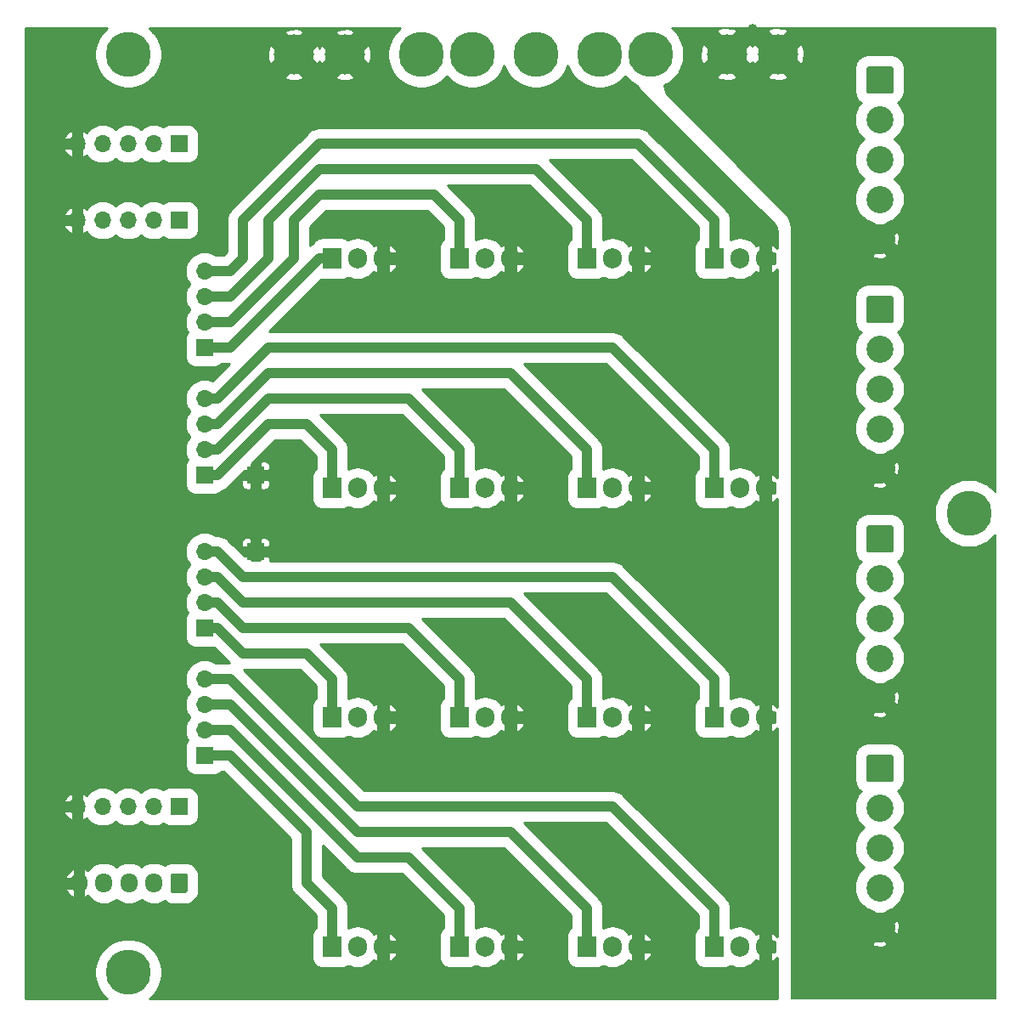
<source format=gbr>
%TF.GenerationSoftware,KiCad,Pcbnew,(5.0.1)-3*%
%TF.CreationDate,2018-11-11T20:09:42+02:00*%
%TF.ProjectId,Fet-levy,4665742D6C6576792E6B696361645F70,rev?*%
%TF.SameCoordinates,Original*%
%TF.FileFunction,Copper,L1,Top,Signal*%
%TF.FilePolarity,Positive*%
%FSLAX46Y46*%
G04 Gerber Fmt 4.6, Leading zero omitted, Abs format (unit mm)*
G04 Created by KiCad (PCBNEW (5.0.1)-3) date 11.11.2018 20.09.42*
%MOMM*%
%LPD*%
G01*
G04 APERTURE LIST*
%TA.AperFunction,ComponentPad*%
%ADD10C,4.000000*%
%TD*%
%TA.AperFunction,ComponentPad*%
%ADD11O,1.905000X2.000000*%
%TD*%
%TA.AperFunction,ComponentPad*%
%ADD12R,1.905000X2.000000*%
%TD*%
%TA.AperFunction,Conductor*%
%ADD13C,0.100000*%
%TD*%
%TA.AperFunction,ComponentPad*%
%ADD14C,2.700000*%
%TD*%
%TA.AperFunction,ComponentPad*%
%ADD15O,1.700000X1.700000*%
%TD*%
%TA.AperFunction,ComponentPad*%
%ADD16R,1.700000X1.700000*%
%TD*%
%TA.AperFunction,ComponentPad*%
%ADD17C,1.700000*%
%TD*%
%TA.AperFunction,ComponentPad*%
%ADD18O,1.700000X1.950000*%
%TD*%
%TA.AperFunction,ViaPad*%
%ADD19C,4.500000*%
%TD*%
%TA.AperFunction,ViaPad*%
%ADD20C,1.000000*%
%TD*%
%TA.AperFunction,Conductor*%
%ADD21C,3.000000*%
%TD*%
%TA.AperFunction,Conductor*%
%ADD22C,5.000000*%
%TD*%
%TA.AperFunction,Conductor*%
%ADD23C,1.000000*%
%TD*%
%TA.AperFunction,Conductor*%
%ADD24C,0.200000*%
%TD*%
%TA.AperFunction,Conductor*%
%ADD25C,0.220000*%
%TD*%
G04 APERTURE END LIST*
D10*
%TO.P,J12,1*%
%TO.N,GND*%
X182880000Y-53340000D03*
%TD*%
%TO.P,J11,1*%
%TO.N,GND*%
X187960000Y-53340000D03*
%TD*%
%TO.P,J9,1*%
%TO.N,+12V*%
X231140000Y-53340000D03*
%TD*%
%TO.P,J10,1*%
%TO.N,+12V*%
X226060000Y-53340000D03*
%TD*%
D11*
%TO.P,Q12,3*%
%TO.N,GND*%
X229870000Y-119380000D03*
%TO.P,Q12,2*%
%TO.N,Net-(J3-Pad4)*%
X227330000Y-119380000D03*
D12*
%TO.P,Q12,1*%
%TO.N,Net-(J7-Pad4)*%
X224790000Y-119380000D03*
%TD*%
D11*
%TO.P,Q14,3*%
%TO.N,GND*%
X204470000Y-142240000D03*
%TO.P,Q14,2*%
%TO.N,Net-(J4-Pad2)*%
X201930000Y-142240000D03*
D12*
%TO.P,Q14,1*%
%TO.N,Net-(J8-Pad2)*%
X199390000Y-142240000D03*
%TD*%
%TO.P,Q13,1*%
%TO.N,Net-(J8-Pad1)*%
X186690000Y-142240000D03*
D11*
%TO.P,Q13,2*%
%TO.N,Net-(J4-Pad1)*%
X189230000Y-142240000D03*
%TO.P,Q13,3*%
%TO.N,GND*%
X191770000Y-142240000D03*
%TD*%
D12*
%TO.P,Q15,1*%
%TO.N,Net-(J8-Pad3)*%
X212090000Y-142240000D03*
D11*
%TO.P,Q15,2*%
%TO.N,Net-(J4-Pad3)*%
X214630000Y-142240000D03*
%TO.P,Q15,3*%
%TO.N,GND*%
X217170000Y-142240000D03*
%TD*%
%TO.P,Q16,3*%
%TO.N,GND*%
X229870000Y-142240000D03*
%TO.P,Q16,2*%
%TO.N,Net-(J4-Pad4)*%
X227330000Y-142240000D03*
D12*
%TO.P,Q16,1*%
%TO.N,Net-(J8-Pad4)*%
X224790000Y-142240000D03*
%TD*%
%TO.P,Q7,1*%
%TO.N,Net-(J6-Pad3)*%
X212090000Y-96520000D03*
D11*
%TO.P,Q7,2*%
%TO.N,Net-(J2-Pad3)*%
X214630000Y-96520000D03*
%TO.P,Q7,3*%
%TO.N,GND*%
X217170000Y-96520000D03*
%TD*%
%TO.P,Q9,3*%
%TO.N,GND*%
X191770000Y-119380000D03*
%TO.P,Q9,2*%
%TO.N,Net-(J3-Pad1)*%
X189230000Y-119380000D03*
D12*
%TO.P,Q9,1*%
%TO.N,Net-(J7-Pad1)*%
X186690000Y-119380000D03*
%TD*%
D11*
%TO.P,Q8,3*%
%TO.N,GND*%
X229870000Y-96520000D03*
%TO.P,Q8,2*%
%TO.N,Net-(J2-Pad4)*%
X227330000Y-96520000D03*
D12*
%TO.P,Q8,1*%
%TO.N,Net-(J6-Pad4)*%
X224790000Y-96520000D03*
%TD*%
D11*
%TO.P,Q1,3*%
%TO.N,GND*%
X191770000Y-73660000D03*
%TO.P,Q1,2*%
%TO.N,Net-(J1-Pad1)*%
X189230000Y-73660000D03*
D12*
%TO.P,Q1,1*%
%TO.N,Net-(J5-Pad1)*%
X186690000Y-73660000D03*
%TD*%
%TO.P,Q5,1*%
%TO.N,Net-(J6-Pad1)*%
X186690000Y-96520000D03*
D11*
%TO.P,Q5,2*%
%TO.N,Net-(J2-Pad1)*%
X189230000Y-96520000D03*
%TO.P,Q5,3*%
%TO.N,GND*%
X191770000Y-96520000D03*
%TD*%
D12*
%TO.P,Q11,1*%
%TO.N,Net-(J7-Pad3)*%
X212090000Y-119380000D03*
D11*
%TO.P,Q11,2*%
%TO.N,Net-(J3-Pad3)*%
X214630000Y-119380000D03*
%TO.P,Q11,3*%
%TO.N,GND*%
X217170000Y-119380000D03*
%TD*%
D12*
%TO.P,Q4,1*%
%TO.N,Net-(J5-Pad4)*%
X224790000Y-73660000D03*
D11*
%TO.P,Q4,2*%
%TO.N,Net-(J1-Pad4)*%
X227330000Y-73660000D03*
%TO.P,Q4,3*%
%TO.N,GND*%
X229870000Y-73660000D03*
%TD*%
D12*
%TO.P,Q2,1*%
%TO.N,Net-(J5-Pad2)*%
X199390000Y-73660000D03*
D11*
%TO.P,Q2,2*%
%TO.N,Net-(J1-Pad2)*%
X201930000Y-73660000D03*
%TO.P,Q2,3*%
%TO.N,GND*%
X204470000Y-73660000D03*
%TD*%
D12*
%TO.P,Q10,1*%
%TO.N,Net-(J7-Pad2)*%
X199390000Y-119380000D03*
D11*
%TO.P,Q10,2*%
%TO.N,Net-(J3-Pad2)*%
X201930000Y-119380000D03*
%TO.P,Q10,3*%
%TO.N,GND*%
X204470000Y-119380000D03*
%TD*%
%TO.P,Q3,3*%
%TO.N,GND*%
X217170000Y-73660000D03*
%TO.P,Q3,2*%
%TO.N,Net-(J1-Pad3)*%
X214630000Y-73660000D03*
D12*
%TO.P,Q3,1*%
%TO.N,Net-(J5-Pad3)*%
X212090000Y-73660000D03*
%TD*%
D11*
%TO.P,Q6,3*%
%TO.N,GND*%
X204470000Y-96520000D03*
%TO.P,Q6,2*%
%TO.N,Net-(J2-Pad2)*%
X201930000Y-96520000D03*
D12*
%TO.P,Q6,1*%
%TO.N,Net-(J6-Pad2)*%
X199390000Y-96520000D03*
%TD*%
D13*
%TO.N,Net-(J1-Pad1)*%
%TO.C,J1*%
G36*
X242424503Y-54531204D02*
X242448772Y-54534804D01*
X242472570Y-54540765D01*
X242495670Y-54549030D01*
X242517849Y-54559520D01*
X242538892Y-54572133D01*
X242558598Y-54586748D01*
X242576776Y-54603224D01*
X242593252Y-54621402D01*
X242607867Y-54641108D01*
X242620480Y-54662151D01*
X242630970Y-54684330D01*
X242639235Y-54707430D01*
X242645196Y-54731228D01*
X242648796Y-54755497D01*
X242650000Y-54780001D01*
X242650000Y-56979999D01*
X242648796Y-57004503D01*
X242645196Y-57028772D01*
X242639235Y-57052570D01*
X242630970Y-57075670D01*
X242620480Y-57097849D01*
X242607867Y-57118892D01*
X242593252Y-57138598D01*
X242576776Y-57156776D01*
X242558598Y-57173252D01*
X242538892Y-57187867D01*
X242517849Y-57200480D01*
X242495670Y-57210970D01*
X242472570Y-57219235D01*
X242448772Y-57225196D01*
X242424503Y-57228796D01*
X242399999Y-57230000D01*
X240200001Y-57230000D01*
X240175497Y-57228796D01*
X240151228Y-57225196D01*
X240127430Y-57219235D01*
X240104330Y-57210970D01*
X240082151Y-57200480D01*
X240061108Y-57187867D01*
X240041402Y-57173252D01*
X240023224Y-57156776D01*
X240006748Y-57138598D01*
X239992133Y-57118892D01*
X239979520Y-57097849D01*
X239969030Y-57075670D01*
X239960765Y-57052570D01*
X239954804Y-57028772D01*
X239951204Y-57004503D01*
X239950000Y-56979999D01*
X239950000Y-54780001D01*
X239951204Y-54755497D01*
X239954804Y-54731228D01*
X239960765Y-54707430D01*
X239969030Y-54684330D01*
X239979520Y-54662151D01*
X239992133Y-54641108D01*
X240006748Y-54621402D01*
X240023224Y-54603224D01*
X240041402Y-54586748D01*
X240061108Y-54572133D01*
X240082151Y-54559520D01*
X240104330Y-54549030D01*
X240127430Y-54540765D01*
X240151228Y-54534804D01*
X240175497Y-54531204D01*
X240200001Y-54530000D01*
X242399999Y-54530000D01*
X242424503Y-54531204D01*
X242424503Y-54531204D01*
G37*
D14*
%TD*%
%TO.P,J1,1*%
%TO.N,Net-(J1-Pad1)*%
X241300000Y-55880000D03*
%TO.P,J1,2*%
%TO.N,Net-(J1-Pad2)*%
X241300000Y-59840000D03*
%TO.P,J1,3*%
%TO.N,Net-(J1-Pad3)*%
X241300000Y-63800000D03*
%TO.P,J1,4*%
%TO.N,Net-(J1-Pad4)*%
X241300000Y-67760000D03*
%TO.P,J1,5*%
%TO.N,+12V*%
X241300000Y-71720000D03*
%TD*%
%TO.P,J2,5*%
%TO.N,+12V*%
X241300000Y-94580000D03*
%TO.P,J2,4*%
%TO.N,Net-(J2-Pad4)*%
X241300000Y-90620000D03*
%TO.P,J2,3*%
%TO.N,Net-(J2-Pad3)*%
X241300000Y-86660000D03*
%TO.P,J2,2*%
%TO.N,Net-(J2-Pad2)*%
X241300000Y-82700000D03*
D13*
%TD*%
%TO.N,Net-(J2-Pad1)*%
%TO.C,J2*%
G36*
X242424503Y-77391204D02*
X242448772Y-77394804D01*
X242472570Y-77400765D01*
X242495670Y-77409030D01*
X242517849Y-77419520D01*
X242538892Y-77432133D01*
X242558598Y-77446748D01*
X242576776Y-77463224D01*
X242593252Y-77481402D01*
X242607867Y-77501108D01*
X242620480Y-77522151D01*
X242630970Y-77544330D01*
X242639235Y-77567430D01*
X242645196Y-77591228D01*
X242648796Y-77615497D01*
X242650000Y-77640001D01*
X242650000Y-79839999D01*
X242648796Y-79864503D01*
X242645196Y-79888772D01*
X242639235Y-79912570D01*
X242630970Y-79935670D01*
X242620480Y-79957849D01*
X242607867Y-79978892D01*
X242593252Y-79998598D01*
X242576776Y-80016776D01*
X242558598Y-80033252D01*
X242538892Y-80047867D01*
X242517849Y-80060480D01*
X242495670Y-80070970D01*
X242472570Y-80079235D01*
X242448772Y-80085196D01*
X242424503Y-80088796D01*
X242399999Y-80090000D01*
X240200001Y-80090000D01*
X240175497Y-80088796D01*
X240151228Y-80085196D01*
X240127430Y-80079235D01*
X240104330Y-80070970D01*
X240082151Y-80060480D01*
X240061108Y-80047867D01*
X240041402Y-80033252D01*
X240023224Y-80016776D01*
X240006748Y-79998598D01*
X239992133Y-79978892D01*
X239979520Y-79957849D01*
X239969030Y-79935670D01*
X239960765Y-79912570D01*
X239954804Y-79888772D01*
X239951204Y-79864503D01*
X239950000Y-79839999D01*
X239950000Y-77640001D01*
X239951204Y-77615497D01*
X239954804Y-77591228D01*
X239960765Y-77567430D01*
X239969030Y-77544330D01*
X239979520Y-77522151D01*
X239992133Y-77501108D01*
X240006748Y-77481402D01*
X240023224Y-77463224D01*
X240041402Y-77446748D01*
X240061108Y-77432133D01*
X240082151Y-77419520D01*
X240104330Y-77409030D01*
X240127430Y-77400765D01*
X240151228Y-77394804D01*
X240175497Y-77391204D01*
X240200001Y-77390000D01*
X242399999Y-77390000D01*
X242424503Y-77391204D01*
X242424503Y-77391204D01*
G37*
D14*
%TO.P,J2,1*%
%TO.N,Net-(J2-Pad1)*%
X241300000Y-78740000D03*
%TD*%
%TO.P,J3,5*%
%TO.N,+12V*%
X241300000Y-117440000D03*
%TO.P,J3,4*%
%TO.N,Net-(J3-Pad4)*%
X241300000Y-113480000D03*
%TO.P,J3,3*%
%TO.N,Net-(J3-Pad3)*%
X241300000Y-109520000D03*
%TO.P,J3,2*%
%TO.N,Net-(J3-Pad2)*%
X241300000Y-105560000D03*
D13*
%TD*%
%TO.N,Net-(J3-Pad1)*%
%TO.C,J3*%
G36*
X242424503Y-100251204D02*
X242448772Y-100254804D01*
X242472570Y-100260765D01*
X242495670Y-100269030D01*
X242517849Y-100279520D01*
X242538892Y-100292133D01*
X242558598Y-100306748D01*
X242576776Y-100323224D01*
X242593252Y-100341402D01*
X242607867Y-100361108D01*
X242620480Y-100382151D01*
X242630970Y-100404330D01*
X242639235Y-100427430D01*
X242645196Y-100451228D01*
X242648796Y-100475497D01*
X242650000Y-100500001D01*
X242650000Y-102699999D01*
X242648796Y-102724503D01*
X242645196Y-102748772D01*
X242639235Y-102772570D01*
X242630970Y-102795670D01*
X242620480Y-102817849D01*
X242607867Y-102838892D01*
X242593252Y-102858598D01*
X242576776Y-102876776D01*
X242558598Y-102893252D01*
X242538892Y-102907867D01*
X242517849Y-102920480D01*
X242495670Y-102930970D01*
X242472570Y-102939235D01*
X242448772Y-102945196D01*
X242424503Y-102948796D01*
X242399999Y-102950000D01*
X240200001Y-102950000D01*
X240175497Y-102948796D01*
X240151228Y-102945196D01*
X240127430Y-102939235D01*
X240104330Y-102930970D01*
X240082151Y-102920480D01*
X240061108Y-102907867D01*
X240041402Y-102893252D01*
X240023224Y-102876776D01*
X240006748Y-102858598D01*
X239992133Y-102838892D01*
X239979520Y-102817849D01*
X239969030Y-102795670D01*
X239960765Y-102772570D01*
X239954804Y-102748772D01*
X239951204Y-102724503D01*
X239950000Y-102699999D01*
X239950000Y-100500001D01*
X239951204Y-100475497D01*
X239954804Y-100451228D01*
X239960765Y-100427430D01*
X239969030Y-100404330D01*
X239979520Y-100382151D01*
X239992133Y-100361108D01*
X240006748Y-100341402D01*
X240023224Y-100323224D01*
X240041402Y-100306748D01*
X240061108Y-100292133D01*
X240082151Y-100279520D01*
X240104330Y-100269030D01*
X240127430Y-100260765D01*
X240151228Y-100254804D01*
X240175497Y-100251204D01*
X240200001Y-100250000D01*
X242399999Y-100250000D01*
X242424503Y-100251204D01*
X242424503Y-100251204D01*
G37*
D14*
%TO.P,J3,1*%
%TO.N,Net-(J3-Pad1)*%
X241300000Y-101600000D03*
%TD*%
%TO.P,J4,5*%
%TO.N,+12V*%
X241300000Y-140300000D03*
%TO.P,J4,4*%
%TO.N,Net-(J4-Pad4)*%
X241300000Y-136340000D03*
%TO.P,J4,3*%
%TO.N,Net-(J4-Pad3)*%
X241300000Y-132380000D03*
%TO.P,J4,2*%
%TO.N,Net-(J4-Pad2)*%
X241300000Y-128420000D03*
D13*
%TD*%
%TO.N,Net-(J4-Pad1)*%
%TO.C,J4*%
G36*
X242424503Y-123111204D02*
X242448772Y-123114804D01*
X242472570Y-123120765D01*
X242495670Y-123129030D01*
X242517849Y-123139520D01*
X242538892Y-123152133D01*
X242558598Y-123166748D01*
X242576776Y-123183224D01*
X242593252Y-123201402D01*
X242607867Y-123221108D01*
X242620480Y-123242151D01*
X242630970Y-123264330D01*
X242639235Y-123287430D01*
X242645196Y-123311228D01*
X242648796Y-123335497D01*
X242650000Y-123360001D01*
X242650000Y-125559999D01*
X242648796Y-125584503D01*
X242645196Y-125608772D01*
X242639235Y-125632570D01*
X242630970Y-125655670D01*
X242620480Y-125677849D01*
X242607867Y-125698892D01*
X242593252Y-125718598D01*
X242576776Y-125736776D01*
X242558598Y-125753252D01*
X242538892Y-125767867D01*
X242517849Y-125780480D01*
X242495670Y-125790970D01*
X242472570Y-125799235D01*
X242448772Y-125805196D01*
X242424503Y-125808796D01*
X242399999Y-125810000D01*
X240200001Y-125810000D01*
X240175497Y-125808796D01*
X240151228Y-125805196D01*
X240127430Y-125799235D01*
X240104330Y-125790970D01*
X240082151Y-125780480D01*
X240061108Y-125767867D01*
X240041402Y-125753252D01*
X240023224Y-125736776D01*
X240006748Y-125718598D01*
X239992133Y-125698892D01*
X239979520Y-125677849D01*
X239969030Y-125655670D01*
X239960765Y-125632570D01*
X239954804Y-125608772D01*
X239951204Y-125584503D01*
X239950000Y-125559999D01*
X239950000Y-123360001D01*
X239951204Y-123335497D01*
X239954804Y-123311228D01*
X239960765Y-123287430D01*
X239969030Y-123264330D01*
X239979520Y-123242151D01*
X239992133Y-123221108D01*
X240006748Y-123201402D01*
X240023224Y-123183224D01*
X240041402Y-123166748D01*
X240061108Y-123152133D01*
X240082151Y-123139520D01*
X240104330Y-123129030D01*
X240127430Y-123120765D01*
X240151228Y-123114804D01*
X240175497Y-123111204D01*
X240200001Y-123110000D01*
X242399999Y-123110000D01*
X242424503Y-123111204D01*
X242424503Y-123111204D01*
G37*
D14*
%TO.P,J4,1*%
%TO.N,Net-(J4-Pad1)*%
X241300000Y-124460000D03*
%TD*%
D15*
%TO.P,J5,4*%
%TO.N,Net-(J5-Pad4)*%
X173990000Y-74930000D03*
%TO.P,J5,3*%
%TO.N,Net-(J5-Pad3)*%
X173990000Y-77470000D03*
%TO.P,J5,2*%
%TO.N,Net-(J5-Pad2)*%
X173990000Y-80010000D03*
D16*
%TO.P,J5,1*%
%TO.N,Net-(J5-Pad1)*%
X173990000Y-82550000D03*
%TD*%
D15*
%TO.P,J6,4*%
%TO.N,Net-(J6-Pad4)*%
X173990000Y-87630000D03*
%TO.P,J6,3*%
%TO.N,Net-(J6-Pad3)*%
X173990000Y-90170000D03*
%TO.P,J6,2*%
%TO.N,Net-(J6-Pad2)*%
X173990000Y-92710000D03*
D16*
%TO.P,J6,1*%
%TO.N,Net-(J6-Pad1)*%
X173990000Y-95250000D03*
%TD*%
%TO.P,J7,1*%
%TO.N,Net-(J7-Pad1)*%
X173990000Y-110490000D03*
D15*
%TO.P,J7,2*%
%TO.N,Net-(J7-Pad2)*%
X173990000Y-107950000D03*
%TO.P,J7,3*%
%TO.N,Net-(J7-Pad3)*%
X173990000Y-105410000D03*
%TO.P,J7,4*%
%TO.N,Net-(J7-Pad4)*%
X173990000Y-102870000D03*
%TD*%
D16*
%TO.P,J8,1*%
%TO.N,Net-(J8-Pad1)*%
X173990000Y-123190000D03*
D15*
%TO.P,J8,2*%
%TO.N,Net-(J8-Pad2)*%
X173990000Y-120650000D03*
%TO.P,J8,3*%
%TO.N,Net-(J8-Pad3)*%
X173990000Y-118110000D03*
%TO.P,J8,4*%
%TO.N,Net-(J8-Pad4)*%
X173990000Y-115570000D03*
%TD*%
D16*
%TO.P,J13,1*%
%TO.N,GND*%
X179070000Y-95250000D03*
%TD*%
%TO.P,J14,1*%
%TO.N,GND*%
X179070000Y-102870000D03*
%TD*%
D15*
%TO.P,J15,5*%
%TO.N,GND*%
X161290000Y-69850000D03*
%TO.P,J15,4*%
%TO.N,Net-(J15-Pad4)*%
X163830000Y-69850000D03*
%TO.P,J15,3*%
%TO.N,Net-(J15-Pad3)*%
X166370000Y-69850000D03*
%TO.P,J15,2*%
%TO.N,Net-(J15-Pad2)*%
X168910000Y-69850000D03*
D16*
%TO.P,J15,1*%
%TO.N,Net-(J15-Pad1)*%
X171450000Y-69850000D03*
%TD*%
%TO.P,J16,1*%
%TO.N,Net-(J16-Pad1)*%
X171450000Y-128270000D03*
D15*
%TO.P,J16,2*%
%TO.N,Net-(J16-Pad2)*%
X168910000Y-128270000D03*
%TO.P,J16,3*%
%TO.N,Net-(J16-Pad3)*%
X166370000Y-128270000D03*
%TO.P,J16,4*%
%TO.N,Net-(J16-Pad4)*%
X163830000Y-128270000D03*
%TO.P,J16,5*%
%TO.N,GND*%
X161290000Y-128270000D03*
%TD*%
D16*
%TO.P,J17,1*%
%TO.N,Net-(J15-Pad1)*%
X171450000Y-62230000D03*
D15*
%TO.P,J17,2*%
%TO.N,Net-(J15-Pad2)*%
X168910000Y-62230000D03*
%TO.P,J17,3*%
%TO.N,Net-(J15-Pad3)*%
X166370000Y-62230000D03*
%TO.P,J17,4*%
%TO.N,Net-(J15-Pad4)*%
X163830000Y-62230000D03*
%TO.P,J17,5*%
%TO.N,GND*%
X161290000Y-62230000D03*
%TD*%
D13*
%TO.N,Net-(J16-Pad1)*%
%TO.C,J18*%
G36*
X172074504Y-134916204D02*
X172098773Y-134919804D01*
X172122571Y-134925765D01*
X172145671Y-134934030D01*
X172167849Y-134944520D01*
X172188893Y-134957133D01*
X172208598Y-134971747D01*
X172226777Y-134988223D01*
X172243253Y-135006402D01*
X172257867Y-135026107D01*
X172270480Y-135047151D01*
X172280970Y-135069329D01*
X172289235Y-135092429D01*
X172295196Y-135116227D01*
X172298796Y-135140496D01*
X172300000Y-135165000D01*
X172300000Y-136615000D01*
X172298796Y-136639504D01*
X172295196Y-136663773D01*
X172289235Y-136687571D01*
X172280970Y-136710671D01*
X172270480Y-136732849D01*
X172257867Y-136753893D01*
X172243253Y-136773598D01*
X172226777Y-136791777D01*
X172208598Y-136808253D01*
X172188893Y-136822867D01*
X172167849Y-136835480D01*
X172145671Y-136845970D01*
X172122571Y-136854235D01*
X172098773Y-136860196D01*
X172074504Y-136863796D01*
X172050000Y-136865000D01*
X170850000Y-136865000D01*
X170825496Y-136863796D01*
X170801227Y-136860196D01*
X170777429Y-136854235D01*
X170754329Y-136845970D01*
X170732151Y-136835480D01*
X170711107Y-136822867D01*
X170691402Y-136808253D01*
X170673223Y-136791777D01*
X170656747Y-136773598D01*
X170642133Y-136753893D01*
X170629520Y-136732849D01*
X170619030Y-136710671D01*
X170610765Y-136687571D01*
X170604804Y-136663773D01*
X170601204Y-136639504D01*
X170600000Y-136615000D01*
X170600000Y-135165000D01*
X170601204Y-135140496D01*
X170604804Y-135116227D01*
X170610765Y-135092429D01*
X170619030Y-135069329D01*
X170629520Y-135047151D01*
X170642133Y-135026107D01*
X170656747Y-135006402D01*
X170673223Y-134988223D01*
X170691402Y-134971747D01*
X170711107Y-134957133D01*
X170732151Y-134944520D01*
X170754329Y-134934030D01*
X170777429Y-134925765D01*
X170801227Y-134919804D01*
X170825496Y-134916204D01*
X170850000Y-134915000D01*
X172050000Y-134915000D01*
X172074504Y-134916204D01*
X172074504Y-134916204D01*
G37*
D17*
%TD*%
%TO.P,J18,1*%
%TO.N,Net-(J16-Pad1)*%
X171450000Y-135890000D03*
D18*
%TO.P,J18,2*%
%TO.N,Net-(J16-Pad2)*%
X168950000Y-135890000D03*
%TO.P,J18,3*%
%TO.N,Net-(J16-Pad3)*%
X166450000Y-135890000D03*
%TO.P,J18,4*%
%TO.N,Net-(J16-Pad4)*%
X163950000Y-135890000D03*
%TO.P,J18,5*%
%TO.N,GND*%
X161450000Y-135890000D03*
%TD*%
D19*
%TO.N,*%
X250190000Y-99060000D03*
X166370000Y-53340000D03*
X166370000Y-144780000D03*
X195580000Y-53340000D03*
X200660000Y-53340000D03*
X207010000Y-53340000D03*
X213360000Y-53340000D03*
X218440000Y-53340000D03*
D20*
%TO.N,GND*%
X182880000Y-80010000D03*
X185420000Y-77470000D03*
X187960000Y-80010000D03*
X190500000Y-77470000D03*
X193040000Y-80010000D03*
X182880000Y-102870000D03*
X185420000Y-100330000D03*
X187960000Y-102870000D03*
X190500000Y-100330000D03*
X193040000Y-102870000D03*
X187960000Y-123190000D03*
X190500000Y-125730000D03*
X193040000Y-123190000D03*
X195580000Y-125730000D03*
X198120000Y-123190000D03*
X194310000Y-146050000D03*
X180340000Y-146050000D03*
X177800000Y-143510000D03*
X180340000Y-140970000D03*
X177800000Y-138430000D03*
X180340000Y-135890000D03*
X177800000Y-133350000D03*
X229870000Y-146050000D03*
X219710000Y-146050000D03*
X207010000Y-146050000D03*
X181610000Y-60960000D03*
X179070000Y-63500000D03*
X176530000Y-66040000D03*
X176530000Y-63500000D03*
X179070000Y-60960000D03*
X176530000Y-60960000D03*
%TO.N,+12V*%
X222250000Y-53340000D03*
X222250000Y-54610000D03*
X222250000Y-52070000D03*
X228600000Y-50800000D03*
X228600000Y-55880000D03*
X252095000Y-51435000D03*
X249555000Y-52705000D03*
X247015000Y-51435000D03*
X244475000Y-52705000D03*
X241935000Y-51435000D03*
X239395000Y-52705000D03*
X236855000Y-51435000D03*
X245110000Y-71120000D03*
X247650000Y-71120000D03*
X250190000Y-71120000D03*
X251460000Y-68580000D03*
X248920000Y-68580000D03*
X246380000Y-68580000D03*
%TD*%
D21*
%TO.N,+12V*%
X234950000Y-137160000D02*
X234950000Y-137760000D01*
D22*
X234950000Y-137160000D02*
X234950000Y-139700000D01*
X234950000Y-139700000D02*
X236220000Y-139700000D01*
D21*
X235550000Y-140300000D02*
X234950000Y-139700000D01*
X241300000Y-140300000D02*
X235550000Y-140300000D01*
X235550000Y-117440000D02*
X234950000Y-116840000D01*
X241300000Y-117440000D02*
X235550000Y-117440000D01*
D22*
X234950000Y-137160000D02*
X234950000Y-116840000D01*
D21*
X235550000Y-94580000D02*
X234950000Y-93980000D01*
X241300000Y-94580000D02*
X235550000Y-94580000D01*
D22*
X234950000Y-116840000D02*
X234950000Y-106680000D01*
D21*
X241300000Y-71720000D02*
X235550000Y-71720000D01*
X235550000Y-71720000D02*
X234950000Y-71120000D01*
D22*
X234950000Y-106680000D02*
X234950000Y-93980000D01*
X234950000Y-93980000D02*
X234950000Y-59690000D01*
D23*
%TO.N,Net-(J7-Pad1)*%
X175260000Y-110490000D02*
X173990000Y-110490000D01*
X177800000Y-113030000D02*
X175260000Y-110490000D01*
X184150000Y-113030000D02*
X177800000Y-113030000D01*
X186690000Y-119380000D02*
X186690000Y-115570000D01*
X186690000Y-115570000D02*
X184150000Y-113030000D01*
%TO.N,Net-(J7-Pad2)*%
X199390000Y-115570000D02*
X199390000Y-119380000D01*
X194310000Y-110490000D02*
X199390000Y-115570000D01*
X177800000Y-110490000D02*
X194310000Y-110490000D01*
X173990000Y-107950000D02*
X175260000Y-107950000D01*
X175260000Y-107950000D02*
X177800000Y-110490000D01*
%TO.N,Net-(J7-Pad3)*%
X212090000Y-115570000D02*
X212090000Y-119380000D01*
X204470000Y-107950000D02*
X212090000Y-115570000D01*
X177800000Y-107950000D02*
X204470000Y-107950000D01*
X173990000Y-105410000D02*
X175260000Y-105410000D01*
X175260000Y-105410000D02*
X177800000Y-107950000D01*
%TO.N,Net-(J7-Pad4)*%
X224790000Y-115570000D02*
X224790000Y-119380000D01*
X214630000Y-105410000D02*
X224790000Y-115570000D01*
X177800000Y-105410000D02*
X214630000Y-105410000D01*
X173990000Y-102870000D02*
X175260000Y-102870000D01*
X175260000Y-102870000D02*
X177800000Y-105410000D01*
%TO.N,Net-(J8-Pad1)*%
X186690000Y-138430000D02*
X186690000Y-142240000D01*
X184150000Y-135890000D02*
X186690000Y-138430000D01*
X184150000Y-130810000D02*
X184150000Y-135890000D01*
X173990000Y-123190000D02*
X176530000Y-123190000D01*
X176530000Y-123190000D02*
X184150000Y-130810000D01*
%TO.N,Net-(J8-Pad2)*%
X199390000Y-138430000D02*
X199390000Y-142240000D01*
X194310000Y-133350000D02*
X199390000Y-138430000D01*
X189230000Y-133350000D02*
X194310000Y-133350000D01*
X173990000Y-120650000D02*
X176530000Y-120650000D01*
X176530000Y-120650000D02*
X189230000Y-133350000D01*
%TO.N,Net-(J8-Pad3)*%
X212090000Y-140240000D02*
X212090000Y-142240000D01*
X212090000Y-138430000D02*
X212090000Y-140240000D01*
X204470000Y-130810000D02*
X212090000Y-138430000D01*
X189230000Y-130810000D02*
X204470000Y-130810000D01*
X173990000Y-118110000D02*
X176530000Y-118110000D01*
X176530000Y-118110000D02*
X189230000Y-130810000D01*
%TO.N,Net-(J8-Pad4)*%
X224790000Y-138430000D02*
X224790000Y-142240000D01*
X214630000Y-128270000D02*
X224790000Y-138430000D01*
X189230000Y-128270000D02*
X214630000Y-128270000D01*
X173990000Y-115570000D02*
X176530000Y-115570000D01*
X176530000Y-115570000D02*
X189230000Y-128270000D01*
%TO.N,Net-(J5-Pad4)*%
X224790000Y-73660000D02*
X224790000Y-69850000D01*
X173990000Y-74930000D02*
X176530000Y-74930000D01*
X176530000Y-74930000D02*
X177800000Y-73660000D01*
X177800000Y-73660000D02*
X177800000Y-72390000D01*
X177800000Y-72390000D02*
X177800000Y-69850000D01*
X177800000Y-69850000D02*
X185420000Y-62230000D01*
X185420000Y-62230000D02*
X209550000Y-62230000D01*
X209550000Y-62230000D02*
X217170000Y-62230000D01*
X217170000Y-62230000D02*
X224790000Y-69850000D01*
%TO.N,Net-(J5-Pad3)*%
X212090000Y-71660000D02*
X212090000Y-73660000D01*
X212090000Y-69850000D02*
X212090000Y-71660000D01*
X176530000Y-77470000D02*
X180340000Y-73660000D01*
X173990000Y-77470000D02*
X176530000Y-77470000D01*
X180340000Y-73660000D02*
X180340000Y-69850000D01*
X180340000Y-69850000D02*
X185420000Y-64770000D01*
X185420000Y-64770000D02*
X207010000Y-64770000D01*
X207010000Y-64770000D02*
X212090000Y-69850000D01*
%TO.N,Net-(J5-Pad2)*%
X176530000Y-80010000D02*
X173990000Y-80010000D01*
X199390000Y-69850000D02*
X196850000Y-67310000D01*
X199390000Y-73660000D02*
X199390000Y-69850000D01*
X185420000Y-67310000D02*
X182880000Y-69850000D01*
X196850000Y-67310000D02*
X185420000Y-67310000D01*
X182880000Y-69850000D02*
X182880000Y-73660000D01*
X182880000Y-73660000D02*
X176530000Y-80010000D01*
%TO.N,Net-(J5-Pad1)*%
X185420000Y-73660000D02*
X186690000Y-73660000D01*
X173990000Y-82550000D02*
X176530000Y-82550000D01*
X176530000Y-82550000D02*
X185420000Y-73660000D01*
%TO.N,Net-(J6-Pad4)*%
X224790000Y-92710000D02*
X224790000Y-96520000D01*
X214630000Y-82550000D02*
X224790000Y-92710000D01*
X180340000Y-82550000D02*
X214630000Y-82550000D01*
X173990000Y-87630000D02*
X175260000Y-87630000D01*
X175260000Y-87630000D02*
X180340000Y-82550000D01*
%TO.N,Net-(J6-Pad3)*%
X212090000Y-92710000D02*
X212090000Y-96520000D01*
X204470000Y-85090000D02*
X212090000Y-92710000D01*
X180340000Y-85090000D02*
X204470000Y-85090000D01*
X173990000Y-90170000D02*
X175260000Y-90170000D01*
X175260000Y-90170000D02*
X180340000Y-85090000D01*
%TO.N,Net-(J6-Pad2)*%
X175260000Y-92710000D02*
X173990000Y-92710000D01*
X180340000Y-87630000D02*
X175260000Y-92710000D01*
X194310000Y-87630000D02*
X180340000Y-87630000D01*
X199390000Y-96520000D02*
X199390000Y-92710000D01*
X199390000Y-92710000D02*
X194310000Y-87630000D01*
%TO.N,Net-(J6-Pad1)*%
X175260000Y-95250000D02*
X173990000Y-95250000D01*
X180340000Y-90170000D02*
X175260000Y-95250000D01*
X184150000Y-90170000D02*
X180340000Y-90170000D01*
X186690000Y-96520000D02*
X186690000Y-92710000D01*
X186690000Y-92710000D02*
X184150000Y-90170000D01*
%TD*%
D24*
%TO.N,+12V*%
G36*
X252825000Y-96957385D02*
X252087622Y-96220007D01*
X250856356Y-95710000D01*
X249523644Y-95710000D01*
X248292378Y-96220007D01*
X247350007Y-97162378D01*
X246840000Y-98393644D01*
X246840000Y-99726356D01*
X247350007Y-100957622D01*
X248292378Y-101899993D01*
X249523644Y-102410000D01*
X250856356Y-102410000D01*
X252087622Y-101899993D01*
X252825001Y-101162614D01*
X252825001Y-147390000D01*
X232510000Y-147390000D01*
X232510000Y-141986298D01*
X240568297Y-141986298D01*
X240746861Y-142209709D01*
X241519780Y-142276018D01*
X241853139Y-142209709D01*
X242031703Y-141986298D01*
X241300000Y-141254594D01*
X240568297Y-141986298D01*
X232510000Y-141986298D01*
X232510000Y-140519780D01*
X239323982Y-140519780D01*
X239390291Y-140853139D01*
X239613702Y-141031703D01*
X240345406Y-140300000D01*
X242254594Y-140300000D01*
X242986298Y-141031703D01*
X243209709Y-140853139D01*
X243276018Y-140080220D01*
X243209709Y-139746861D01*
X242986298Y-139568297D01*
X242254594Y-140300000D01*
X240345406Y-140300000D01*
X239613702Y-139568297D01*
X239390291Y-139746861D01*
X239323982Y-140519780D01*
X232510000Y-140519780D01*
X232510000Y-123360001D01*
X238828450Y-123360001D01*
X238828450Y-125559999D01*
X238932853Y-126084869D01*
X239230168Y-126529832D01*
X239527005Y-126728173D01*
X239222991Y-127032187D01*
X238850000Y-127932665D01*
X238850000Y-128907335D01*
X239222991Y-129807813D01*
X239815178Y-130400000D01*
X239222991Y-130992187D01*
X238850000Y-131892665D01*
X238850000Y-132867335D01*
X239222991Y-133767813D01*
X239815178Y-134360000D01*
X239222991Y-134952187D01*
X238850000Y-135852665D01*
X238850000Y-136827335D01*
X239222991Y-137727813D01*
X239912187Y-138417009D01*
X240696462Y-138741867D01*
X241300000Y-139345406D01*
X241903538Y-138741867D01*
X242687813Y-138417009D01*
X243377009Y-137727813D01*
X243750000Y-136827335D01*
X243750000Y-135852665D01*
X243377009Y-134952187D01*
X242784822Y-134360000D01*
X243377009Y-133767813D01*
X243750000Y-132867335D01*
X243750000Y-131892665D01*
X243377009Y-130992187D01*
X242784822Y-130400000D01*
X243377009Y-129807813D01*
X243750000Y-128907335D01*
X243750000Y-127932665D01*
X243377009Y-127032187D01*
X243072995Y-126728173D01*
X243369832Y-126529832D01*
X243667147Y-126084869D01*
X243771550Y-125559999D01*
X243771550Y-123360001D01*
X243667147Y-122835131D01*
X243369832Y-122390168D01*
X242924869Y-122092853D01*
X242399999Y-121988450D01*
X240200001Y-121988450D01*
X239675131Y-122092853D01*
X239230168Y-122390168D01*
X238932853Y-122835131D01*
X238828450Y-123360001D01*
X232510000Y-123360001D01*
X232510000Y-119126298D01*
X240568297Y-119126298D01*
X240746861Y-119349709D01*
X241519780Y-119416018D01*
X241853139Y-119349709D01*
X242031703Y-119126298D01*
X241300000Y-118394594D01*
X240568297Y-119126298D01*
X232510000Y-119126298D01*
X232510000Y-117659780D01*
X239323982Y-117659780D01*
X239390291Y-117993139D01*
X239613702Y-118171703D01*
X240345406Y-117440000D01*
X242254594Y-117440000D01*
X242986298Y-118171703D01*
X243209709Y-117993139D01*
X243276018Y-117220220D01*
X243209709Y-116886861D01*
X242986298Y-116708297D01*
X242254594Y-117440000D01*
X240345406Y-117440000D01*
X239613702Y-116708297D01*
X239390291Y-116886861D01*
X239323982Y-117659780D01*
X232510000Y-117659780D01*
X232510000Y-100500001D01*
X238828450Y-100500001D01*
X238828450Y-102699999D01*
X238932853Y-103224869D01*
X239230168Y-103669832D01*
X239527005Y-103868173D01*
X239222991Y-104172187D01*
X238850000Y-105072665D01*
X238850000Y-106047335D01*
X239222991Y-106947813D01*
X239815178Y-107540000D01*
X239222991Y-108132187D01*
X238850000Y-109032665D01*
X238850000Y-110007335D01*
X239222991Y-110907813D01*
X239815178Y-111500000D01*
X239222991Y-112092187D01*
X238850000Y-112992665D01*
X238850000Y-113967335D01*
X239222991Y-114867813D01*
X239912187Y-115557009D01*
X240696462Y-115881867D01*
X241300000Y-116485406D01*
X241903538Y-115881867D01*
X242687813Y-115557009D01*
X243377009Y-114867813D01*
X243750000Y-113967335D01*
X243750000Y-112992665D01*
X243377009Y-112092187D01*
X242784822Y-111500000D01*
X243377009Y-110907813D01*
X243750000Y-110007335D01*
X243750000Y-109032665D01*
X243377009Y-108132187D01*
X242784822Y-107540000D01*
X243377009Y-106947813D01*
X243750000Y-106047335D01*
X243750000Y-105072665D01*
X243377009Y-104172187D01*
X243072995Y-103868173D01*
X243369832Y-103669832D01*
X243667147Y-103224869D01*
X243771550Y-102699999D01*
X243771550Y-100500001D01*
X243667147Y-99975131D01*
X243369832Y-99530168D01*
X242924869Y-99232853D01*
X242399999Y-99128450D01*
X240200001Y-99128450D01*
X239675131Y-99232853D01*
X239230168Y-99530168D01*
X238932853Y-99975131D01*
X238828450Y-100500001D01*
X232510000Y-100500001D01*
X232510000Y-96266298D01*
X240568297Y-96266298D01*
X240746861Y-96489709D01*
X241519780Y-96556018D01*
X241853139Y-96489709D01*
X242031703Y-96266298D01*
X241300000Y-95534594D01*
X240568297Y-96266298D01*
X232510000Y-96266298D01*
X232510000Y-94799780D01*
X239323982Y-94799780D01*
X239390291Y-95133139D01*
X239613702Y-95311703D01*
X240345406Y-94580000D01*
X242254594Y-94580000D01*
X242986298Y-95311703D01*
X243209709Y-95133139D01*
X243276018Y-94360220D01*
X243209709Y-94026861D01*
X242986298Y-93848297D01*
X242254594Y-94580000D01*
X240345406Y-94580000D01*
X239613702Y-93848297D01*
X239390291Y-94026861D01*
X239323982Y-94799780D01*
X232510000Y-94799780D01*
X232510000Y-77640001D01*
X238828450Y-77640001D01*
X238828450Y-79839999D01*
X238932853Y-80364869D01*
X239230168Y-80809832D01*
X239527005Y-81008173D01*
X239222991Y-81312187D01*
X238850000Y-82212665D01*
X238850000Y-83187335D01*
X239222991Y-84087813D01*
X239815178Y-84680000D01*
X239222991Y-85272187D01*
X238850000Y-86172665D01*
X238850000Y-87147335D01*
X239222991Y-88047813D01*
X239815178Y-88640000D01*
X239222991Y-89232187D01*
X238850000Y-90132665D01*
X238850000Y-91107335D01*
X239222991Y-92007813D01*
X239912187Y-92697009D01*
X240696462Y-93021867D01*
X241300000Y-93625406D01*
X241903538Y-93021867D01*
X242687813Y-92697009D01*
X243377009Y-92007813D01*
X243750000Y-91107335D01*
X243750000Y-90132665D01*
X243377009Y-89232187D01*
X242784822Y-88640000D01*
X243377009Y-88047813D01*
X243750000Y-87147335D01*
X243750000Y-86172665D01*
X243377009Y-85272187D01*
X242784822Y-84680000D01*
X243377009Y-84087813D01*
X243750000Y-83187335D01*
X243750000Y-82212665D01*
X243377009Y-81312187D01*
X243072995Y-81008173D01*
X243369832Y-80809832D01*
X243667147Y-80364869D01*
X243771550Y-79839999D01*
X243771550Y-77640001D01*
X243667147Y-77115131D01*
X243369832Y-76670168D01*
X242924869Y-76372853D01*
X242399999Y-76268450D01*
X240200001Y-76268450D01*
X239675131Y-76372853D01*
X239230168Y-76670168D01*
X238932853Y-77115131D01*
X238828450Y-77640001D01*
X232510000Y-77640001D01*
X232510000Y-73406298D01*
X240568297Y-73406298D01*
X240746861Y-73629709D01*
X241519780Y-73696018D01*
X241853139Y-73629709D01*
X242031703Y-73406298D01*
X241300000Y-72674594D01*
X240568297Y-73406298D01*
X232510000Y-73406298D01*
X232510000Y-71939780D01*
X239323982Y-71939780D01*
X239390291Y-72273139D01*
X239613702Y-72451703D01*
X240345406Y-71720000D01*
X242254594Y-71720000D01*
X242986298Y-72451703D01*
X243209709Y-72273139D01*
X243276018Y-71500220D01*
X243209709Y-71166861D01*
X242986298Y-70988297D01*
X242254594Y-71720000D01*
X240345406Y-71720000D01*
X239613702Y-70988297D01*
X239390291Y-71166861D01*
X239323982Y-71939780D01*
X232510000Y-71939780D01*
X232510000Y-70678427D01*
X232509144Y-70665374D01*
X232440996Y-70147736D01*
X232434240Y-70122521D01*
X232234439Y-69640159D01*
X232221386Y-69617551D01*
X231903549Y-69203338D01*
X231894925Y-69193503D01*
X220371127Y-57669705D01*
X220065299Y-57271143D01*
X219875573Y-56813105D01*
X219820427Y-56394222D01*
X220337622Y-56179993D01*
X220891267Y-55626348D01*
X225046444Y-55626348D01*
X225322481Y-55886278D01*
X226353040Y-55974690D01*
X226797519Y-55886278D01*
X227073556Y-55626348D01*
X230126444Y-55626348D01*
X230402481Y-55886278D01*
X231433040Y-55974690D01*
X231877519Y-55886278D01*
X232153556Y-55626348D01*
X231307209Y-54780001D01*
X238828450Y-54780001D01*
X238828450Y-56979999D01*
X238932853Y-57504869D01*
X239230168Y-57949832D01*
X239527005Y-58148173D01*
X239222991Y-58452187D01*
X238850000Y-59352665D01*
X238850000Y-60327335D01*
X239222991Y-61227813D01*
X239815178Y-61820000D01*
X239222991Y-62412187D01*
X238850000Y-63312665D01*
X238850000Y-64287335D01*
X239222991Y-65187813D01*
X239815178Y-65780000D01*
X239222991Y-66372187D01*
X238850000Y-67272665D01*
X238850000Y-68247335D01*
X239222991Y-69147813D01*
X239912187Y-69837009D01*
X240696462Y-70161867D01*
X241300000Y-70765406D01*
X241903538Y-70161867D01*
X242687813Y-69837009D01*
X243377009Y-69147813D01*
X243750000Y-68247335D01*
X243750000Y-67272665D01*
X243377009Y-66372187D01*
X242784822Y-65780000D01*
X243377009Y-65187813D01*
X243750000Y-64287335D01*
X243750000Y-63312665D01*
X243377009Y-62412187D01*
X242784822Y-61820000D01*
X243377009Y-61227813D01*
X243750000Y-60327335D01*
X243750000Y-59352665D01*
X243377009Y-58452187D01*
X243072995Y-58148173D01*
X243369832Y-57949832D01*
X243667147Y-57504869D01*
X243771550Y-56979999D01*
X243771550Y-54780001D01*
X243667147Y-54255131D01*
X243369832Y-53810168D01*
X242924869Y-53512853D01*
X242399999Y-53408450D01*
X240200001Y-53408450D01*
X239675131Y-53512853D01*
X239230168Y-53810168D01*
X238932853Y-54255131D01*
X238828450Y-54780001D01*
X231307209Y-54780001D01*
X231140000Y-54612792D01*
X230126444Y-55626348D01*
X227073556Y-55626348D01*
X226060000Y-54612792D01*
X225046444Y-55626348D01*
X220891267Y-55626348D01*
X221279993Y-55237622D01*
X221790000Y-54006356D01*
X221790000Y-53633040D01*
X223425310Y-53633040D01*
X223513722Y-54077519D01*
X223773652Y-54353556D01*
X224787208Y-53340000D01*
X227332792Y-53340000D01*
X228346348Y-54353556D01*
X228600000Y-54084186D01*
X228853652Y-54353556D01*
X229867208Y-53340000D01*
X232412792Y-53340000D01*
X233426348Y-54353556D01*
X233686278Y-54077519D01*
X233774690Y-53046960D01*
X233686278Y-52602481D01*
X233426348Y-52326444D01*
X232412792Y-53340000D01*
X229867208Y-53340000D01*
X228853652Y-52326444D01*
X228600000Y-52595814D01*
X228346348Y-52326444D01*
X227332792Y-53340000D01*
X224787208Y-53340000D01*
X223773652Y-52326444D01*
X223513722Y-52602481D01*
X223425310Y-53633040D01*
X221790000Y-53633040D01*
X221790000Y-52673644D01*
X221279993Y-51442378D01*
X220891267Y-51053652D01*
X225046444Y-51053652D01*
X226060000Y-52067208D01*
X227073556Y-51053652D01*
X230126444Y-51053652D01*
X231140000Y-52067208D01*
X232153556Y-51053652D01*
X231877519Y-50793722D01*
X230846960Y-50705310D01*
X230402481Y-50793722D01*
X230126444Y-51053652D01*
X227073556Y-51053652D01*
X226797519Y-50793722D01*
X225766960Y-50705310D01*
X225322481Y-50793722D01*
X225046444Y-51053652D01*
X220891267Y-51053652D01*
X220542615Y-50705000D01*
X252825000Y-50705000D01*
X252825000Y-96957385D01*
X252825000Y-96957385D01*
G37*
X252825000Y-96957385D02*
X252087622Y-96220007D01*
X250856356Y-95710000D01*
X249523644Y-95710000D01*
X248292378Y-96220007D01*
X247350007Y-97162378D01*
X246840000Y-98393644D01*
X246840000Y-99726356D01*
X247350007Y-100957622D01*
X248292378Y-101899993D01*
X249523644Y-102410000D01*
X250856356Y-102410000D01*
X252087622Y-101899993D01*
X252825001Y-101162614D01*
X252825001Y-147390000D01*
X232510000Y-147390000D01*
X232510000Y-141986298D01*
X240568297Y-141986298D01*
X240746861Y-142209709D01*
X241519780Y-142276018D01*
X241853139Y-142209709D01*
X242031703Y-141986298D01*
X241300000Y-141254594D01*
X240568297Y-141986298D01*
X232510000Y-141986298D01*
X232510000Y-140519780D01*
X239323982Y-140519780D01*
X239390291Y-140853139D01*
X239613702Y-141031703D01*
X240345406Y-140300000D01*
X242254594Y-140300000D01*
X242986298Y-141031703D01*
X243209709Y-140853139D01*
X243276018Y-140080220D01*
X243209709Y-139746861D01*
X242986298Y-139568297D01*
X242254594Y-140300000D01*
X240345406Y-140300000D01*
X239613702Y-139568297D01*
X239390291Y-139746861D01*
X239323982Y-140519780D01*
X232510000Y-140519780D01*
X232510000Y-123360001D01*
X238828450Y-123360001D01*
X238828450Y-125559999D01*
X238932853Y-126084869D01*
X239230168Y-126529832D01*
X239527005Y-126728173D01*
X239222991Y-127032187D01*
X238850000Y-127932665D01*
X238850000Y-128907335D01*
X239222991Y-129807813D01*
X239815178Y-130400000D01*
X239222991Y-130992187D01*
X238850000Y-131892665D01*
X238850000Y-132867335D01*
X239222991Y-133767813D01*
X239815178Y-134360000D01*
X239222991Y-134952187D01*
X238850000Y-135852665D01*
X238850000Y-136827335D01*
X239222991Y-137727813D01*
X239912187Y-138417009D01*
X240696462Y-138741867D01*
X241300000Y-139345406D01*
X241903538Y-138741867D01*
X242687813Y-138417009D01*
X243377009Y-137727813D01*
X243750000Y-136827335D01*
X243750000Y-135852665D01*
X243377009Y-134952187D01*
X242784822Y-134360000D01*
X243377009Y-133767813D01*
X243750000Y-132867335D01*
X243750000Y-131892665D01*
X243377009Y-130992187D01*
X242784822Y-130400000D01*
X243377009Y-129807813D01*
X243750000Y-128907335D01*
X243750000Y-127932665D01*
X243377009Y-127032187D01*
X243072995Y-126728173D01*
X243369832Y-126529832D01*
X243667147Y-126084869D01*
X243771550Y-125559999D01*
X243771550Y-123360001D01*
X243667147Y-122835131D01*
X243369832Y-122390168D01*
X242924869Y-122092853D01*
X242399999Y-121988450D01*
X240200001Y-121988450D01*
X239675131Y-122092853D01*
X239230168Y-122390168D01*
X238932853Y-122835131D01*
X238828450Y-123360001D01*
X232510000Y-123360001D01*
X232510000Y-119126298D01*
X240568297Y-119126298D01*
X240746861Y-119349709D01*
X241519780Y-119416018D01*
X241853139Y-119349709D01*
X242031703Y-119126298D01*
X241300000Y-118394594D01*
X240568297Y-119126298D01*
X232510000Y-119126298D01*
X232510000Y-117659780D01*
X239323982Y-117659780D01*
X239390291Y-117993139D01*
X239613702Y-118171703D01*
X240345406Y-117440000D01*
X242254594Y-117440000D01*
X242986298Y-118171703D01*
X243209709Y-117993139D01*
X243276018Y-117220220D01*
X243209709Y-116886861D01*
X242986298Y-116708297D01*
X242254594Y-117440000D01*
X240345406Y-117440000D01*
X239613702Y-116708297D01*
X239390291Y-116886861D01*
X239323982Y-117659780D01*
X232510000Y-117659780D01*
X232510000Y-100500001D01*
X238828450Y-100500001D01*
X238828450Y-102699999D01*
X238932853Y-103224869D01*
X239230168Y-103669832D01*
X239527005Y-103868173D01*
X239222991Y-104172187D01*
X238850000Y-105072665D01*
X238850000Y-106047335D01*
X239222991Y-106947813D01*
X239815178Y-107540000D01*
X239222991Y-108132187D01*
X238850000Y-109032665D01*
X238850000Y-110007335D01*
X239222991Y-110907813D01*
X239815178Y-111500000D01*
X239222991Y-112092187D01*
X238850000Y-112992665D01*
X238850000Y-113967335D01*
X239222991Y-114867813D01*
X239912187Y-115557009D01*
X240696462Y-115881867D01*
X241300000Y-116485406D01*
X241903538Y-115881867D01*
X242687813Y-115557009D01*
X243377009Y-114867813D01*
X243750000Y-113967335D01*
X243750000Y-112992665D01*
X243377009Y-112092187D01*
X242784822Y-111500000D01*
X243377009Y-110907813D01*
X243750000Y-110007335D01*
X243750000Y-109032665D01*
X243377009Y-108132187D01*
X242784822Y-107540000D01*
X243377009Y-106947813D01*
X243750000Y-106047335D01*
X243750000Y-105072665D01*
X243377009Y-104172187D01*
X243072995Y-103868173D01*
X243369832Y-103669832D01*
X243667147Y-103224869D01*
X243771550Y-102699999D01*
X243771550Y-100500001D01*
X243667147Y-99975131D01*
X243369832Y-99530168D01*
X242924869Y-99232853D01*
X242399999Y-99128450D01*
X240200001Y-99128450D01*
X239675131Y-99232853D01*
X239230168Y-99530168D01*
X238932853Y-99975131D01*
X238828450Y-100500001D01*
X232510000Y-100500001D01*
X232510000Y-96266298D01*
X240568297Y-96266298D01*
X240746861Y-96489709D01*
X241519780Y-96556018D01*
X241853139Y-96489709D01*
X242031703Y-96266298D01*
X241300000Y-95534594D01*
X240568297Y-96266298D01*
X232510000Y-96266298D01*
X232510000Y-94799780D01*
X239323982Y-94799780D01*
X239390291Y-95133139D01*
X239613702Y-95311703D01*
X240345406Y-94580000D01*
X242254594Y-94580000D01*
X242986298Y-95311703D01*
X243209709Y-95133139D01*
X243276018Y-94360220D01*
X243209709Y-94026861D01*
X242986298Y-93848297D01*
X242254594Y-94580000D01*
X240345406Y-94580000D01*
X239613702Y-93848297D01*
X239390291Y-94026861D01*
X239323982Y-94799780D01*
X232510000Y-94799780D01*
X232510000Y-77640001D01*
X238828450Y-77640001D01*
X238828450Y-79839999D01*
X238932853Y-80364869D01*
X239230168Y-80809832D01*
X239527005Y-81008173D01*
X239222991Y-81312187D01*
X238850000Y-82212665D01*
X238850000Y-83187335D01*
X239222991Y-84087813D01*
X239815178Y-84680000D01*
X239222991Y-85272187D01*
X238850000Y-86172665D01*
X238850000Y-87147335D01*
X239222991Y-88047813D01*
X239815178Y-88640000D01*
X239222991Y-89232187D01*
X238850000Y-90132665D01*
X238850000Y-91107335D01*
X239222991Y-92007813D01*
X239912187Y-92697009D01*
X240696462Y-93021867D01*
X241300000Y-93625406D01*
X241903538Y-93021867D01*
X242687813Y-92697009D01*
X243377009Y-92007813D01*
X243750000Y-91107335D01*
X243750000Y-90132665D01*
X243377009Y-89232187D01*
X242784822Y-88640000D01*
X243377009Y-88047813D01*
X243750000Y-87147335D01*
X243750000Y-86172665D01*
X243377009Y-85272187D01*
X242784822Y-84680000D01*
X243377009Y-84087813D01*
X243750000Y-83187335D01*
X243750000Y-82212665D01*
X243377009Y-81312187D01*
X243072995Y-81008173D01*
X243369832Y-80809832D01*
X243667147Y-80364869D01*
X243771550Y-79839999D01*
X243771550Y-77640001D01*
X243667147Y-77115131D01*
X243369832Y-76670168D01*
X242924869Y-76372853D01*
X242399999Y-76268450D01*
X240200001Y-76268450D01*
X239675131Y-76372853D01*
X239230168Y-76670168D01*
X238932853Y-77115131D01*
X238828450Y-77640001D01*
X232510000Y-77640001D01*
X232510000Y-73406298D01*
X240568297Y-73406298D01*
X240746861Y-73629709D01*
X241519780Y-73696018D01*
X241853139Y-73629709D01*
X242031703Y-73406298D01*
X241300000Y-72674594D01*
X240568297Y-73406298D01*
X232510000Y-73406298D01*
X232510000Y-71939780D01*
X239323982Y-71939780D01*
X239390291Y-72273139D01*
X239613702Y-72451703D01*
X240345406Y-71720000D01*
X242254594Y-71720000D01*
X242986298Y-72451703D01*
X243209709Y-72273139D01*
X243276018Y-71500220D01*
X243209709Y-71166861D01*
X242986298Y-70988297D01*
X242254594Y-71720000D01*
X240345406Y-71720000D01*
X239613702Y-70988297D01*
X239390291Y-71166861D01*
X239323982Y-71939780D01*
X232510000Y-71939780D01*
X232510000Y-70678427D01*
X232509144Y-70665374D01*
X232440996Y-70147736D01*
X232434240Y-70122521D01*
X232234439Y-69640159D01*
X232221386Y-69617551D01*
X231903549Y-69203338D01*
X231894925Y-69193503D01*
X220371127Y-57669705D01*
X220065299Y-57271143D01*
X219875573Y-56813105D01*
X219820427Y-56394222D01*
X220337622Y-56179993D01*
X220891267Y-55626348D01*
X225046444Y-55626348D01*
X225322481Y-55886278D01*
X226353040Y-55974690D01*
X226797519Y-55886278D01*
X227073556Y-55626348D01*
X230126444Y-55626348D01*
X230402481Y-55886278D01*
X231433040Y-55974690D01*
X231877519Y-55886278D01*
X232153556Y-55626348D01*
X231307209Y-54780001D01*
X238828450Y-54780001D01*
X238828450Y-56979999D01*
X238932853Y-57504869D01*
X239230168Y-57949832D01*
X239527005Y-58148173D01*
X239222991Y-58452187D01*
X238850000Y-59352665D01*
X238850000Y-60327335D01*
X239222991Y-61227813D01*
X239815178Y-61820000D01*
X239222991Y-62412187D01*
X238850000Y-63312665D01*
X238850000Y-64287335D01*
X239222991Y-65187813D01*
X239815178Y-65780000D01*
X239222991Y-66372187D01*
X238850000Y-67272665D01*
X238850000Y-68247335D01*
X239222991Y-69147813D01*
X239912187Y-69837009D01*
X240696462Y-70161867D01*
X241300000Y-70765406D01*
X241903538Y-70161867D01*
X242687813Y-69837009D01*
X243377009Y-69147813D01*
X243750000Y-68247335D01*
X243750000Y-67272665D01*
X243377009Y-66372187D01*
X242784822Y-65780000D01*
X243377009Y-65187813D01*
X243750000Y-64287335D01*
X243750000Y-63312665D01*
X243377009Y-62412187D01*
X242784822Y-61820000D01*
X243377009Y-61227813D01*
X243750000Y-60327335D01*
X243750000Y-59352665D01*
X243377009Y-58452187D01*
X243072995Y-58148173D01*
X243369832Y-57949832D01*
X243667147Y-57504869D01*
X243771550Y-56979999D01*
X243771550Y-54780001D01*
X243667147Y-54255131D01*
X243369832Y-53810168D01*
X242924869Y-53512853D01*
X242399999Y-53408450D01*
X240200001Y-53408450D01*
X239675131Y-53512853D01*
X239230168Y-53810168D01*
X238932853Y-54255131D01*
X238828450Y-54780001D01*
X231307209Y-54780001D01*
X231140000Y-54612792D01*
X230126444Y-55626348D01*
X227073556Y-55626348D01*
X226060000Y-54612792D01*
X225046444Y-55626348D01*
X220891267Y-55626348D01*
X221279993Y-55237622D01*
X221790000Y-54006356D01*
X221790000Y-53633040D01*
X223425310Y-53633040D01*
X223513722Y-54077519D01*
X223773652Y-54353556D01*
X224787208Y-53340000D01*
X227332792Y-53340000D01*
X228346348Y-54353556D01*
X228600000Y-54084186D01*
X228853652Y-54353556D01*
X229867208Y-53340000D01*
X232412792Y-53340000D01*
X233426348Y-54353556D01*
X233686278Y-54077519D01*
X233774690Y-53046960D01*
X233686278Y-52602481D01*
X233426348Y-52326444D01*
X232412792Y-53340000D01*
X229867208Y-53340000D01*
X228853652Y-52326444D01*
X228600000Y-52595814D01*
X228346348Y-52326444D01*
X227332792Y-53340000D01*
X224787208Y-53340000D01*
X223773652Y-52326444D01*
X223513722Y-52602481D01*
X223425310Y-53633040D01*
X221790000Y-53633040D01*
X221790000Y-52673644D01*
X221279993Y-51442378D01*
X220891267Y-51053652D01*
X225046444Y-51053652D01*
X226060000Y-52067208D01*
X227073556Y-51053652D01*
X230126444Y-51053652D01*
X231140000Y-52067208D01*
X232153556Y-51053652D01*
X231877519Y-50793722D01*
X230846960Y-50705310D01*
X230402481Y-50793722D01*
X230126444Y-51053652D01*
X227073556Y-51053652D01*
X226797519Y-50793722D01*
X225766960Y-50705310D01*
X225322481Y-50793722D01*
X225046444Y-51053652D01*
X220891267Y-51053652D01*
X220542615Y-50705000D01*
X252825000Y-50705000D01*
X252825000Y-96957385D01*
D25*
%TO.N,GND*%
G36*
X164228125Y-50730117D02*
X163760117Y-51198125D01*
X163392406Y-51748443D01*
X163139123Y-52359924D01*
X163010000Y-53009069D01*
X163010000Y-53670931D01*
X163139123Y-54320076D01*
X163392406Y-54931557D01*
X163760117Y-55481875D01*
X164228125Y-55949883D01*
X164778443Y-56317594D01*
X165389924Y-56570877D01*
X166039069Y-56700000D01*
X166700931Y-56700000D01*
X167350076Y-56570877D01*
X167961557Y-56317594D01*
X168511875Y-55949883D01*
X168863102Y-55598656D01*
X181879994Y-55598656D01*
X182149960Y-55858972D01*
X182655414Y-55952994D01*
X183169499Y-55946601D01*
X183610040Y-55858972D01*
X183880006Y-55598656D01*
X186959994Y-55598656D01*
X187229960Y-55858972D01*
X187735414Y-55952994D01*
X188249499Y-55946601D01*
X188690040Y-55858972D01*
X188960006Y-55598656D01*
X187960000Y-54598650D01*
X186959994Y-55598656D01*
X183880006Y-55598656D01*
X182880000Y-54598650D01*
X181879994Y-55598656D01*
X168863102Y-55598656D01*
X168979883Y-55481875D01*
X169347594Y-54931557D01*
X169600877Y-54320076D01*
X169730000Y-53670931D01*
X169730000Y-53115414D01*
X180267006Y-53115414D01*
X180273399Y-53629499D01*
X180361028Y-54070040D01*
X180621344Y-54340006D01*
X181621350Y-53340000D01*
X184138650Y-53340000D01*
X185138656Y-54340006D01*
X185398972Y-54070040D01*
X185419295Y-53960783D01*
X185441028Y-54070040D01*
X185701344Y-54340006D01*
X186701350Y-53340000D01*
X189218650Y-53340000D01*
X190218656Y-54340006D01*
X190478972Y-54070040D01*
X190572994Y-53564586D01*
X190566601Y-53050501D01*
X190478972Y-52609960D01*
X190218656Y-52339994D01*
X189218650Y-53340000D01*
X186701350Y-53340000D01*
X185701344Y-52339994D01*
X185441028Y-52609960D01*
X185420705Y-52719217D01*
X185398972Y-52609960D01*
X185138656Y-52339994D01*
X184138650Y-53340000D01*
X181621350Y-53340000D01*
X180621344Y-52339994D01*
X180361028Y-52609960D01*
X180267006Y-53115414D01*
X169730000Y-53115414D01*
X169730000Y-53009069D01*
X169600877Y-52359924D01*
X169347594Y-51748443D01*
X168979883Y-51198125D01*
X168863102Y-51081344D01*
X181879994Y-51081344D01*
X182880000Y-52081350D01*
X183880006Y-51081344D01*
X186959994Y-51081344D01*
X187960000Y-52081350D01*
X188960006Y-51081344D01*
X188690040Y-50821028D01*
X188184586Y-50727006D01*
X187670501Y-50733399D01*
X187229960Y-50821028D01*
X186959994Y-51081344D01*
X183880006Y-51081344D01*
X183610040Y-50821028D01*
X183104586Y-50727006D01*
X182590501Y-50733399D01*
X182149960Y-50821028D01*
X181879994Y-51081344D01*
X168863102Y-51081344D01*
X168511875Y-50730117D01*
X168489251Y-50715000D01*
X193460749Y-50715000D01*
X193438125Y-50730117D01*
X192970117Y-51198125D01*
X192602406Y-51748443D01*
X192349123Y-52359924D01*
X192220000Y-53009069D01*
X192220000Y-53670931D01*
X192349123Y-54320076D01*
X192602406Y-54931557D01*
X192970117Y-55481875D01*
X193438125Y-55949883D01*
X193988443Y-56317594D01*
X194599924Y-56570877D01*
X195249069Y-56700000D01*
X195910931Y-56700000D01*
X196560076Y-56570877D01*
X197171557Y-56317594D01*
X197721875Y-55949883D01*
X198120000Y-55551758D01*
X198518125Y-55949883D01*
X199068443Y-56317594D01*
X199679924Y-56570877D01*
X200329069Y-56700000D01*
X200990931Y-56700000D01*
X201640076Y-56570877D01*
X202251557Y-56317594D01*
X202801875Y-55949883D01*
X203269883Y-55481875D01*
X203637594Y-54931557D01*
X203835000Y-54454975D01*
X204032406Y-54931557D01*
X204400117Y-55481875D01*
X204868125Y-55949883D01*
X205418443Y-56317594D01*
X206029924Y-56570877D01*
X206679069Y-56700000D01*
X207340931Y-56700000D01*
X207990076Y-56570877D01*
X208601557Y-56317594D01*
X209151875Y-55949883D01*
X209619883Y-55481875D01*
X209987594Y-54931557D01*
X210185000Y-54454975D01*
X210382406Y-54931557D01*
X210750117Y-55481875D01*
X211218125Y-55949883D01*
X211768443Y-56317594D01*
X212379924Y-56570877D01*
X213029069Y-56700000D01*
X213690931Y-56700000D01*
X214340076Y-56570877D01*
X214951557Y-56317594D01*
X215501875Y-55949883D01*
X215900000Y-55551758D01*
X216298125Y-55949883D01*
X216848443Y-56317594D01*
X217114251Y-56427695D01*
X217140856Y-56515401D01*
X217149109Y-56535324D01*
X217241519Y-56708211D01*
X217253499Y-56726140D01*
X217377862Y-56877676D01*
X217385111Y-56885675D01*
X230765509Y-70266073D01*
X230879566Y-70405051D01*
X230961760Y-70558826D01*
X231012377Y-70725690D01*
X231030000Y-70904615D01*
X231030000Y-72586663D01*
X230902602Y-72449016D01*
X230655776Y-72269921D01*
X230573185Y-72217173D01*
X230346250Y-72285366D01*
X230346250Y-73160000D01*
X230780000Y-73160000D01*
X230780000Y-74160000D01*
X230346250Y-74160000D01*
X230346250Y-75034634D01*
X230573185Y-75102827D01*
X230655776Y-75050079D01*
X230902602Y-74870984D01*
X231030000Y-74733337D01*
X231030000Y-95446663D01*
X230902602Y-95309016D01*
X230655776Y-95129921D01*
X230573185Y-95077173D01*
X230346250Y-95145366D01*
X230346250Y-96020000D01*
X230780000Y-96020000D01*
X230780000Y-97020000D01*
X230346250Y-97020000D01*
X230346250Y-97894634D01*
X230573185Y-97962827D01*
X230655776Y-97910079D01*
X230902602Y-97730984D01*
X231030000Y-97593337D01*
X231030000Y-118306663D01*
X230902602Y-118169016D01*
X230655776Y-117989921D01*
X230573185Y-117937173D01*
X230346250Y-118005366D01*
X230346250Y-118880000D01*
X230780000Y-118880000D01*
X230780000Y-119880000D01*
X230346250Y-119880000D01*
X230346250Y-120754634D01*
X230573185Y-120822827D01*
X230655776Y-120770079D01*
X230902602Y-120590984D01*
X231030000Y-120453337D01*
X231030000Y-141166663D01*
X230902602Y-141029016D01*
X230655776Y-140849921D01*
X230573185Y-140797173D01*
X230346250Y-140865366D01*
X230346250Y-141740000D01*
X230780000Y-141740000D01*
X230780000Y-142740000D01*
X230346250Y-142740000D01*
X230346250Y-143614634D01*
X230573185Y-143682827D01*
X230655776Y-143630079D01*
X230902602Y-143450984D01*
X231030000Y-143313337D01*
X231030000Y-147380000D01*
X168521758Y-147380000D01*
X168979883Y-146921875D01*
X169347594Y-146371557D01*
X169600877Y-145760076D01*
X169730000Y-145110931D01*
X169730000Y-144449069D01*
X169600877Y-143799924D01*
X169347594Y-143188443D01*
X168979883Y-142638125D01*
X168511875Y-142170117D01*
X167961557Y-141802406D01*
X167350076Y-141549123D01*
X166700931Y-141420000D01*
X166039069Y-141420000D01*
X165389924Y-141549123D01*
X164778443Y-141802406D01*
X164228125Y-142170117D01*
X163760117Y-142638125D01*
X163392406Y-143188443D01*
X163139123Y-143799924D01*
X163010000Y-144449069D01*
X163010000Y-145110931D01*
X163139123Y-145760076D01*
X163392406Y-146371557D01*
X163760117Y-146921875D01*
X164218242Y-147380000D01*
X156125000Y-147380000D01*
X156125000Y-136591761D01*
X160125736Y-136591761D01*
X160263702Y-136839030D01*
X160447257Y-137054632D01*
X160669347Y-137230281D01*
X160811729Y-137328092D01*
X161025000Y-137251500D01*
X161025000Y-136377500D01*
X160204315Y-136377500D01*
X160125736Y-136591761D01*
X156125000Y-136591761D01*
X156125000Y-135188239D01*
X160125736Y-135188239D01*
X160204315Y-135402500D01*
X161025000Y-135402500D01*
X161025000Y-134528500D01*
X161875000Y-134528500D01*
X161875000Y-135402500D01*
X162016220Y-135402500D01*
X161990000Y-135668717D01*
X161990000Y-136111282D01*
X162016220Y-136377500D01*
X161875000Y-136377500D01*
X161875000Y-137251500D01*
X162088271Y-137328092D01*
X162230653Y-137230281D01*
X162340510Y-137143396D01*
X162557365Y-137407635D01*
X162855814Y-137652565D01*
X163196311Y-137834565D01*
X163565773Y-137946640D01*
X163950000Y-137984483D01*
X164334226Y-137946640D01*
X164703688Y-137834565D01*
X165044186Y-137652565D01*
X165200000Y-137524692D01*
X165355814Y-137652565D01*
X165696311Y-137834565D01*
X166065773Y-137946640D01*
X166450000Y-137984483D01*
X166834226Y-137946640D01*
X167203688Y-137834565D01*
X167544186Y-137652565D01*
X167700000Y-137524692D01*
X167855814Y-137652565D01*
X168196311Y-137834565D01*
X168565773Y-137946640D01*
X168950000Y-137984483D01*
X169334226Y-137946640D01*
X169703688Y-137834565D01*
X170000711Y-137675803D01*
X170091441Y-137750264D01*
X170327496Y-137876437D01*
X170583630Y-137954135D01*
X170850000Y-137980370D01*
X172050000Y-137980370D01*
X172316370Y-137954135D01*
X172572504Y-137876437D01*
X172808559Y-137750264D01*
X173015462Y-137580462D01*
X173185264Y-137373559D01*
X173311437Y-137137504D01*
X173389135Y-136881370D01*
X173415370Y-136615000D01*
X173415370Y-135165000D01*
X173389135Y-134898630D01*
X173311437Y-134642496D01*
X173185264Y-134406441D01*
X173015462Y-134199538D01*
X172808559Y-134029736D01*
X172572504Y-133903563D01*
X172316370Y-133825865D01*
X172050000Y-133799630D01*
X170850000Y-133799630D01*
X170583630Y-133825865D01*
X170327496Y-133903563D01*
X170091441Y-134029736D01*
X170000711Y-134104197D01*
X169703689Y-133945435D01*
X169334227Y-133833360D01*
X168950000Y-133795517D01*
X168565774Y-133833360D01*
X168196312Y-133945435D01*
X167855814Y-134127435D01*
X167700000Y-134255308D01*
X167544186Y-134127435D01*
X167203689Y-133945435D01*
X166834227Y-133833360D01*
X166450000Y-133795517D01*
X166065774Y-133833360D01*
X165696312Y-133945435D01*
X165355814Y-134127435D01*
X165200000Y-134255308D01*
X165044186Y-134127435D01*
X164703689Y-133945435D01*
X164334227Y-133833360D01*
X163950000Y-133795517D01*
X163565774Y-133833360D01*
X163196312Y-133945435D01*
X162855814Y-134127435D01*
X162557365Y-134372365D01*
X162340510Y-134636604D01*
X162230653Y-134549719D01*
X162088271Y-134451908D01*
X161875000Y-134528500D01*
X161025000Y-134528500D01*
X160811729Y-134451908D01*
X160669347Y-134549719D01*
X160447257Y-134725368D01*
X160263702Y-134940970D01*
X160125736Y-135188239D01*
X156125000Y-135188239D01*
X156125000Y-128908274D01*
X159976891Y-128908274D01*
X160126643Y-129152185D01*
X160321102Y-129362194D01*
X160552796Y-129530230D01*
X160651729Y-129583092D01*
X160865000Y-129506500D01*
X160865000Y-128695000D01*
X160045710Y-128695000D01*
X159976891Y-128908274D01*
X156125000Y-128908274D01*
X156125000Y-127631726D01*
X159976891Y-127631726D01*
X160045710Y-127845000D01*
X160865000Y-127845000D01*
X160865000Y-127033500D01*
X161715000Y-127033500D01*
X161715000Y-127845000D01*
X161910728Y-127845000D01*
X161898360Y-127885773D01*
X161860517Y-128270000D01*
X161898360Y-128654227D01*
X161910728Y-128695000D01*
X161715000Y-128695000D01*
X161715000Y-129506500D01*
X161928271Y-129583092D01*
X162027204Y-129530230D01*
X162216209Y-129393154D01*
X162437365Y-129662635D01*
X162735814Y-129907565D01*
X163076311Y-130089565D01*
X163445773Y-130201640D01*
X163733717Y-130230000D01*
X163926283Y-130230000D01*
X164214227Y-130201640D01*
X164583689Y-130089565D01*
X164924186Y-129907565D01*
X165100000Y-129763279D01*
X165275814Y-129907565D01*
X165616311Y-130089565D01*
X165985773Y-130201640D01*
X166273717Y-130230000D01*
X166466283Y-130230000D01*
X166754227Y-130201640D01*
X167123689Y-130089565D01*
X167464186Y-129907565D01*
X167640000Y-129763279D01*
X167815814Y-129907565D01*
X168156311Y-130089565D01*
X168525773Y-130201640D01*
X168813717Y-130230000D01*
X169006283Y-130230000D01*
X169294227Y-130201640D01*
X169663689Y-130089565D01*
X169886559Y-129970438D01*
X169980334Y-130047396D01*
X170173166Y-130150468D01*
X170382402Y-130213938D01*
X170600000Y-130235370D01*
X172300000Y-130235370D01*
X172517598Y-130213938D01*
X172726834Y-130150468D01*
X172919666Y-130047396D01*
X173088686Y-129908686D01*
X173227396Y-129739666D01*
X173330468Y-129546834D01*
X173393938Y-129337598D01*
X173415370Y-129120000D01*
X173415370Y-127420000D01*
X173393938Y-127202402D01*
X173330468Y-126993166D01*
X173227396Y-126800334D01*
X173088686Y-126631314D01*
X172919666Y-126492604D01*
X172726834Y-126389532D01*
X172517598Y-126326062D01*
X172300000Y-126304630D01*
X170600000Y-126304630D01*
X170382402Y-126326062D01*
X170173166Y-126389532D01*
X169980334Y-126492604D01*
X169886559Y-126569562D01*
X169663689Y-126450435D01*
X169294227Y-126338360D01*
X169006283Y-126310000D01*
X168813717Y-126310000D01*
X168525773Y-126338360D01*
X168156311Y-126450435D01*
X167815814Y-126632435D01*
X167640000Y-126776721D01*
X167464186Y-126632435D01*
X167123689Y-126450435D01*
X166754227Y-126338360D01*
X166466283Y-126310000D01*
X166273717Y-126310000D01*
X165985773Y-126338360D01*
X165616311Y-126450435D01*
X165275814Y-126632435D01*
X165100000Y-126776721D01*
X164924186Y-126632435D01*
X164583689Y-126450435D01*
X164214227Y-126338360D01*
X163926283Y-126310000D01*
X163733717Y-126310000D01*
X163445773Y-126338360D01*
X163076311Y-126450435D01*
X162735814Y-126632435D01*
X162437365Y-126877365D01*
X162216209Y-127146846D01*
X162027204Y-127009770D01*
X161928271Y-126956908D01*
X161715000Y-127033500D01*
X160865000Y-127033500D01*
X160651729Y-126956908D01*
X160552796Y-127009770D01*
X160321102Y-127177806D01*
X160126643Y-127387815D01*
X159976891Y-127631726D01*
X156125000Y-127631726D01*
X156125000Y-102870000D01*
X172020517Y-102870000D01*
X172058360Y-103254227D01*
X172170435Y-103623689D01*
X172352435Y-103964186D01*
X172496721Y-104140000D01*
X172352435Y-104315814D01*
X172170435Y-104656311D01*
X172058360Y-105025773D01*
X172020517Y-105410000D01*
X172058360Y-105794227D01*
X172170435Y-106163689D01*
X172352435Y-106504186D01*
X172496721Y-106680000D01*
X172352435Y-106855814D01*
X172170435Y-107196311D01*
X172058360Y-107565773D01*
X172020517Y-107950000D01*
X172058360Y-108334227D01*
X172170435Y-108703689D01*
X172289562Y-108926559D01*
X172212604Y-109020334D01*
X172109532Y-109213166D01*
X172046062Y-109422402D01*
X172024630Y-109640000D01*
X172024630Y-111340000D01*
X172046062Y-111557598D01*
X172109532Y-111766834D01*
X172212604Y-111959666D01*
X172351314Y-112128686D01*
X172520334Y-112267396D01*
X172713166Y-112370468D01*
X172922402Y-112433938D01*
X173140000Y-112455370D01*
X174840000Y-112455370D01*
X174938759Y-112445643D01*
X176452919Y-113959803D01*
X176450916Y-113960000D01*
X175117774Y-113960000D01*
X175084186Y-113932435D01*
X174743689Y-113750435D01*
X174374227Y-113638360D01*
X174086283Y-113610000D01*
X173893717Y-113610000D01*
X173605773Y-113638360D01*
X173236311Y-113750435D01*
X172895814Y-113932435D01*
X172597365Y-114177365D01*
X172352435Y-114475814D01*
X172170435Y-114816311D01*
X172058360Y-115185773D01*
X172020517Y-115570000D01*
X172058360Y-115954227D01*
X172170435Y-116323689D01*
X172352435Y-116664186D01*
X172496721Y-116840000D01*
X172352435Y-117015814D01*
X172170435Y-117356311D01*
X172058360Y-117725773D01*
X172020517Y-118110000D01*
X172058360Y-118494227D01*
X172170435Y-118863689D01*
X172352435Y-119204186D01*
X172496721Y-119380000D01*
X172352435Y-119555814D01*
X172170435Y-119896311D01*
X172058360Y-120265773D01*
X172020517Y-120650000D01*
X172058360Y-121034227D01*
X172170435Y-121403689D01*
X172289562Y-121626559D01*
X172212604Y-121720334D01*
X172109532Y-121913166D01*
X172046062Y-122122402D01*
X172024630Y-122340000D01*
X172024630Y-124040000D01*
X172046062Y-124257598D01*
X172109532Y-124466834D01*
X172212604Y-124659666D01*
X172351314Y-124828686D01*
X172520334Y-124967396D01*
X172713166Y-125070468D01*
X172922402Y-125133938D01*
X173140000Y-125155370D01*
X174840000Y-125155370D01*
X175057598Y-125133938D01*
X175266834Y-125070468D01*
X175459666Y-124967396D01*
X175628686Y-124828686D01*
X175652228Y-124800000D01*
X175863117Y-124800000D01*
X182540000Y-131476884D01*
X182540001Y-135810906D01*
X182532211Y-135890000D01*
X182563296Y-136205614D01*
X182655358Y-136509101D01*
X182804857Y-136788796D01*
X182955631Y-136972514D01*
X182955635Y-136972518D01*
X183006051Y-137033950D01*
X183067483Y-137084366D01*
X185080000Y-139096884D01*
X185080001Y-140343653D01*
X184948814Y-140451314D01*
X184810104Y-140620334D01*
X184707032Y-140813166D01*
X184643562Y-141022402D01*
X184622130Y-141240000D01*
X184622130Y-143240000D01*
X184643562Y-143457598D01*
X184707032Y-143666834D01*
X184810104Y-143859666D01*
X184948814Y-144028686D01*
X185117834Y-144167396D01*
X185310666Y-144270468D01*
X185519902Y-144333938D01*
X185737500Y-144355370D01*
X187642500Y-144355370D01*
X187860098Y-144333938D01*
X188069334Y-144270468D01*
X188262166Y-144167396D01*
X188305386Y-144131927D01*
X188436898Y-144202221D01*
X188825680Y-144320157D01*
X189230000Y-144359979D01*
X189634321Y-144320157D01*
X190023103Y-144202221D01*
X190381408Y-144010703D01*
X190695464Y-143752964D01*
X190866447Y-143544621D01*
X190984224Y-143630079D01*
X191066815Y-143682827D01*
X191293750Y-143614634D01*
X191293750Y-142740000D01*
X192246250Y-142740000D01*
X192246250Y-143614634D01*
X192473185Y-143682827D01*
X192555776Y-143630079D01*
X192802602Y-143450984D01*
X193009745Y-143227177D01*
X193169246Y-142967259D01*
X193105857Y-142740000D01*
X192246250Y-142740000D01*
X191293750Y-142740000D01*
X191248042Y-142740000D01*
X191262657Y-142691820D01*
X191292500Y-142388818D01*
X191292500Y-142091181D01*
X191262657Y-141788179D01*
X191248042Y-141740000D01*
X191293750Y-141740000D01*
X191293750Y-140865366D01*
X192246250Y-140865366D01*
X192246250Y-141740000D01*
X193105857Y-141740000D01*
X193169246Y-141512741D01*
X193009745Y-141252823D01*
X192802602Y-141029016D01*
X192555776Y-140849921D01*
X192473185Y-140797173D01*
X192246250Y-140865366D01*
X191293750Y-140865366D01*
X191066815Y-140797173D01*
X190984224Y-140849921D01*
X190866447Y-140935379D01*
X190695464Y-140727036D01*
X190381408Y-140469297D01*
X190023102Y-140277779D01*
X189634320Y-140159843D01*
X189230000Y-140120021D01*
X188825679Y-140159843D01*
X188436897Y-140277779D01*
X188305386Y-140348073D01*
X188300000Y-140343653D01*
X188300000Y-138509083D01*
X188307789Y-138429999D01*
X188300000Y-138350915D01*
X188300000Y-138350906D01*
X188276705Y-138114385D01*
X188184643Y-137810899D01*
X188035144Y-137531205D01*
X188035143Y-137531203D01*
X187884369Y-137347485D01*
X187884366Y-137347482D01*
X187833950Y-137286050D01*
X187772519Y-137235635D01*
X185760000Y-135223117D01*
X185760000Y-132156884D01*
X188035634Y-134432518D01*
X188086050Y-134493950D01*
X188147482Y-134544366D01*
X188147485Y-134544369D01*
X188331203Y-134695143D01*
X188426444Y-134746050D01*
X188610899Y-134844643D01*
X188914385Y-134936705D01*
X189150906Y-134960000D01*
X189150915Y-134960000D01*
X189229999Y-134967789D01*
X189309083Y-134960000D01*
X193643117Y-134960000D01*
X197780000Y-139096883D01*
X197780001Y-140343653D01*
X197648814Y-140451314D01*
X197510104Y-140620334D01*
X197407032Y-140813166D01*
X197343562Y-141022402D01*
X197322130Y-141240000D01*
X197322130Y-143240000D01*
X197343562Y-143457598D01*
X197407032Y-143666834D01*
X197510104Y-143859666D01*
X197648814Y-144028686D01*
X197817834Y-144167396D01*
X198010666Y-144270468D01*
X198219902Y-144333938D01*
X198437500Y-144355370D01*
X200342500Y-144355370D01*
X200560098Y-144333938D01*
X200769334Y-144270468D01*
X200962166Y-144167396D01*
X201005386Y-144131927D01*
X201136898Y-144202221D01*
X201525680Y-144320157D01*
X201930000Y-144359979D01*
X202334321Y-144320157D01*
X202723103Y-144202221D01*
X203081408Y-144010703D01*
X203395464Y-143752964D01*
X203566447Y-143544621D01*
X203684224Y-143630079D01*
X203766815Y-143682827D01*
X203993750Y-143614634D01*
X203993750Y-142740000D01*
X204946250Y-142740000D01*
X204946250Y-143614634D01*
X205173185Y-143682827D01*
X205255776Y-143630079D01*
X205502602Y-143450984D01*
X205709745Y-143227177D01*
X205869246Y-142967259D01*
X205805857Y-142740000D01*
X204946250Y-142740000D01*
X203993750Y-142740000D01*
X203948042Y-142740000D01*
X203962657Y-142691820D01*
X203992500Y-142388818D01*
X203992500Y-142091181D01*
X203962657Y-141788179D01*
X203948042Y-141740000D01*
X203993750Y-141740000D01*
X203993750Y-140865366D01*
X204946250Y-140865366D01*
X204946250Y-141740000D01*
X205805857Y-141740000D01*
X205869246Y-141512741D01*
X205709745Y-141252823D01*
X205502602Y-141029016D01*
X205255776Y-140849921D01*
X205173185Y-140797173D01*
X204946250Y-140865366D01*
X203993750Y-140865366D01*
X203766815Y-140797173D01*
X203684224Y-140849921D01*
X203566447Y-140935379D01*
X203395464Y-140727036D01*
X203081408Y-140469297D01*
X202723102Y-140277779D01*
X202334320Y-140159843D01*
X201930000Y-140120021D01*
X201525679Y-140159843D01*
X201136897Y-140277779D01*
X201005386Y-140348073D01*
X201000000Y-140343653D01*
X201000000Y-138509084D01*
X201007789Y-138430000D01*
X201000000Y-138350916D01*
X201000000Y-138350906D01*
X200976705Y-138114385D01*
X200884643Y-137810899D01*
X200735144Y-137531205D01*
X200735143Y-137531203D01*
X200584369Y-137347486D01*
X200584368Y-137347485D01*
X200533950Y-137286050D01*
X200472513Y-137235630D01*
X195656883Y-132420000D01*
X203803117Y-132420000D01*
X210480000Y-139096884D01*
X210480000Y-140343653D01*
X210348814Y-140451314D01*
X210210104Y-140620334D01*
X210107032Y-140813166D01*
X210043562Y-141022402D01*
X210022130Y-141240000D01*
X210022130Y-143240000D01*
X210043562Y-143457598D01*
X210107032Y-143666834D01*
X210210104Y-143859666D01*
X210348814Y-144028686D01*
X210517834Y-144167396D01*
X210710666Y-144270468D01*
X210919902Y-144333938D01*
X211137500Y-144355370D01*
X213042500Y-144355370D01*
X213260098Y-144333938D01*
X213469334Y-144270468D01*
X213662166Y-144167396D01*
X213705386Y-144131927D01*
X213836898Y-144202221D01*
X214225680Y-144320157D01*
X214630000Y-144359979D01*
X215034321Y-144320157D01*
X215423103Y-144202221D01*
X215781408Y-144010703D01*
X216095464Y-143752964D01*
X216266447Y-143544621D01*
X216384224Y-143630079D01*
X216466815Y-143682827D01*
X216693750Y-143614634D01*
X216693750Y-142740000D01*
X217646250Y-142740000D01*
X217646250Y-143614634D01*
X217873185Y-143682827D01*
X217955776Y-143630079D01*
X218202602Y-143450984D01*
X218409745Y-143227177D01*
X218569246Y-142967259D01*
X218505857Y-142740000D01*
X217646250Y-142740000D01*
X216693750Y-142740000D01*
X216648042Y-142740000D01*
X216662657Y-142691820D01*
X216692500Y-142388818D01*
X216692500Y-142091181D01*
X216662657Y-141788179D01*
X216648042Y-141740000D01*
X216693750Y-141740000D01*
X216693750Y-140865366D01*
X217646250Y-140865366D01*
X217646250Y-141740000D01*
X218505857Y-141740000D01*
X218569246Y-141512741D01*
X218409745Y-141252823D01*
X218202602Y-141029016D01*
X217955776Y-140849921D01*
X217873185Y-140797173D01*
X217646250Y-140865366D01*
X216693750Y-140865366D01*
X216466815Y-140797173D01*
X216384224Y-140849921D01*
X216266447Y-140935379D01*
X216095464Y-140727036D01*
X215781408Y-140469297D01*
X215423102Y-140277779D01*
X215034320Y-140159843D01*
X214630000Y-140120021D01*
X214225679Y-140159843D01*
X213836897Y-140277779D01*
X213705386Y-140348073D01*
X213700000Y-140343653D01*
X213700000Y-138509083D01*
X213707789Y-138429999D01*
X213700000Y-138350915D01*
X213700000Y-138350906D01*
X213676705Y-138114385D01*
X213584643Y-137810899D01*
X213435144Y-137531205D01*
X213435143Y-137531203D01*
X213284369Y-137347485D01*
X213284366Y-137347482D01*
X213233950Y-137286050D01*
X213172519Y-137235635D01*
X205816883Y-129880000D01*
X213963117Y-129880000D01*
X223180000Y-139096883D01*
X223180001Y-140343653D01*
X223048814Y-140451314D01*
X222910104Y-140620334D01*
X222807032Y-140813166D01*
X222743562Y-141022402D01*
X222722130Y-141240000D01*
X222722130Y-143240000D01*
X222743562Y-143457598D01*
X222807032Y-143666834D01*
X222910104Y-143859666D01*
X223048814Y-144028686D01*
X223217834Y-144167396D01*
X223410666Y-144270468D01*
X223619902Y-144333938D01*
X223837500Y-144355370D01*
X225742500Y-144355370D01*
X225960098Y-144333938D01*
X226169334Y-144270468D01*
X226362166Y-144167396D01*
X226405386Y-144131927D01*
X226536898Y-144202221D01*
X226925680Y-144320157D01*
X227330000Y-144359979D01*
X227734321Y-144320157D01*
X228123103Y-144202221D01*
X228481408Y-144010703D01*
X228795464Y-143752964D01*
X228966447Y-143544621D01*
X229084224Y-143630079D01*
X229166815Y-143682827D01*
X229393750Y-143614634D01*
X229393750Y-142740000D01*
X229348042Y-142740000D01*
X229362657Y-142691820D01*
X229392500Y-142388818D01*
X229392500Y-142091181D01*
X229362657Y-141788179D01*
X229348042Y-141740000D01*
X229393750Y-141740000D01*
X229393750Y-140865366D01*
X229166815Y-140797173D01*
X229084224Y-140849921D01*
X228966447Y-140935379D01*
X228795464Y-140727036D01*
X228481408Y-140469297D01*
X228123102Y-140277779D01*
X227734320Y-140159843D01*
X227330000Y-140120021D01*
X226925679Y-140159843D01*
X226536897Y-140277779D01*
X226405386Y-140348073D01*
X226400000Y-140343653D01*
X226400000Y-138509084D01*
X226407789Y-138430000D01*
X226400000Y-138350916D01*
X226400000Y-138350906D01*
X226376705Y-138114385D01*
X226284643Y-137810899D01*
X226135144Y-137531205D01*
X226135143Y-137531203D01*
X225984369Y-137347486D01*
X225984368Y-137347485D01*
X225933950Y-137286050D01*
X225872513Y-137235630D01*
X215824368Y-127187485D01*
X215773950Y-127126050D01*
X215528796Y-126924857D01*
X215249101Y-126775357D01*
X214945615Y-126683295D01*
X214709094Y-126660000D01*
X214709084Y-126660000D01*
X214630000Y-126652211D01*
X214550916Y-126660000D01*
X189896884Y-126660000D01*
X177877080Y-114640197D01*
X177879083Y-114640000D01*
X183483117Y-114640000D01*
X185080001Y-116236885D01*
X185080000Y-117483653D01*
X184948814Y-117591314D01*
X184810104Y-117760334D01*
X184707032Y-117953166D01*
X184643562Y-118162402D01*
X184622130Y-118380000D01*
X184622130Y-120380000D01*
X184643562Y-120597598D01*
X184707032Y-120806834D01*
X184810104Y-120999666D01*
X184948814Y-121168686D01*
X185117834Y-121307396D01*
X185310666Y-121410468D01*
X185519902Y-121473938D01*
X185737500Y-121495370D01*
X187642500Y-121495370D01*
X187860098Y-121473938D01*
X188069334Y-121410468D01*
X188262166Y-121307396D01*
X188305386Y-121271927D01*
X188436898Y-121342221D01*
X188825680Y-121460157D01*
X189230000Y-121499979D01*
X189634321Y-121460157D01*
X190023103Y-121342221D01*
X190381408Y-121150703D01*
X190695464Y-120892964D01*
X190866447Y-120684621D01*
X190984224Y-120770079D01*
X191066815Y-120822827D01*
X191293750Y-120754634D01*
X191293750Y-119880000D01*
X192246250Y-119880000D01*
X192246250Y-120754634D01*
X192473185Y-120822827D01*
X192555776Y-120770079D01*
X192802602Y-120590984D01*
X193009745Y-120367177D01*
X193169246Y-120107259D01*
X193105857Y-119880000D01*
X192246250Y-119880000D01*
X191293750Y-119880000D01*
X191248042Y-119880000D01*
X191262657Y-119831820D01*
X191292500Y-119528818D01*
X191292500Y-119231181D01*
X191262657Y-118928179D01*
X191248042Y-118880000D01*
X191293750Y-118880000D01*
X191293750Y-118005366D01*
X192246250Y-118005366D01*
X192246250Y-118880000D01*
X193105857Y-118880000D01*
X193169246Y-118652741D01*
X193009745Y-118392823D01*
X192802602Y-118169016D01*
X192555776Y-117989921D01*
X192473185Y-117937173D01*
X192246250Y-118005366D01*
X191293750Y-118005366D01*
X191066815Y-117937173D01*
X190984224Y-117989921D01*
X190866447Y-118075379D01*
X190695464Y-117867036D01*
X190381408Y-117609297D01*
X190023102Y-117417779D01*
X189634320Y-117299843D01*
X189230000Y-117260021D01*
X188825679Y-117299843D01*
X188436897Y-117417779D01*
X188305386Y-117488073D01*
X188300000Y-117483653D01*
X188300000Y-115649083D01*
X188307789Y-115569999D01*
X188300000Y-115490915D01*
X188300000Y-115490906D01*
X188276705Y-115254385D01*
X188184643Y-114950899D01*
X188184642Y-114950897D01*
X188035143Y-114671203D01*
X187884369Y-114487485D01*
X187884366Y-114487482D01*
X187833950Y-114426050D01*
X187772518Y-114375634D01*
X185496883Y-112100000D01*
X193643117Y-112100000D01*
X197780000Y-116236883D01*
X197780001Y-117483653D01*
X197648814Y-117591314D01*
X197510104Y-117760334D01*
X197407032Y-117953166D01*
X197343562Y-118162402D01*
X197322130Y-118380000D01*
X197322130Y-120380000D01*
X197343562Y-120597598D01*
X197407032Y-120806834D01*
X197510104Y-120999666D01*
X197648814Y-121168686D01*
X197817834Y-121307396D01*
X198010666Y-121410468D01*
X198219902Y-121473938D01*
X198437500Y-121495370D01*
X200342500Y-121495370D01*
X200560098Y-121473938D01*
X200769334Y-121410468D01*
X200962166Y-121307396D01*
X201005386Y-121271927D01*
X201136898Y-121342221D01*
X201525680Y-121460157D01*
X201930000Y-121499979D01*
X202334321Y-121460157D01*
X202723103Y-121342221D01*
X203081408Y-121150703D01*
X203395464Y-120892964D01*
X203566447Y-120684621D01*
X203684224Y-120770079D01*
X203766815Y-120822827D01*
X203993750Y-120754634D01*
X203993750Y-119880000D01*
X204946250Y-119880000D01*
X204946250Y-120754634D01*
X205173185Y-120822827D01*
X205255776Y-120770079D01*
X205502602Y-120590984D01*
X205709745Y-120367177D01*
X205869246Y-120107259D01*
X205805857Y-119880000D01*
X204946250Y-119880000D01*
X203993750Y-119880000D01*
X203948042Y-119880000D01*
X203962657Y-119831820D01*
X203992500Y-119528818D01*
X203992500Y-119231181D01*
X203962657Y-118928179D01*
X203948042Y-118880000D01*
X203993750Y-118880000D01*
X203993750Y-118005366D01*
X204946250Y-118005366D01*
X204946250Y-118880000D01*
X205805857Y-118880000D01*
X205869246Y-118652741D01*
X205709745Y-118392823D01*
X205502602Y-118169016D01*
X205255776Y-117989921D01*
X205173185Y-117937173D01*
X204946250Y-118005366D01*
X203993750Y-118005366D01*
X203766815Y-117937173D01*
X203684224Y-117989921D01*
X203566447Y-118075379D01*
X203395464Y-117867036D01*
X203081408Y-117609297D01*
X202723102Y-117417779D01*
X202334320Y-117299843D01*
X201930000Y-117260021D01*
X201525679Y-117299843D01*
X201136897Y-117417779D01*
X201005386Y-117488073D01*
X201000000Y-117483653D01*
X201000000Y-115649084D01*
X201007789Y-115570000D01*
X201000000Y-115490916D01*
X201000000Y-115490906D01*
X200976705Y-115254385D01*
X200884643Y-114950899D01*
X200735144Y-114671205D01*
X200735143Y-114671203D01*
X200584369Y-114487486D01*
X200584368Y-114487485D01*
X200533950Y-114426050D01*
X200472513Y-114375630D01*
X195656883Y-109560000D01*
X203803117Y-109560000D01*
X210480000Y-116236884D01*
X210480001Y-117483653D01*
X210348814Y-117591314D01*
X210210104Y-117760334D01*
X210107032Y-117953166D01*
X210043562Y-118162402D01*
X210022130Y-118380000D01*
X210022130Y-120380000D01*
X210043562Y-120597598D01*
X210107032Y-120806834D01*
X210210104Y-120999666D01*
X210348814Y-121168686D01*
X210517834Y-121307396D01*
X210710666Y-121410468D01*
X210919902Y-121473938D01*
X211137500Y-121495370D01*
X213042500Y-121495370D01*
X213260098Y-121473938D01*
X213469334Y-121410468D01*
X213662166Y-121307396D01*
X213705386Y-121271927D01*
X213836898Y-121342221D01*
X214225680Y-121460157D01*
X214630000Y-121499979D01*
X215034321Y-121460157D01*
X215423103Y-121342221D01*
X215781408Y-121150703D01*
X216095464Y-120892964D01*
X216266447Y-120684621D01*
X216384224Y-120770079D01*
X216466815Y-120822827D01*
X216693750Y-120754634D01*
X216693750Y-119880000D01*
X217646250Y-119880000D01*
X217646250Y-120754634D01*
X217873185Y-120822827D01*
X217955776Y-120770079D01*
X218202602Y-120590984D01*
X218409745Y-120367177D01*
X218569246Y-120107259D01*
X218505857Y-119880000D01*
X217646250Y-119880000D01*
X216693750Y-119880000D01*
X216648042Y-119880000D01*
X216662657Y-119831820D01*
X216692500Y-119528818D01*
X216692500Y-119231181D01*
X216662657Y-118928179D01*
X216648042Y-118880000D01*
X216693750Y-118880000D01*
X216693750Y-118005366D01*
X217646250Y-118005366D01*
X217646250Y-118880000D01*
X218505857Y-118880000D01*
X218569246Y-118652741D01*
X218409745Y-118392823D01*
X218202602Y-118169016D01*
X217955776Y-117989921D01*
X217873185Y-117937173D01*
X217646250Y-118005366D01*
X216693750Y-118005366D01*
X216466815Y-117937173D01*
X216384224Y-117989921D01*
X216266447Y-118075379D01*
X216095464Y-117867036D01*
X215781408Y-117609297D01*
X215423102Y-117417779D01*
X215034320Y-117299843D01*
X214630000Y-117260021D01*
X214225679Y-117299843D01*
X213836897Y-117417779D01*
X213705386Y-117488073D01*
X213700000Y-117483653D01*
X213700000Y-115649083D01*
X213707789Y-115569999D01*
X213700000Y-115490915D01*
X213700000Y-115490906D01*
X213676705Y-115254385D01*
X213584643Y-114950899D01*
X213435144Y-114671205D01*
X213435143Y-114671203D01*
X213284369Y-114487485D01*
X213284366Y-114487482D01*
X213233950Y-114426050D01*
X213172519Y-114375635D01*
X205816883Y-107020000D01*
X213963117Y-107020000D01*
X223180000Y-116236883D01*
X223180001Y-117483653D01*
X223048814Y-117591314D01*
X222910104Y-117760334D01*
X222807032Y-117953166D01*
X222743562Y-118162402D01*
X222722130Y-118380000D01*
X222722130Y-120380000D01*
X222743562Y-120597598D01*
X222807032Y-120806834D01*
X222910104Y-120999666D01*
X223048814Y-121168686D01*
X223217834Y-121307396D01*
X223410666Y-121410468D01*
X223619902Y-121473938D01*
X223837500Y-121495370D01*
X225742500Y-121495370D01*
X225960098Y-121473938D01*
X226169334Y-121410468D01*
X226362166Y-121307396D01*
X226405386Y-121271927D01*
X226536898Y-121342221D01*
X226925680Y-121460157D01*
X227330000Y-121499979D01*
X227734321Y-121460157D01*
X228123103Y-121342221D01*
X228481408Y-121150703D01*
X228795464Y-120892964D01*
X228966447Y-120684621D01*
X229084224Y-120770079D01*
X229166815Y-120822827D01*
X229393750Y-120754634D01*
X229393750Y-119880000D01*
X229348042Y-119880000D01*
X229362657Y-119831820D01*
X229392500Y-119528818D01*
X229392500Y-119231181D01*
X229362657Y-118928179D01*
X229348042Y-118880000D01*
X229393750Y-118880000D01*
X229393750Y-118005366D01*
X229166815Y-117937173D01*
X229084224Y-117989921D01*
X228966447Y-118075379D01*
X228795464Y-117867036D01*
X228481408Y-117609297D01*
X228123102Y-117417779D01*
X227734320Y-117299843D01*
X227330000Y-117260021D01*
X226925679Y-117299843D01*
X226536897Y-117417779D01*
X226405386Y-117488073D01*
X226400000Y-117483653D01*
X226400000Y-115649084D01*
X226407789Y-115570000D01*
X226400000Y-115490916D01*
X226400000Y-115490906D01*
X226376705Y-115254385D01*
X226284643Y-114950899D01*
X226135144Y-114671205D01*
X226135143Y-114671203D01*
X225984369Y-114487486D01*
X225984368Y-114487485D01*
X225933950Y-114426050D01*
X225872513Y-114375630D01*
X215824368Y-104327485D01*
X215773950Y-104266050D01*
X215528796Y-104064857D01*
X215249101Y-103915357D01*
X214945615Y-103823295D01*
X214709094Y-103800000D01*
X214709084Y-103800000D01*
X214630000Y-103792211D01*
X214550916Y-103800000D01*
X180526038Y-103800000D01*
X180530000Y-103780080D01*
X180530000Y-103447500D01*
X180377500Y-103295000D01*
X179495000Y-103295000D01*
X179495000Y-103720000D01*
X178645000Y-103720000D01*
X178645000Y-103295000D01*
X177961884Y-103295000D01*
X176626804Y-101959920D01*
X177610000Y-101959920D01*
X177610000Y-102292500D01*
X177762500Y-102445000D01*
X178645000Y-102445000D01*
X178645000Y-101562500D01*
X179495000Y-101562500D01*
X179495000Y-102445000D01*
X180377500Y-102445000D01*
X180530000Y-102292500D01*
X180530000Y-101959920D01*
X180506558Y-101842070D01*
X180460575Y-101731057D01*
X180393818Y-101631148D01*
X180308853Y-101546182D01*
X180208944Y-101479425D01*
X180097931Y-101433442D01*
X179980080Y-101410000D01*
X179647500Y-101410000D01*
X179495000Y-101562500D01*
X178645000Y-101562500D01*
X178492500Y-101410000D01*
X178159920Y-101410000D01*
X178042069Y-101433442D01*
X177931056Y-101479425D01*
X177831147Y-101546182D01*
X177746182Y-101631148D01*
X177679425Y-101731057D01*
X177633442Y-101842070D01*
X177610000Y-101959920D01*
X176626804Y-101959920D01*
X176454370Y-101787487D01*
X176403950Y-101726050D01*
X176158796Y-101524857D01*
X175879101Y-101375357D01*
X175575615Y-101283295D01*
X175339094Y-101260000D01*
X175339084Y-101260000D01*
X175260000Y-101252211D01*
X175180916Y-101260000D01*
X175117774Y-101260000D01*
X175084186Y-101232435D01*
X174743689Y-101050435D01*
X174374227Y-100938360D01*
X174086283Y-100910000D01*
X173893717Y-100910000D01*
X173605773Y-100938360D01*
X173236311Y-101050435D01*
X172895814Y-101232435D01*
X172597365Y-101477365D01*
X172352435Y-101775814D01*
X172170435Y-102116311D01*
X172058360Y-102485773D01*
X172020517Y-102870000D01*
X156125000Y-102870000D01*
X156125000Y-74930000D01*
X172020517Y-74930000D01*
X172058360Y-75314227D01*
X172170435Y-75683689D01*
X172352435Y-76024186D01*
X172496721Y-76200000D01*
X172352435Y-76375814D01*
X172170435Y-76716311D01*
X172058360Y-77085773D01*
X172020517Y-77470000D01*
X172058360Y-77854227D01*
X172170435Y-78223689D01*
X172352435Y-78564186D01*
X172496721Y-78740000D01*
X172352435Y-78915814D01*
X172170435Y-79256311D01*
X172058360Y-79625773D01*
X172020517Y-80010000D01*
X172058360Y-80394227D01*
X172170435Y-80763689D01*
X172289562Y-80986559D01*
X172212604Y-81080334D01*
X172109532Y-81273166D01*
X172046062Y-81482402D01*
X172024630Y-81700000D01*
X172024630Y-83400000D01*
X172046062Y-83617598D01*
X172109532Y-83826834D01*
X172212604Y-84019666D01*
X172351314Y-84188686D01*
X172520334Y-84327396D01*
X172713166Y-84430468D01*
X172922402Y-84493938D01*
X173140000Y-84515370D01*
X174840000Y-84515370D01*
X175057598Y-84493938D01*
X175266834Y-84430468D01*
X175459666Y-84327396D01*
X175628686Y-84188686D01*
X175652228Y-84160000D01*
X176450916Y-84160000D01*
X176452920Y-84160197D01*
X174782133Y-85830984D01*
X174743689Y-85810435D01*
X174374227Y-85698360D01*
X174086283Y-85670000D01*
X173893717Y-85670000D01*
X173605773Y-85698360D01*
X173236311Y-85810435D01*
X172895814Y-85992435D01*
X172597365Y-86237365D01*
X172352435Y-86535814D01*
X172170435Y-86876311D01*
X172058360Y-87245773D01*
X172020517Y-87630000D01*
X172058360Y-88014227D01*
X172170435Y-88383689D01*
X172352435Y-88724186D01*
X172496721Y-88900000D01*
X172352435Y-89075814D01*
X172170435Y-89416311D01*
X172058360Y-89785773D01*
X172020517Y-90170000D01*
X172058360Y-90554227D01*
X172170435Y-90923689D01*
X172352435Y-91264186D01*
X172496721Y-91440000D01*
X172352435Y-91615814D01*
X172170435Y-91956311D01*
X172058360Y-92325773D01*
X172020517Y-92710000D01*
X172058360Y-93094227D01*
X172170435Y-93463689D01*
X172289562Y-93686559D01*
X172212604Y-93780334D01*
X172109532Y-93973166D01*
X172046062Y-94182402D01*
X172024630Y-94400000D01*
X172024630Y-96100000D01*
X172046062Y-96317598D01*
X172109532Y-96526834D01*
X172212604Y-96719666D01*
X172351314Y-96888686D01*
X172520334Y-97027396D01*
X172713166Y-97130468D01*
X172922402Y-97193938D01*
X173140000Y-97215370D01*
X174840000Y-97215370D01*
X175057598Y-97193938D01*
X175266834Y-97130468D01*
X175459666Y-97027396D01*
X175628686Y-96888686D01*
X175703077Y-96798040D01*
X175879101Y-96744643D01*
X176158796Y-96595143D01*
X176403950Y-96393950D01*
X176454371Y-96332512D01*
X176959383Y-95827500D01*
X177610000Y-95827500D01*
X177610000Y-96160080D01*
X177633442Y-96277930D01*
X177679425Y-96388943D01*
X177746182Y-96488852D01*
X177831147Y-96573818D01*
X177931056Y-96640575D01*
X178042069Y-96686558D01*
X178159920Y-96710000D01*
X178492500Y-96710000D01*
X178645000Y-96557500D01*
X178645000Y-95675000D01*
X179495000Y-95675000D01*
X179495000Y-96557500D01*
X179647500Y-96710000D01*
X179980080Y-96710000D01*
X180097931Y-96686558D01*
X180208944Y-96640575D01*
X180308853Y-96573818D01*
X180393818Y-96488852D01*
X180460575Y-96388943D01*
X180506558Y-96277930D01*
X180530000Y-96160080D01*
X180530000Y-95827500D01*
X180377500Y-95675000D01*
X179495000Y-95675000D01*
X178645000Y-95675000D01*
X177762500Y-95675000D01*
X177610000Y-95827500D01*
X176959383Y-95827500D01*
X177961883Y-94825000D01*
X178645000Y-94825000D01*
X178645000Y-94141883D01*
X178844383Y-93942500D01*
X179495000Y-93942500D01*
X179495000Y-94825000D01*
X180377500Y-94825000D01*
X180530000Y-94672500D01*
X180530000Y-94339920D01*
X180506558Y-94222070D01*
X180460575Y-94111057D01*
X180393818Y-94011148D01*
X180308853Y-93926182D01*
X180208944Y-93859425D01*
X180097931Y-93813442D01*
X179980080Y-93790000D01*
X179647500Y-93790000D01*
X179495000Y-93942500D01*
X178844383Y-93942500D01*
X181006883Y-91780000D01*
X183483117Y-91780000D01*
X185080001Y-93376885D01*
X185080000Y-94623653D01*
X184948814Y-94731314D01*
X184810104Y-94900334D01*
X184707032Y-95093166D01*
X184643562Y-95302402D01*
X184622130Y-95520000D01*
X184622130Y-97520000D01*
X184643562Y-97737598D01*
X184707032Y-97946834D01*
X184810104Y-98139666D01*
X184948814Y-98308686D01*
X185117834Y-98447396D01*
X185310666Y-98550468D01*
X185519902Y-98613938D01*
X185737500Y-98635370D01*
X187642500Y-98635370D01*
X187860098Y-98613938D01*
X188069334Y-98550468D01*
X188262166Y-98447396D01*
X188305386Y-98411927D01*
X188436898Y-98482221D01*
X188825680Y-98600157D01*
X189230000Y-98639979D01*
X189634321Y-98600157D01*
X190023103Y-98482221D01*
X190381408Y-98290703D01*
X190695464Y-98032964D01*
X190866447Y-97824621D01*
X190984224Y-97910079D01*
X191066815Y-97962827D01*
X191293750Y-97894634D01*
X191293750Y-97020000D01*
X192246250Y-97020000D01*
X192246250Y-97894634D01*
X192473185Y-97962827D01*
X192555776Y-97910079D01*
X192802602Y-97730984D01*
X193009745Y-97507177D01*
X193169246Y-97247259D01*
X193105857Y-97020000D01*
X192246250Y-97020000D01*
X191293750Y-97020000D01*
X191248042Y-97020000D01*
X191262657Y-96971820D01*
X191292500Y-96668818D01*
X191292500Y-96371181D01*
X191262657Y-96068179D01*
X191248042Y-96020000D01*
X191293750Y-96020000D01*
X191293750Y-95145366D01*
X192246250Y-95145366D01*
X192246250Y-96020000D01*
X193105857Y-96020000D01*
X193169246Y-95792741D01*
X193009745Y-95532823D01*
X192802602Y-95309016D01*
X192555776Y-95129921D01*
X192473185Y-95077173D01*
X192246250Y-95145366D01*
X191293750Y-95145366D01*
X191066815Y-95077173D01*
X190984224Y-95129921D01*
X190866447Y-95215379D01*
X190695464Y-95007036D01*
X190381408Y-94749297D01*
X190023102Y-94557779D01*
X189634320Y-94439843D01*
X189230000Y-94400021D01*
X188825679Y-94439843D01*
X188436897Y-94557779D01*
X188305386Y-94628073D01*
X188300000Y-94623653D01*
X188300000Y-92789083D01*
X188307789Y-92709999D01*
X188300000Y-92630915D01*
X188300000Y-92630906D01*
X188276705Y-92394385D01*
X188184643Y-92090899D01*
X188130479Y-91989565D01*
X188035143Y-91811203D01*
X187884369Y-91627485D01*
X187884366Y-91627482D01*
X187833950Y-91566050D01*
X187772518Y-91515634D01*
X185496883Y-89240000D01*
X193643117Y-89240000D01*
X197780001Y-93376884D01*
X197780000Y-94623653D01*
X197648814Y-94731314D01*
X197510104Y-94900334D01*
X197407032Y-95093166D01*
X197343562Y-95302402D01*
X197322130Y-95520000D01*
X197322130Y-97520000D01*
X197343562Y-97737598D01*
X197407032Y-97946834D01*
X197510104Y-98139666D01*
X197648814Y-98308686D01*
X197817834Y-98447396D01*
X198010666Y-98550468D01*
X198219902Y-98613938D01*
X198437500Y-98635370D01*
X200342500Y-98635370D01*
X200560098Y-98613938D01*
X200769334Y-98550468D01*
X200962166Y-98447396D01*
X201005386Y-98411927D01*
X201136898Y-98482221D01*
X201525680Y-98600157D01*
X201930000Y-98639979D01*
X202334321Y-98600157D01*
X202723103Y-98482221D01*
X203081408Y-98290703D01*
X203395464Y-98032964D01*
X203566447Y-97824621D01*
X203684224Y-97910079D01*
X203766815Y-97962827D01*
X203993750Y-97894634D01*
X203993750Y-97020000D01*
X204946250Y-97020000D01*
X204946250Y-97894634D01*
X205173185Y-97962827D01*
X205255776Y-97910079D01*
X205502602Y-97730984D01*
X205709745Y-97507177D01*
X205869246Y-97247259D01*
X205805857Y-97020000D01*
X204946250Y-97020000D01*
X203993750Y-97020000D01*
X203948042Y-97020000D01*
X203962657Y-96971820D01*
X203992500Y-96668818D01*
X203992500Y-96371181D01*
X203962657Y-96068179D01*
X203948042Y-96020000D01*
X203993750Y-96020000D01*
X203993750Y-95145366D01*
X204946250Y-95145366D01*
X204946250Y-96020000D01*
X205805857Y-96020000D01*
X205869246Y-95792741D01*
X205709745Y-95532823D01*
X205502602Y-95309016D01*
X205255776Y-95129921D01*
X205173185Y-95077173D01*
X204946250Y-95145366D01*
X203993750Y-95145366D01*
X203766815Y-95077173D01*
X203684224Y-95129921D01*
X203566447Y-95215379D01*
X203395464Y-95007036D01*
X203081408Y-94749297D01*
X202723102Y-94557779D01*
X202334320Y-94439843D01*
X201930000Y-94400021D01*
X201525679Y-94439843D01*
X201136897Y-94557779D01*
X201005386Y-94628073D01*
X201000000Y-94623653D01*
X201000000Y-92789084D01*
X201007789Y-92710000D01*
X201000000Y-92630916D01*
X201000000Y-92630906D01*
X200976705Y-92394385D01*
X200884643Y-92090899D01*
X200735144Y-91811205D01*
X200735143Y-91811203D01*
X200584369Y-91627486D01*
X200584368Y-91627485D01*
X200533950Y-91566050D01*
X200472512Y-91515629D01*
X195656883Y-86700000D01*
X203803117Y-86700000D01*
X210480000Y-93376884D01*
X210480001Y-94623653D01*
X210348814Y-94731314D01*
X210210104Y-94900334D01*
X210107032Y-95093166D01*
X210043562Y-95302402D01*
X210022130Y-95520000D01*
X210022130Y-97520000D01*
X210043562Y-97737598D01*
X210107032Y-97946834D01*
X210210104Y-98139666D01*
X210348814Y-98308686D01*
X210517834Y-98447396D01*
X210710666Y-98550468D01*
X210919902Y-98613938D01*
X211137500Y-98635370D01*
X213042500Y-98635370D01*
X213260098Y-98613938D01*
X213469334Y-98550468D01*
X213662166Y-98447396D01*
X213705386Y-98411927D01*
X213836898Y-98482221D01*
X214225680Y-98600157D01*
X214630000Y-98639979D01*
X215034321Y-98600157D01*
X215423103Y-98482221D01*
X215781408Y-98290703D01*
X216095464Y-98032964D01*
X216266447Y-97824621D01*
X216384224Y-97910079D01*
X216466815Y-97962827D01*
X216693750Y-97894634D01*
X216693750Y-97020000D01*
X217646250Y-97020000D01*
X217646250Y-97894634D01*
X217873185Y-97962827D01*
X217955776Y-97910079D01*
X218202602Y-97730984D01*
X218409745Y-97507177D01*
X218569246Y-97247259D01*
X218505857Y-97020000D01*
X217646250Y-97020000D01*
X216693750Y-97020000D01*
X216648042Y-97020000D01*
X216662657Y-96971820D01*
X216692500Y-96668818D01*
X216692500Y-96371181D01*
X216662657Y-96068179D01*
X216648042Y-96020000D01*
X216693750Y-96020000D01*
X216693750Y-95145366D01*
X217646250Y-95145366D01*
X217646250Y-96020000D01*
X218505857Y-96020000D01*
X218569246Y-95792741D01*
X218409745Y-95532823D01*
X218202602Y-95309016D01*
X217955776Y-95129921D01*
X217873185Y-95077173D01*
X217646250Y-95145366D01*
X216693750Y-95145366D01*
X216466815Y-95077173D01*
X216384224Y-95129921D01*
X216266447Y-95215379D01*
X216095464Y-95007036D01*
X215781408Y-94749297D01*
X215423102Y-94557779D01*
X215034320Y-94439843D01*
X214630000Y-94400021D01*
X214225679Y-94439843D01*
X213836897Y-94557779D01*
X213705386Y-94628073D01*
X213700000Y-94623653D01*
X213700000Y-92789083D01*
X213707789Y-92709999D01*
X213700000Y-92630915D01*
X213700000Y-92630906D01*
X213676705Y-92394385D01*
X213584643Y-92090899D01*
X213435144Y-91811205D01*
X213435143Y-91811203D01*
X213284369Y-91627485D01*
X213284366Y-91627482D01*
X213233950Y-91566050D01*
X213172519Y-91515635D01*
X205816883Y-84160000D01*
X213963117Y-84160000D01*
X223180000Y-93376883D01*
X223180001Y-94623653D01*
X223048814Y-94731314D01*
X222910104Y-94900334D01*
X222807032Y-95093166D01*
X222743562Y-95302402D01*
X222722130Y-95520000D01*
X222722130Y-97520000D01*
X222743562Y-97737598D01*
X222807032Y-97946834D01*
X222910104Y-98139666D01*
X223048814Y-98308686D01*
X223217834Y-98447396D01*
X223410666Y-98550468D01*
X223619902Y-98613938D01*
X223837500Y-98635370D01*
X225742500Y-98635370D01*
X225960098Y-98613938D01*
X226169334Y-98550468D01*
X226362166Y-98447396D01*
X226405386Y-98411927D01*
X226536898Y-98482221D01*
X226925680Y-98600157D01*
X227330000Y-98639979D01*
X227734321Y-98600157D01*
X228123103Y-98482221D01*
X228481408Y-98290703D01*
X228795464Y-98032964D01*
X228966447Y-97824621D01*
X229084224Y-97910079D01*
X229166815Y-97962827D01*
X229393750Y-97894634D01*
X229393750Y-97020000D01*
X229348042Y-97020000D01*
X229362657Y-96971820D01*
X229392500Y-96668818D01*
X229392500Y-96371181D01*
X229362657Y-96068179D01*
X229348042Y-96020000D01*
X229393750Y-96020000D01*
X229393750Y-95145366D01*
X229166815Y-95077173D01*
X229084224Y-95129921D01*
X228966447Y-95215379D01*
X228795464Y-95007036D01*
X228481408Y-94749297D01*
X228123102Y-94557779D01*
X227734320Y-94439843D01*
X227330000Y-94400021D01*
X226925679Y-94439843D01*
X226536897Y-94557779D01*
X226405386Y-94628073D01*
X226400000Y-94623653D01*
X226400000Y-92789084D01*
X226407789Y-92710000D01*
X226400000Y-92630916D01*
X226400000Y-92630906D01*
X226376705Y-92394385D01*
X226284643Y-92090899D01*
X226135144Y-91811205D01*
X226135143Y-91811203D01*
X225984369Y-91627486D01*
X225984368Y-91627485D01*
X225933950Y-91566050D01*
X225872513Y-91515630D01*
X215824369Y-81467486D01*
X215773950Y-81406050D01*
X215528796Y-81204857D01*
X215249101Y-81055357D01*
X214945615Y-80963295D01*
X214709094Y-80940000D01*
X214709084Y-80940000D01*
X214630000Y-80932211D01*
X214550916Y-80940000D01*
X180419084Y-80940000D01*
X180417081Y-80939803D01*
X185595500Y-75761384D01*
X185737500Y-75775370D01*
X187642500Y-75775370D01*
X187860098Y-75753938D01*
X188069334Y-75690468D01*
X188262166Y-75587396D01*
X188305386Y-75551927D01*
X188436898Y-75622221D01*
X188825680Y-75740157D01*
X189230000Y-75779979D01*
X189634321Y-75740157D01*
X190023103Y-75622221D01*
X190381408Y-75430703D01*
X190695464Y-75172964D01*
X190866447Y-74964621D01*
X190984224Y-75050079D01*
X191066815Y-75102827D01*
X191293750Y-75034634D01*
X191293750Y-74160000D01*
X192246250Y-74160000D01*
X192246250Y-75034634D01*
X192473185Y-75102827D01*
X192555776Y-75050079D01*
X192802602Y-74870984D01*
X193009745Y-74647177D01*
X193169246Y-74387259D01*
X193105857Y-74160000D01*
X192246250Y-74160000D01*
X191293750Y-74160000D01*
X191248042Y-74160000D01*
X191262657Y-74111820D01*
X191292500Y-73808818D01*
X191292500Y-73511181D01*
X191262657Y-73208179D01*
X191248042Y-73160000D01*
X191293750Y-73160000D01*
X191293750Y-72285366D01*
X192246250Y-72285366D01*
X192246250Y-73160000D01*
X193105857Y-73160000D01*
X193169246Y-72932741D01*
X193009745Y-72672823D01*
X192802602Y-72449016D01*
X192555776Y-72269921D01*
X192473185Y-72217173D01*
X192246250Y-72285366D01*
X191293750Y-72285366D01*
X191066815Y-72217173D01*
X190984224Y-72269921D01*
X190866447Y-72355379D01*
X190695464Y-72147036D01*
X190381408Y-71889297D01*
X190023102Y-71697779D01*
X189634320Y-71579843D01*
X189230000Y-71540021D01*
X188825679Y-71579843D01*
X188436897Y-71697779D01*
X188305386Y-71768073D01*
X188262166Y-71732604D01*
X188069334Y-71629532D01*
X187860098Y-71566062D01*
X187642500Y-71544630D01*
X185737500Y-71544630D01*
X185519902Y-71566062D01*
X185310666Y-71629532D01*
X185117834Y-71732604D01*
X184948814Y-71871314D01*
X184810104Y-72040334D01*
X184720230Y-72208475D01*
X184521203Y-72314857D01*
X184490000Y-72340465D01*
X184490000Y-70516883D01*
X186086884Y-68920000D01*
X196183117Y-68920000D01*
X197780001Y-70516885D01*
X197780000Y-71763653D01*
X197648814Y-71871314D01*
X197510104Y-72040334D01*
X197407032Y-72233166D01*
X197343562Y-72442402D01*
X197322130Y-72660000D01*
X197322130Y-74660000D01*
X197343562Y-74877598D01*
X197407032Y-75086834D01*
X197510104Y-75279666D01*
X197648814Y-75448686D01*
X197817834Y-75587396D01*
X198010666Y-75690468D01*
X198219902Y-75753938D01*
X198437500Y-75775370D01*
X200342500Y-75775370D01*
X200560098Y-75753938D01*
X200769334Y-75690468D01*
X200962166Y-75587396D01*
X201005386Y-75551927D01*
X201136898Y-75622221D01*
X201525680Y-75740157D01*
X201930000Y-75779979D01*
X202334321Y-75740157D01*
X202723103Y-75622221D01*
X203081408Y-75430703D01*
X203395464Y-75172964D01*
X203566447Y-74964621D01*
X203684224Y-75050079D01*
X203766815Y-75102827D01*
X203993750Y-75034634D01*
X203993750Y-74160000D01*
X204946250Y-74160000D01*
X204946250Y-75034634D01*
X205173185Y-75102827D01*
X205255776Y-75050079D01*
X205502602Y-74870984D01*
X205709745Y-74647177D01*
X205869246Y-74387259D01*
X205805857Y-74160000D01*
X204946250Y-74160000D01*
X203993750Y-74160000D01*
X203948042Y-74160000D01*
X203962657Y-74111820D01*
X203992500Y-73808818D01*
X203992500Y-73511181D01*
X203962657Y-73208179D01*
X203948042Y-73160000D01*
X203993750Y-73160000D01*
X203993750Y-72285366D01*
X204946250Y-72285366D01*
X204946250Y-73160000D01*
X205805857Y-73160000D01*
X205869246Y-72932741D01*
X205709745Y-72672823D01*
X205502602Y-72449016D01*
X205255776Y-72269921D01*
X205173185Y-72217173D01*
X204946250Y-72285366D01*
X203993750Y-72285366D01*
X203766815Y-72217173D01*
X203684224Y-72269921D01*
X203566447Y-72355379D01*
X203395464Y-72147036D01*
X203081408Y-71889297D01*
X202723102Y-71697779D01*
X202334320Y-71579843D01*
X201930000Y-71540021D01*
X201525679Y-71579843D01*
X201136897Y-71697779D01*
X201005386Y-71768073D01*
X201000000Y-71763653D01*
X201000000Y-69929083D01*
X201007789Y-69849999D01*
X201000000Y-69770915D01*
X201000000Y-69770906D01*
X200976705Y-69534385D01*
X200884643Y-69230899D01*
X200874395Y-69211726D01*
X200735143Y-68951203D01*
X200584369Y-68767485D01*
X200584366Y-68767482D01*
X200533950Y-68706050D01*
X200472518Y-68655634D01*
X198196883Y-66380000D01*
X206343117Y-66380000D01*
X210480000Y-70516883D01*
X210480000Y-71763653D01*
X210348814Y-71871314D01*
X210210104Y-72040334D01*
X210107032Y-72233166D01*
X210043562Y-72442402D01*
X210022130Y-72660000D01*
X210022130Y-74660000D01*
X210043562Y-74877598D01*
X210107032Y-75086834D01*
X210210104Y-75279666D01*
X210348814Y-75448686D01*
X210517834Y-75587396D01*
X210710666Y-75690468D01*
X210919902Y-75753938D01*
X211137500Y-75775370D01*
X213042500Y-75775370D01*
X213260098Y-75753938D01*
X213469334Y-75690468D01*
X213662166Y-75587396D01*
X213705386Y-75551927D01*
X213836898Y-75622221D01*
X214225680Y-75740157D01*
X214630000Y-75779979D01*
X215034321Y-75740157D01*
X215423103Y-75622221D01*
X215781408Y-75430703D01*
X216095464Y-75172964D01*
X216266447Y-74964621D01*
X216384224Y-75050079D01*
X216466815Y-75102827D01*
X216693750Y-75034634D01*
X216693750Y-74160000D01*
X217646250Y-74160000D01*
X217646250Y-75034634D01*
X217873185Y-75102827D01*
X217955776Y-75050079D01*
X218202602Y-74870984D01*
X218409745Y-74647177D01*
X218569246Y-74387259D01*
X218505857Y-74160000D01*
X217646250Y-74160000D01*
X216693750Y-74160000D01*
X216648042Y-74160000D01*
X216662657Y-74111820D01*
X216692500Y-73808818D01*
X216692500Y-73511181D01*
X216662657Y-73208179D01*
X216648042Y-73160000D01*
X216693750Y-73160000D01*
X216693750Y-72285366D01*
X217646250Y-72285366D01*
X217646250Y-73160000D01*
X218505857Y-73160000D01*
X218569246Y-72932741D01*
X218409745Y-72672823D01*
X218202602Y-72449016D01*
X217955776Y-72269921D01*
X217873185Y-72217173D01*
X217646250Y-72285366D01*
X216693750Y-72285366D01*
X216466815Y-72217173D01*
X216384224Y-72269921D01*
X216266447Y-72355379D01*
X216095464Y-72147036D01*
X215781408Y-71889297D01*
X215423102Y-71697779D01*
X215034320Y-71579843D01*
X214630000Y-71540021D01*
X214225679Y-71579843D01*
X213836897Y-71697779D01*
X213705386Y-71768073D01*
X213700000Y-71763653D01*
X213700000Y-69929084D01*
X213707789Y-69850000D01*
X213700000Y-69770916D01*
X213700000Y-69770906D01*
X213676705Y-69534385D01*
X213584643Y-69230899D01*
X213435144Y-68951205D01*
X213435143Y-68951203D01*
X213314863Y-68804643D01*
X213233950Y-68706050D01*
X213172513Y-68655630D01*
X208356883Y-63840000D01*
X216503117Y-63840000D01*
X223180001Y-70516885D01*
X223180000Y-71763653D01*
X223048814Y-71871314D01*
X222910104Y-72040334D01*
X222807032Y-72233166D01*
X222743562Y-72442402D01*
X222722130Y-72660000D01*
X222722130Y-74660000D01*
X222743562Y-74877598D01*
X222807032Y-75086834D01*
X222910104Y-75279666D01*
X223048814Y-75448686D01*
X223217834Y-75587396D01*
X223410666Y-75690468D01*
X223619902Y-75753938D01*
X223837500Y-75775370D01*
X225742500Y-75775370D01*
X225960098Y-75753938D01*
X226169334Y-75690468D01*
X226362166Y-75587396D01*
X226405386Y-75551927D01*
X226536898Y-75622221D01*
X226925680Y-75740157D01*
X227330000Y-75779979D01*
X227734321Y-75740157D01*
X228123103Y-75622221D01*
X228481408Y-75430703D01*
X228795464Y-75172964D01*
X228966447Y-74964621D01*
X229084224Y-75050079D01*
X229166815Y-75102827D01*
X229393750Y-75034634D01*
X229393750Y-74160000D01*
X229348042Y-74160000D01*
X229362657Y-74111820D01*
X229392500Y-73808818D01*
X229392500Y-73511181D01*
X229362657Y-73208179D01*
X229348042Y-73160000D01*
X229393750Y-73160000D01*
X229393750Y-72285366D01*
X229166815Y-72217173D01*
X229084224Y-72269921D01*
X228966447Y-72355379D01*
X228795464Y-72147036D01*
X228481408Y-71889297D01*
X228123102Y-71697779D01*
X227734320Y-71579843D01*
X227330000Y-71540021D01*
X226925679Y-71579843D01*
X226536897Y-71697779D01*
X226405386Y-71768073D01*
X226400000Y-71763653D01*
X226400000Y-69929083D01*
X226407789Y-69849999D01*
X226400000Y-69770915D01*
X226400000Y-69770906D01*
X226376705Y-69534385D01*
X226284643Y-69230899D01*
X226135144Y-68951205D01*
X226135143Y-68951203D01*
X225984369Y-68767485D01*
X225984366Y-68767482D01*
X225933950Y-68706050D01*
X225872518Y-68655634D01*
X218364371Y-61147488D01*
X218313950Y-61086050D01*
X218068796Y-60884857D01*
X217789101Y-60735357D01*
X217485615Y-60643295D01*
X217249094Y-60620000D01*
X217249084Y-60620000D01*
X217170000Y-60612211D01*
X217090916Y-60620000D01*
X185499083Y-60620000D01*
X185419999Y-60612211D01*
X185340915Y-60620000D01*
X185340906Y-60620000D01*
X185104385Y-60643295D01*
X184800899Y-60735357D01*
X184670703Y-60804948D01*
X184521203Y-60884857D01*
X184337485Y-61035631D01*
X184337482Y-61035634D01*
X184276050Y-61086050D01*
X184225634Y-61147482D01*
X176717483Y-68655634D01*
X176656051Y-68706050D01*
X176605635Y-68767482D01*
X176605631Y-68767486D01*
X176454857Y-68951204D01*
X176315606Y-69211726D01*
X176305358Y-69230899D01*
X176213297Y-69534384D01*
X176213296Y-69534386D01*
X176182211Y-69850000D01*
X176190001Y-69929093D01*
X176190000Y-72310905D01*
X176190000Y-72993116D01*
X175863117Y-73320000D01*
X175117774Y-73320000D01*
X175084186Y-73292435D01*
X174743689Y-73110435D01*
X174374227Y-72998360D01*
X174086283Y-72970000D01*
X173893717Y-72970000D01*
X173605773Y-72998360D01*
X173236311Y-73110435D01*
X172895814Y-73292435D01*
X172597365Y-73537365D01*
X172352435Y-73835814D01*
X172170435Y-74176311D01*
X172058360Y-74545773D01*
X172020517Y-74930000D01*
X156125000Y-74930000D01*
X156125000Y-70488274D01*
X159976891Y-70488274D01*
X160126643Y-70732185D01*
X160321102Y-70942194D01*
X160552796Y-71110230D01*
X160651729Y-71163092D01*
X160865000Y-71086500D01*
X160865000Y-70275000D01*
X160045710Y-70275000D01*
X159976891Y-70488274D01*
X156125000Y-70488274D01*
X156125000Y-69211726D01*
X159976891Y-69211726D01*
X160045710Y-69425000D01*
X160865000Y-69425000D01*
X160865000Y-68613500D01*
X161715000Y-68613500D01*
X161715000Y-69425000D01*
X161910728Y-69425000D01*
X161898360Y-69465773D01*
X161860517Y-69850000D01*
X161898360Y-70234227D01*
X161910728Y-70275000D01*
X161715000Y-70275000D01*
X161715000Y-71086500D01*
X161928271Y-71163092D01*
X162027204Y-71110230D01*
X162216209Y-70973154D01*
X162437365Y-71242635D01*
X162735814Y-71487565D01*
X163076311Y-71669565D01*
X163445773Y-71781640D01*
X163733717Y-71810000D01*
X163926283Y-71810000D01*
X164214227Y-71781640D01*
X164583689Y-71669565D01*
X164924186Y-71487565D01*
X165100000Y-71343279D01*
X165275814Y-71487565D01*
X165616311Y-71669565D01*
X165985773Y-71781640D01*
X166273717Y-71810000D01*
X166466283Y-71810000D01*
X166754227Y-71781640D01*
X167123689Y-71669565D01*
X167464186Y-71487565D01*
X167640000Y-71343279D01*
X167815814Y-71487565D01*
X168156311Y-71669565D01*
X168525773Y-71781640D01*
X168813717Y-71810000D01*
X169006283Y-71810000D01*
X169294227Y-71781640D01*
X169663689Y-71669565D01*
X169886559Y-71550438D01*
X169980334Y-71627396D01*
X170173166Y-71730468D01*
X170382402Y-71793938D01*
X170600000Y-71815370D01*
X172300000Y-71815370D01*
X172517598Y-71793938D01*
X172726834Y-71730468D01*
X172919666Y-71627396D01*
X173088686Y-71488686D01*
X173227396Y-71319666D01*
X173330468Y-71126834D01*
X173393938Y-70917598D01*
X173415370Y-70700000D01*
X173415370Y-69000000D01*
X173393938Y-68782402D01*
X173330468Y-68573166D01*
X173227396Y-68380334D01*
X173088686Y-68211314D01*
X172919666Y-68072604D01*
X172726834Y-67969532D01*
X172517598Y-67906062D01*
X172300000Y-67884630D01*
X170600000Y-67884630D01*
X170382402Y-67906062D01*
X170173166Y-67969532D01*
X169980334Y-68072604D01*
X169886559Y-68149562D01*
X169663689Y-68030435D01*
X169294227Y-67918360D01*
X169006283Y-67890000D01*
X168813717Y-67890000D01*
X168525773Y-67918360D01*
X168156311Y-68030435D01*
X167815814Y-68212435D01*
X167640000Y-68356721D01*
X167464186Y-68212435D01*
X167123689Y-68030435D01*
X166754227Y-67918360D01*
X166466283Y-67890000D01*
X166273717Y-67890000D01*
X165985773Y-67918360D01*
X165616311Y-68030435D01*
X165275814Y-68212435D01*
X165100000Y-68356721D01*
X164924186Y-68212435D01*
X164583689Y-68030435D01*
X164214227Y-67918360D01*
X163926283Y-67890000D01*
X163733717Y-67890000D01*
X163445773Y-67918360D01*
X163076311Y-68030435D01*
X162735814Y-68212435D01*
X162437365Y-68457365D01*
X162216209Y-68726846D01*
X162027204Y-68589770D01*
X161928271Y-68536908D01*
X161715000Y-68613500D01*
X160865000Y-68613500D01*
X160651729Y-68536908D01*
X160552796Y-68589770D01*
X160321102Y-68757806D01*
X160126643Y-68967815D01*
X159976891Y-69211726D01*
X156125000Y-69211726D01*
X156125000Y-62868274D01*
X159976891Y-62868274D01*
X160126643Y-63112185D01*
X160321102Y-63322194D01*
X160552796Y-63490230D01*
X160651729Y-63543092D01*
X160865000Y-63466500D01*
X160865000Y-62655000D01*
X160045710Y-62655000D01*
X159976891Y-62868274D01*
X156125000Y-62868274D01*
X156125000Y-61591726D01*
X159976891Y-61591726D01*
X160045710Y-61805000D01*
X160865000Y-61805000D01*
X160865000Y-60993500D01*
X161715000Y-60993500D01*
X161715000Y-61805000D01*
X161910728Y-61805000D01*
X161898360Y-61845773D01*
X161860517Y-62230000D01*
X161898360Y-62614227D01*
X161910728Y-62655000D01*
X161715000Y-62655000D01*
X161715000Y-63466500D01*
X161928271Y-63543092D01*
X162027204Y-63490230D01*
X162216209Y-63353154D01*
X162437365Y-63622635D01*
X162735814Y-63867565D01*
X163076311Y-64049565D01*
X163445773Y-64161640D01*
X163733717Y-64190000D01*
X163926283Y-64190000D01*
X164214227Y-64161640D01*
X164583689Y-64049565D01*
X164924186Y-63867565D01*
X165100000Y-63723279D01*
X165275814Y-63867565D01*
X165616311Y-64049565D01*
X165985773Y-64161640D01*
X166273717Y-64190000D01*
X166466283Y-64190000D01*
X166754227Y-64161640D01*
X167123689Y-64049565D01*
X167464186Y-63867565D01*
X167640000Y-63723279D01*
X167815814Y-63867565D01*
X168156311Y-64049565D01*
X168525773Y-64161640D01*
X168813717Y-64190000D01*
X169006283Y-64190000D01*
X169294227Y-64161640D01*
X169663689Y-64049565D01*
X169886559Y-63930438D01*
X169980334Y-64007396D01*
X170173166Y-64110468D01*
X170382402Y-64173938D01*
X170600000Y-64195370D01*
X172300000Y-64195370D01*
X172517598Y-64173938D01*
X172726834Y-64110468D01*
X172919666Y-64007396D01*
X173088686Y-63868686D01*
X173227396Y-63699666D01*
X173330468Y-63506834D01*
X173393938Y-63297598D01*
X173415370Y-63080000D01*
X173415370Y-61380000D01*
X173393938Y-61162402D01*
X173330468Y-60953166D01*
X173227396Y-60760334D01*
X173088686Y-60591314D01*
X172919666Y-60452604D01*
X172726834Y-60349532D01*
X172517598Y-60286062D01*
X172300000Y-60264630D01*
X170600000Y-60264630D01*
X170382402Y-60286062D01*
X170173166Y-60349532D01*
X169980334Y-60452604D01*
X169886559Y-60529562D01*
X169663689Y-60410435D01*
X169294227Y-60298360D01*
X169006283Y-60270000D01*
X168813717Y-60270000D01*
X168525773Y-60298360D01*
X168156311Y-60410435D01*
X167815814Y-60592435D01*
X167640000Y-60736721D01*
X167464186Y-60592435D01*
X167123689Y-60410435D01*
X166754227Y-60298360D01*
X166466283Y-60270000D01*
X166273717Y-60270000D01*
X165985773Y-60298360D01*
X165616311Y-60410435D01*
X165275814Y-60592435D01*
X165100000Y-60736721D01*
X164924186Y-60592435D01*
X164583689Y-60410435D01*
X164214227Y-60298360D01*
X163926283Y-60270000D01*
X163733717Y-60270000D01*
X163445773Y-60298360D01*
X163076311Y-60410435D01*
X162735814Y-60592435D01*
X162437365Y-60837365D01*
X162216209Y-61106846D01*
X162027204Y-60969770D01*
X161928271Y-60916908D01*
X161715000Y-60993500D01*
X160865000Y-60993500D01*
X160651729Y-60916908D01*
X160552796Y-60969770D01*
X160321102Y-61137806D01*
X160126643Y-61347815D01*
X159976891Y-61591726D01*
X156125000Y-61591726D01*
X156125000Y-50715000D01*
X164250749Y-50715000D01*
X164228125Y-50730117D01*
X164228125Y-50730117D01*
G37*
X164228125Y-50730117D02*
X163760117Y-51198125D01*
X163392406Y-51748443D01*
X163139123Y-52359924D01*
X163010000Y-53009069D01*
X163010000Y-53670931D01*
X163139123Y-54320076D01*
X163392406Y-54931557D01*
X163760117Y-55481875D01*
X164228125Y-55949883D01*
X164778443Y-56317594D01*
X165389924Y-56570877D01*
X166039069Y-56700000D01*
X166700931Y-56700000D01*
X167350076Y-56570877D01*
X167961557Y-56317594D01*
X168511875Y-55949883D01*
X168863102Y-55598656D01*
X181879994Y-55598656D01*
X182149960Y-55858972D01*
X182655414Y-55952994D01*
X183169499Y-55946601D01*
X183610040Y-55858972D01*
X183880006Y-55598656D01*
X186959994Y-55598656D01*
X187229960Y-55858972D01*
X187735414Y-55952994D01*
X188249499Y-55946601D01*
X188690040Y-55858972D01*
X188960006Y-55598656D01*
X187960000Y-54598650D01*
X186959994Y-55598656D01*
X183880006Y-55598656D01*
X182880000Y-54598650D01*
X181879994Y-55598656D01*
X168863102Y-55598656D01*
X168979883Y-55481875D01*
X169347594Y-54931557D01*
X169600877Y-54320076D01*
X169730000Y-53670931D01*
X169730000Y-53115414D01*
X180267006Y-53115414D01*
X180273399Y-53629499D01*
X180361028Y-54070040D01*
X180621344Y-54340006D01*
X181621350Y-53340000D01*
X184138650Y-53340000D01*
X185138656Y-54340006D01*
X185398972Y-54070040D01*
X185419295Y-53960783D01*
X185441028Y-54070040D01*
X185701344Y-54340006D01*
X186701350Y-53340000D01*
X189218650Y-53340000D01*
X190218656Y-54340006D01*
X190478972Y-54070040D01*
X190572994Y-53564586D01*
X190566601Y-53050501D01*
X190478972Y-52609960D01*
X190218656Y-52339994D01*
X189218650Y-53340000D01*
X186701350Y-53340000D01*
X185701344Y-52339994D01*
X185441028Y-52609960D01*
X185420705Y-52719217D01*
X185398972Y-52609960D01*
X185138656Y-52339994D01*
X184138650Y-53340000D01*
X181621350Y-53340000D01*
X180621344Y-52339994D01*
X180361028Y-52609960D01*
X180267006Y-53115414D01*
X169730000Y-53115414D01*
X169730000Y-53009069D01*
X169600877Y-52359924D01*
X169347594Y-51748443D01*
X168979883Y-51198125D01*
X168863102Y-51081344D01*
X181879994Y-51081344D01*
X182880000Y-52081350D01*
X183880006Y-51081344D01*
X186959994Y-51081344D01*
X187960000Y-52081350D01*
X188960006Y-51081344D01*
X188690040Y-50821028D01*
X188184586Y-50727006D01*
X187670501Y-50733399D01*
X187229960Y-50821028D01*
X186959994Y-51081344D01*
X183880006Y-51081344D01*
X183610040Y-50821028D01*
X183104586Y-50727006D01*
X182590501Y-50733399D01*
X182149960Y-50821028D01*
X181879994Y-51081344D01*
X168863102Y-51081344D01*
X168511875Y-50730117D01*
X168489251Y-50715000D01*
X193460749Y-50715000D01*
X193438125Y-50730117D01*
X192970117Y-51198125D01*
X192602406Y-51748443D01*
X192349123Y-52359924D01*
X192220000Y-53009069D01*
X192220000Y-53670931D01*
X192349123Y-54320076D01*
X192602406Y-54931557D01*
X192970117Y-55481875D01*
X193438125Y-55949883D01*
X193988443Y-56317594D01*
X194599924Y-56570877D01*
X195249069Y-56700000D01*
X195910931Y-56700000D01*
X196560076Y-56570877D01*
X197171557Y-56317594D01*
X197721875Y-55949883D01*
X198120000Y-55551758D01*
X198518125Y-55949883D01*
X199068443Y-56317594D01*
X199679924Y-56570877D01*
X200329069Y-56700000D01*
X200990931Y-56700000D01*
X201640076Y-56570877D01*
X202251557Y-56317594D01*
X202801875Y-55949883D01*
X203269883Y-55481875D01*
X203637594Y-54931557D01*
X203835000Y-54454975D01*
X204032406Y-54931557D01*
X204400117Y-55481875D01*
X204868125Y-55949883D01*
X205418443Y-56317594D01*
X206029924Y-56570877D01*
X206679069Y-56700000D01*
X207340931Y-56700000D01*
X207990076Y-56570877D01*
X208601557Y-56317594D01*
X209151875Y-55949883D01*
X209619883Y-55481875D01*
X209987594Y-54931557D01*
X210185000Y-54454975D01*
X210382406Y-54931557D01*
X210750117Y-55481875D01*
X211218125Y-55949883D01*
X211768443Y-56317594D01*
X212379924Y-56570877D01*
X213029069Y-56700000D01*
X213690931Y-56700000D01*
X214340076Y-56570877D01*
X214951557Y-56317594D01*
X215501875Y-55949883D01*
X215900000Y-55551758D01*
X216298125Y-55949883D01*
X216848443Y-56317594D01*
X217114251Y-56427695D01*
X217140856Y-56515401D01*
X217149109Y-56535324D01*
X217241519Y-56708211D01*
X217253499Y-56726140D01*
X217377862Y-56877676D01*
X217385111Y-56885675D01*
X230765509Y-70266073D01*
X230879566Y-70405051D01*
X230961760Y-70558826D01*
X231012377Y-70725690D01*
X231030000Y-70904615D01*
X231030000Y-72586663D01*
X230902602Y-72449016D01*
X230655776Y-72269921D01*
X230573185Y-72217173D01*
X230346250Y-72285366D01*
X230346250Y-73160000D01*
X230780000Y-73160000D01*
X230780000Y-74160000D01*
X230346250Y-74160000D01*
X230346250Y-75034634D01*
X230573185Y-75102827D01*
X230655776Y-75050079D01*
X230902602Y-74870984D01*
X231030000Y-74733337D01*
X231030000Y-95446663D01*
X230902602Y-95309016D01*
X230655776Y-95129921D01*
X230573185Y-95077173D01*
X230346250Y-95145366D01*
X230346250Y-96020000D01*
X230780000Y-96020000D01*
X230780000Y-97020000D01*
X230346250Y-97020000D01*
X230346250Y-97894634D01*
X230573185Y-97962827D01*
X230655776Y-97910079D01*
X230902602Y-97730984D01*
X231030000Y-97593337D01*
X231030000Y-118306663D01*
X230902602Y-118169016D01*
X230655776Y-117989921D01*
X230573185Y-117937173D01*
X230346250Y-118005366D01*
X230346250Y-118880000D01*
X230780000Y-118880000D01*
X230780000Y-119880000D01*
X230346250Y-119880000D01*
X230346250Y-120754634D01*
X230573185Y-120822827D01*
X230655776Y-120770079D01*
X230902602Y-120590984D01*
X231030000Y-120453337D01*
X231030000Y-141166663D01*
X230902602Y-141029016D01*
X230655776Y-140849921D01*
X230573185Y-140797173D01*
X230346250Y-140865366D01*
X230346250Y-141740000D01*
X230780000Y-141740000D01*
X230780000Y-142740000D01*
X230346250Y-142740000D01*
X230346250Y-143614634D01*
X230573185Y-143682827D01*
X230655776Y-143630079D01*
X230902602Y-143450984D01*
X231030000Y-143313337D01*
X231030000Y-147380000D01*
X168521758Y-147380000D01*
X168979883Y-146921875D01*
X169347594Y-146371557D01*
X169600877Y-145760076D01*
X169730000Y-145110931D01*
X169730000Y-144449069D01*
X169600877Y-143799924D01*
X169347594Y-143188443D01*
X168979883Y-142638125D01*
X168511875Y-142170117D01*
X167961557Y-141802406D01*
X167350076Y-141549123D01*
X166700931Y-141420000D01*
X166039069Y-141420000D01*
X165389924Y-141549123D01*
X164778443Y-141802406D01*
X164228125Y-142170117D01*
X163760117Y-142638125D01*
X163392406Y-143188443D01*
X163139123Y-143799924D01*
X163010000Y-144449069D01*
X163010000Y-145110931D01*
X163139123Y-145760076D01*
X163392406Y-146371557D01*
X163760117Y-146921875D01*
X164218242Y-147380000D01*
X156125000Y-147380000D01*
X156125000Y-136591761D01*
X160125736Y-136591761D01*
X160263702Y-136839030D01*
X160447257Y-137054632D01*
X160669347Y-137230281D01*
X160811729Y-137328092D01*
X161025000Y-137251500D01*
X161025000Y-136377500D01*
X160204315Y-136377500D01*
X160125736Y-136591761D01*
X156125000Y-136591761D01*
X156125000Y-135188239D01*
X160125736Y-135188239D01*
X160204315Y-135402500D01*
X161025000Y-135402500D01*
X161025000Y-134528500D01*
X161875000Y-134528500D01*
X161875000Y-135402500D01*
X162016220Y-135402500D01*
X161990000Y-135668717D01*
X161990000Y-136111282D01*
X162016220Y-136377500D01*
X161875000Y-136377500D01*
X161875000Y-137251500D01*
X162088271Y-137328092D01*
X162230653Y-137230281D01*
X162340510Y-137143396D01*
X162557365Y-137407635D01*
X162855814Y-137652565D01*
X163196311Y-137834565D01*
X163565773Y-137946640D01*
X163950000Y-137984483D01*
X164334226Y-137946640D01*
X164703688Y-137834565D01*
X165044186Y-137652565D01*
X165200000Y-137524692D01*
X165355814Y-137652565D01*
X165696311Y-137834565D01*
X166065773Y-137946640D01*
X166450000Y-137984483D01*
X166834226Y-137946640D01*
X167203688Y-137834565D01*
X167544186Y-137652565D01*
X167700000Y-137524692D01*
X167855814Y-137652565D01*
X168196311Y-137834565D01*
X168565773Y-137946640D01*
X168950000Y-137984483D01*
X169334226Y-137946640D01*
X169703688Y-137834565D01*
X170000711Y-137675803D01*
X170091441Y-137750264D01*
X170327496Y-137876437D01*
X170583630Y-137954135D01*
X170850000Y-137980370D01*
X172050000Y-137980370D01*
X172316370Y-137954135D01*
X172572504Y-137876437D01*
X172808559Y-137750264D01*
X173015462Y-137580462D01*
X173185264Y-137373559D01*
X173311437Y-137137504D01*
X173389135Y-136881370D01*
X173415370Y-136615000D01*
X173415370Y-135165000D01*
X173389135Y-134898630D01*
X173311437Y-134642496D01*
X173185264Y-134406441D01*
X173015462Y-134199538D01*
X172808559Y-134029736D01*
X172572504Y-133903563D01*
X172316370Y-133825865D01*
X172050000Y-133799630D01*
X170850000Y-133799630D01*
X170583630Y-133825865D01*
X170327496Y-133903563D01*
X170091441Y-134029736D01*
X170000711Y-134104197D01*
X169703689Y-133945435D01*
X169334227Y-133833360D01*
X168950000Y-133795517D01*
X168565774Y-133833360D01*
X168196312Y-133945435D01*
X167855814Y-134127435D01*
X167700000Y-134255308D01*
X167544186Y-134127435D01*
X167203689Y-133945435D01*
X166834227Y-133833360D01*
X166450000Y-133795517D01*
X166065774Y-133833360D01*
X165696312Y-133945435D01*
X165355814Y-134127435D01*
X165200000Y-134255308D01*
X165044186Y-134127435D01*
X164703689Y-133945435D01*
X164334227Y-133833360D01*
X163950000Y-133795517D01*
X163565774Y-133833360D01*
X163196312Y-133945435D01*
X162855814Y-134127435D01*
X162557365Y-134372365D01*
X162340510Y-134636604D01*
X162230653Y-134549719D01*
X162088271Y-134451908D01*
X161875000Y-134528500D01*
X161025000Y-134528500D01*
X160811729Y-134451908D01*
X160669347Y-134549719D01*
X160447257Y-134725368D01*
X160263702Y-134940970D01*
X160125736Y-135188239D01*
X156125000Y-135188239D01*
X156125000Y-128908274D01*
X159976891Y-128908274D01*
X160126643Y-129152185D01*
X160321102Y-129362194D01*
X160552796Y-129530230D01*
X160651729Y-129583092D01*
X160865000Y-129506500D01*
X160865000Y-128695000D01*
X160045710Y-128695000D01*
X159976891Y-128908274D01*
X156125000Y-128908274D01*
X156125000Y-127631726D01*
X159976891Y-127631726D01*
X160045710Y-127845000D01*
X160865000Y-127845000D01*
X160865000Y-127033500D01*
X161715000Y-127033500D01*
X161715000Y-127845000D01*
X161910728Y-127845000D01*
X161898360Y-127885773D01*
X161860517Y-128270000D01*
X161898360Y-128654227D01*
X161910728Y-128695000D01*
X161715000Y-128695000D01*
X161715000Y-129506500D01*
X161928271Y-129583092D01*
X162027204Y-129530230D01*
X162216209Y-129393154D01*
X162437365Y-129662635D01*
X162735814Y-129907565D01*
X163076311Y-130089565D01*
X163445773Y-130201640D01*
X163733717Y-130230000D01*
X163926283Y-130230000D01*
X164214227Y-130201640D01*
X164583689Y-130089565D01*
X164924186Y-129907565D01*
X165100000Y-129763279D01*
X165275814Y-129907565D01*
X165616311Y-130089565D01*
X165985773Y-130201640D01*
X166273717Y-130230000D01*
X166466283Y-130230000D01*
X166754227Y-130201640D01*
X167123689Y-130089565D01*
X167464186Y-129907565D01*
X167640000Y-129763279D01*
X167815814Y-129907565D01*
X168156311Y-130089565D01*
X168525773Y-130201640D01*
X168813717Y-130230000D01*
X169006283Y-130230000D01*
X169294227Y-130201640D01*
X169663689Y-130089565D01*
X169886559Y-129970438D01*
X169980334Y-130047396D01*
X170173166Y-130150468D01*
X170382402Y-130213938D01*
X170600000Y-130235370D01*
X172300000Y-130235370D01*
X172517598Y-130213938D01*
X172726834Y-130150468D01*
X172919666Y-130047396D01*
X173088686Y-129908686D01*
X173227396Y-129739666D01*
X173330468Y-129546834D01*
X173393938Y-129337598D01*
X173415370Y-129120000D01*
X173415370Y-127420000D01*
X173393938Y-127202402D01*
X173330468Y-126993166D01*
X173227396Y-126800334D01*
X173088686Y-126631314D01*
X172919666Y-126492604D01*
X172726834Y-126389532D01*
X172517598Y-126326062D01*
X172300000Y-126304630D01*
X170600000Y-126304630D01*
X170382402Y-126326062D01*
X170173166Y-126389532D01*
X169980334Y-126492604D01*
X169886559Y-126569562D01*
X169663689Y-126450435D01*
X169294227Y-126338360D01*
X169006283Y-126310000D01*
X168813717Y-126310000D01*
X168525773Y-126338360D01*
X168156311Y-126450435D01*
X167815814Y-126632435D01*
X167640000Y-126776721D01*
X167464186Y-126632435D01*
X167123689Y-126450435D01*
X166754227Y-126338360D01*
X166466283Y-126310000D01*
X166273717Y-126310000D01*
X165985773Y-126338360D01*
X165616311Y-126450435D01*
X165275814Y-126632435D01*
X165100000Y-126776721D01*
X164924186Y-126632435D01*
X164583689Y-126450435D01*
X164214227Y-126338360D01*
X163926283Y-126310000D01*
X163733717Y-126310000D01*
X163445773Y-126338360D01*
X163076311Y-126450435D01*
X162735814Y-126632435D01*
X162437365Y-126877365D01*
X162216209Y-127146846D01*
X162027204Y-127009770D01*
X161928271Y-126956908D01*
X161715000Y-127033500D01*
X160865000Y-127033500D01*
X160651729Y-126956908D01*
X160552796Y-127009770D01*
X160321102Y-127177806D01*
X160126643Y-127387815D01*
X159976891Y-127631726D01*
X156125000Y-127631726D01*
X156125000Y-102870000D01*
X172020517Y-102870000D01*
X172058360Y-103254227D01*
X172170435Y-103623689D01*
X172352435Y-103964186D01*
X172496721Y-104140000D01*
X172352435Y-104315814D01*
X172170435Y-104656311D01*
X172058360Y-105025773D01*
X172020517Y-105410000D01*
X172058360Y-105794227D01*
X172170435Y-106163689D01*
X172352435Y-106504186D01*
X172496721Y-106680000D01*
X172352435Y-106855814D01*
X172170435Y-107196311D01*
X172058360Y-107565773D01*
X172020517Y-107950000D01*
X172058360Y-108334227D01*
X172170435Y-108703689D01*
X172289562Y-108926559D01*
X172212604Y-109020334D01*
X172109532Y-109213166D01*
X172046062Y-109422402D01*
X172024630Y-109640000D01*
X172024630Y-111340000D01*
X172046062Y-111557598D01*
X172109532Y-111766834D01*
X172212604Y-111959666D01*
X172351314Y-112128686D01*
X172520334Y-112267396D01*
X172713166Y-112370468D01*
X172922402Y-112433938D01*
X173140000Y-112455370D01*
X174840000Y-112455370D01*
X174938759Y-112445643D01*
X176452919Y-113959803D01*
X176450916Y-113960000D01*
X175117774Y-113960000D01*
X175084186Y-113932435D01*
X174743689Y-113750435D01*
X174374227Y-113638360D01*
X174086283Y-113610000D01*
X173893717Y-113610000D01*
X173605773Y-113638360D01*
X173236311Y-113750435D01*
X172895814Y-113932435D01*
X172597365Y-114177365D01*
X172352435Y-114475814D01*
X172170435Y-114816311D01*
X172058360Y-115185773D01*
X172020517Y-115570000D01*
X172058360Y-115954227D01*
X172170435Y-116323689D01*
X172352435Y-116664186D01*
X172496721Y-116840000D01*
X172352435Y-117015814D01*
X172170435Y-117356311D01*
X172058360Y-117725773D01*
X172020517Y-118110000D01*
X172058360Y-118494227D01*
X172170435Y-118863689D01*
X172352435Y-119204186D01*
X172496721Y-119380000D01*
X172352435Y-119555814D01*
X172170435Y-119896311D01*
X172058360Y-120265773D01*
X172020517Y-120650000D01*
X172058360Y-121034227D01*
X172170435Y-121403689D01*
X172289562Y-121626559D01*
X172212604Y-121720334D01*
X172109532Y-121913166D01*
X172046062Y-122122402D01*
X172024630Y-122340000D01*
X172024630Y-124040000D01*
X172046062Y-124257598D01*
X172109532Y-124466834D01*
X172212604Y-124659666D01*
X172351314Y-124828686D01*
X172520334Y-124967396D01*
X172713166Y-125070468D01*
X172922402Y-125133938D01*
X173140000Y-125155370D01*
X174840000Y-125155370D01*
X175057598Y-125133938D01*
X175266834Y-125070468D01*
X175459666Y-124967396D01*
X175628686Y-124828686D01*
X175652228Y-124800000D01*
X175863117Y-124800000D01*
X182540000Y-131476884D01*
X182540001Y-135810906D01*
X182532211Y-135890000D01*
X182563296Y-136205614D01*
X182655358Y-136509101D01*
X182804857Y-136788796D01*
X182955631Y-136972514D01*
X182955635Y-136972518D01*
X183006051Y-137033950D01*
X183067483Y-137084366D01*
X185080000Y-139096884D01*
X185080001Y-140343653D01*
X184948814Y-140451314D01*
X184810104Y-140620334D01*
X184707032Y-140813166D01*
X184643562Y-141022402D01*
X184622130Y-141240000D01*
X184622130Y-143240000D01*
X184643562Y-143457598D01*
X184707032Y-143666834D01*
X184810104Y-143859666D01*
X184948814Y-144028686D01*
X185117834Y-144167396D01*
X185310666Y-144270468D01*
X185519902Y-144333938D01*
X185737500Y-144355370D01*
X187642500Y-144355370D01*
X187860098Y-144333938D01*
X188069334Y-144270468D01*
X188262166Y-144167396D01*
X188305386Y-144131927D01*
X188436898Y-144202221D01*
X188825680Y-144320157D01*
X189230000Y-144359979D01*
X189634321Y-144320157D01*
X190023103Y-144202221D01*
X190381408Y-144010703D01*
X190695464Y-143752964D01*
X190866447Y-143544621D01*
X190984224Y-143630079D01*
X191066815Y-143682827D01*
X191293750Y-143614634D01*
X191293750Y-142740000D01*
X192246250Y-142740000D01*
X192246250Y-143614634D01*
X192473185Y-143682827D01*
X192555776Y-143630079D01*
X192802602Y-143450984D01*
X193009745Y-143227177D01*
X193169246Y-142967259D01*
X193105857Y-142740000D01*
X192246250Y-142740000D01*
X191293750Y-142740000D01*
X191248042Y-142740000D01*
X191262657Y-142691820D01*
X191292500Y-142388818D01*
X191292500Y-142091181D01*
X191262657Y-141788179D01*
X191248042Y-141740000D01*
X191293750Y-141740000D01*
X191293750Y-140865366D01*
X192246250Y-140865366D01*
X192246250Y-141740000D01*
X193105857Y-141740000D01*
X193169246Y-141512741D01*
X193009745Y-141252823D01*
X192802602Y-141029016D01*
X192555776Y-140849921D01*
X192473185Y-140797173D01*
X192246250Y-140865366D01*
X191293750Y-140865366D01*
X191066815Y-140797173D01*
X190984224Y-140849921D01*
X190866447Y-140935379D01*
X190695464Y-140727036D01*
X190381408Y-140469297D01*
X190023102Y-140277779D01*
X189634320Y-140159843D01*
X189230000Y-140120021D01*
X188825679Y-140159843D01*
X188436897Y-140277779D01*
X188305386Y-140348073D01*
X188300000Y-140343653D01*
X188300000Y-138509083D01*
X188307789Y-138429999D01*
X188300000Y-138350915D01*
X188300000Y-138350906D01*
X188276705Y-138114385D01*
X188184643Y-137810899D01*
X188035144Y-137531205D01*
X188035143Y-137531203D01*
X187884369Y-137347485D01*
X187884366Y-137347482D01*
X187833950Y-137286050D01*
X187772519Y-137235635D01*
X185760000Y-135223117D01*
X185760000Y-132156884D01*
X188035634Y-134432518D01*
X188086050Y-134493950D01*
X188147482Y-134544366D01*
X188147485Y-134544369D01*
X188331203Y-134695143D01*
X188426444Y-134746050D01*
X188610899Y-134844643D01*
X188914385Y-134936705D01*
X189150906Y-134960000D01*
X189150915Y-134960000D01*
X189229999Y-134967789D01*
X189309083Y-134960000D01*
X193643117Y-134960000D01*
X197780000Y-139096883D01*
X197780001Y-140343653D01*
X197648814Y-140451314D01*
X197510104Y-140620334D01*
X197407032Y-140813166D01*
X197343562Y-141022402D01*
X197322130Y-141240000D01*
X197322130Y-143240000D01*
X197343562Y-143457598D01*
X197407032Y-143666834D01*
X197510104Y-143859666D01*
X197648814Y-144028686D01*
X197817834Y-144167396D01*
X198010666Y-144270468D01*
X198219902Y-144333938D01*
X198437500Y-144355370D01*
X200342500Y-144355370D01*
X200560098Y-144333938D01*
X200769334Y-144270468D01*
X200962166Y-144167396D01*
X201005386Y-144131927D01*
X201136898Y-144202221D01*
X201525680Y-144320157D01*
X201930000Y-144359979D01*
X202334321Y-144320157D01*
X202723103Y-144202221D01*
X203081408Y-144010703D01*
X203395464Y-143752964D01*
X203566447Y-143544621D01*
X203684224Y-143630079D01*
X203766815Y-143682827D01*
X203993750Y-143614634D01*
X203993750Y-142740000D01*
X204946250Y-142740000D01*
X204946250Y-143614634D01*
X205173185Y-143682827D01*
X205255776Y-143630079D01*
X205502602Y-143450984D01*
X205709745Y-143227177D01*
X205869246Y-142967259D01*
X205805857Y-142740000D01*
X204946250Y-142740000D01*
X203993750Y-142740000D01*
X203948042Y-142740000D01*
X203962657Y-142691820D01*
X203992500Y-142388818D01*
X203992500Y-142091181D01*
X203962657Y-141788179D01*
X203948042Y-141740000D01*
X203993750Y-141740000D01*
X203993750Y-140865366D01*
X204946250Y-140865366D01*
X204946250Y-141740000D01*
X205805857Y-141740000D01*
X205869246Y-141512741D01*
X205709745Y-141252823D01*
X205502602Y-141029016D01*
X205255776Y-140849921D01*
X205173185Y-140797173D01*
X204946250Y-140865366D01*
X203993750Y-140865366D01*
X203766815Y-140797173D01*
X203684224Y-140849921D01*
X203566447Y-140935379D01*
X203395464Y-140727036D01*
X203081408Y-140469297D01*
X202723102Y-140277779D01*
X202334320Y-140159843D01*
X201930000Y-140120021D01*
X201525679Y-140159843D01*
X201136897Y-140277779D01*
X201005386Y-140348073D01*
X201000000Y-140343653D01*
X201000000Y-138509084D01*
X201007789Y-138430000D01*
X201000000Y-138350916D01*
X201000000Y-138350906D01*
X200976705Y-138114385D01*
X200884643Y-137810899D01*
X200735144Y-137531205D01*
X200735143Y-137531203D01*
X200584369Y-137347486D01*
X200584368Y-137347485D01*
X200533950Y-137286050D01*
X200472513Y-137235630D01*
X195656883Y-132420000D01*
X203803117Y-132420000D01*
X210480000Y-139096884D01*
X210480000Y-140343653D01*
X210348814Y-140451314D01*
X210210104Y-140620334D01*
X210107032Y-140813166D01*
X210043562Y-141022402D01*
X210022130Y-141240000D01*
X210022130Y-143240000D01*
X210043562Y-143457598D01*
X210107032Y-143666834D01*
X210210104Y-143859666D01*
X210348814Y-144028686D01*
X210517834Y-144167396D01*
X210710666Y-144270468D01*
X210919902Y-144333938D01*
X211137500Y-144355370D01*
X213042500Y-144355370D01*
X213260098Y-144333938D01*
X213469334Y-144270468D01*
X213662166Y-144167396D01*
X213705386Y-144131927D01*
X213836898Y-144202221D01*
X214225680Y-144320157D01*
X214630000Y-144359979D01*
X215034321Y-144320157D01*
X215423103Y-144202221D01*
X215781408Y-144010703D01*
X216095464Y-143752964D01*
X216266447Y-143544621D01*
X216384224Y-143630079D01*
X216466815Y-143682827D01*
X216693750Y-143614634D01*
X216693750Y-142740000D01*
X217646250Y-142740000D01*
X217646250Y-143614634D01*
X217873185Y-143682827D01*
X217955776Y-143630079D01*
X218202602Y-143450984D01*
X218409745Y-143227177D01*
X218569246Y-142967259D01*
X218505857Y-142740000D01*
X217646250Y-142740000D01*
X216693750Y-142740000D01*
X216648042Y-142740000D01*
X216662657Y-142691820D01*
X216692500Y-142388818D01*
X216692500Y-142091181D01*
X216662657Y-141788179D01*
X216648042Y-141740000D01*
X216693750Y-141740000D01*
X216693750Y-140865366D01*
X217646250Y-140865366D01*
X217646250Y-141740000D01*
X218505857Y-141740000D01*
X218569246Y-141512741D01*
X218409745Y-141252823D01*
X218202602Y-141029016D01*
X217955776Y-140849921D01*
X217873185Y-140797173D01*
X217646250Y-140865366D01*
X216693750Y-140865366D01*
X216466815Y-140797173D01*
X216384224Y-140849921D01*
X216266447Y-140935379D01*
X216095464Y-140727036D01*
X215781408Y-140469297D01*
X215423102Y-140277779D01*
X215034320Y-140159843D01*
X214630000Y-140120021D01*
X214225679Y-140159843D01*
X213836897Y-140277779D01*
X213705386Y-140348073D01*
X213700000Y-140343653D01*
X213700000Y-138509083D01*
X213707789Y-138429999D01*
X213700000Y-138350915D01*
X213700000Y-138350906D01*
X213676705Y-138114385D01*
X213584643Y-137810899D01*
X213435144Y-137531205D01*
X213435143Y-137531203D01*
X213284369Y-137347485D01*
X213284366Y-137347482D01*
X213233950Y-137286050D01*
X213172519Y-137235635D01*
X205816883Y-129880000D01*
X213963117Y-129880000D01*
X223180000Y-139096883D01*
X223180001Y-140343653D01*
X223048814Y-140451314D01*
X222910104Y-140620334D01*
X222807032Y-140813166D01*
X222743562Y-141022402D01*
X222722130Y-141240000D01*
X222722130Y-143240000D01*
X222743562Y-143457598D01*
X222807032Y-143666834D01*
X222910104Y-143859666D01*
X223048814Y-144028686D01*
X223217834Y-144167396D01*
X223410666Y-144270468D01*
X223619902Y-144333938D01*
X223837500Y-144355370D01*
X225742500Y-144355370D01*
X225960098Y-144333938D01*
X226169334Y-144270468D01*
X226362166Y-144167396D01*
X226405386Y-144131927D01*
X226536898Y-144202221D01*
X226925680Y-144320157D01*
X227330000Y-144359979D01*
X227734321Y-144320157D01*
X228123103Y-144202221D01*
X228481408Y-144010703D01*
X228795464Y-143752964D01*
X228966447Y-143544621D01*
X229084224Y-143630079D01*
X229166815Y-143682827D01*
X229393750Y-143614634D01*
X229393750Y-142740000D01*
X229348042Y-142740000D01*
X229362657Y-142691820D01*
X229392500Y-142388818D01*
X229392500Y-142091181D01*
X229362657Y-141788179D01*
X229348042Y-141740000D01*
X229393750Y-141740000D01*
X229393750Y-140865366D01*
X229166815Y-140797173D01*
X229084224Y-140849921D01*
X228966447Y-140935379D01*
X228795464Y-140727036D01*
X228481408Y-140469297D01*
X228123102Y-140277779D01*
X227734320Y-140159843D01*
X227330000Y-140120021D01*
X226925679Y-140159843D01*
X226536897Y-140277779D01*
X226405386Y-140348073D01*
X226400000Y-140343653D01*
X226400000Y-138509084D01*
X226407789Y-138430000D01*
X226400000Y-138350916D01*
X226400000Y-138350906D01*
X226376705Y-138114385D01*
X226284643Y-137810899D01*
X226135144Y-137531205D01*
X226135143Y-137531203D01*
X225984369Y-137347486D01*
X225984368Y-137347485D01*
X225933950Y-137286050D01*
X225872513Y-137235630D01*
X215824368Y-127187485D01*
X215773950Y-127126050D01*
X215528796Y-126924857D01*
X215249101Y-126775357D01*
X214945615Y-126683295D01*
X214709094Y-126660000D01*
X214709084Y-126660000D01*
X214630000Y-126652211D01*
X214550916Y-126660000D01*
X189896884Y-126660000D01*
X177877080Y-114640197D01*
X177879083Y-114640000D01*
X183483117Y-114640000D01*
X185080001Y-116236885D01*
X185080000Y-117483653D01*
X184948814Y-117591314D01*
X184810104Y-117760334D01*
X184707032Y-117953166D01*
X184643562Y-118162402D01*
X184622130Y-118380000D01*
X184622130Y-120380000D01*
X184643562Y-120597598D01*
X184707032Y-120806834D01*
X184810104Y-120999666D01*
X184948814Y-121168686D01*
X185117834Y-121307396D01*
X185310666Y-121410468D01*
X185519902Y-121473938D01*
X185737500Y-121495370D01*
X187642500Y-121495370D01*
X187860098Y-121473938D01*
X188069334Y-121410468D01*
X188262166Y-121307396D01*
X188305386Y-121271927D01*
X188436898Y-121342221D01*
X188825680Y-121460157D01*
X189230000Y-121499979D01*
X189634321Y-121460157D01*
X190023103Y-121342221D01*
X190381408Y-121150703D01*
X190695464Y-120892964D01*
X190866447Y-120684621D01*
X190984224Y-120770079D01*
X191066815Y-120822827D01*
X191293750Y-120754634D01*
X191293750Y-119880000D01*
X192246250Y-119880000D01*
X192246250Y-120754634D01*
X192473185Y-120822827D01*
X192555776Y-120770079D01*
X192802602Y-120590984D01*
X193009745Y-120367177D01*
X193169246Y-120107259D01*
X193105857Y-119880000D01*
X192246250Y-119880000D01*
X191293750Y-119880000D01*
X191248042Y-119880000D01*
X191262657Y-119831820D01*
X191292500Y-119528818D01*
X191292500Y-119231181D01*
X191262657Y-118928179D01*
X191248042Y-118880000D01*
X191293750Y-118880000D01*
X191293750Y-118005366D01*
X192246250Y-118005366D01*
X192246250Y-118880000D01*
X193105857Y-118880000D01*
X193169246Y-118652741D01*
X193009745Y-118392823D01*
X192802602Y-118169016D01*
X192555776Y-117989921D01*
X192473185Y-117937173D01*
X192246250Y-118005366D01*
X191293750Y-118005366D01*
X191066815Y-117937173D01*
X190984224Y-117989921D01*
X190866447Y-118075379D01*
X190695464Y-117867036D01*
X190381408Y-117609297D01*
X190023102Y-117417779D01*
X189634320Y-117299843D01*
X189230000Y-117260021D01*
X188825679Y-117299843D01*
X188436897Y-117417779D01*
X188305386Y-117488073D01*
X188300000Y-117483653D01*
X188300000Y-115649083D01*
X188307789Y-115569999D01*
X188300000Y-115490915D01*
X188300000Y-115490906D01*
X188276705Y-115254385D01*
X188184643Y-114950899D01*
X188184642Y-114950897D01*
X188035143Y-114671203D01*
X187884369Y-114487485D01*
X187884366Y-114487482D01*
X187833950Y-114426050D01*
X187772518Y-114375634D01*
X185496883Y-112100000D01*
X193643117Y-112100000D01*
X197780000Y-116236883D01*
X197780001Y-117483653D01*
X197648814Y-117591314D01*
X197510104Y-117760334D01*
X197407032Y-117953166D01*
X197343562Y-118162402D01*
X197322130Y-118380000D01*
X197322130Y-120380000D01*
X197343562Y-120597598D01*
X197407032Y-120806834D01*
X197510104Y-120999666D01*
X197648814Y-121168686D01*
X197817834Y-121307396D01*
X198010666Y-121410468D01*
X198219902Y-121473938D01*
X198437500Y-121495370D01*
X200342500Y-121495370D01*
X200560098Y-121473938D01*
X200769334Y-121410468D01*
X200962166Y-121307396D01*
X201005386Y-121271927D01*
X201136898Y-121342221D01*
X201525680Y-121460157D01*
X201930000Y-121499979D01*
X202334321Y-121460157D01*
X202723103Y-121342221D01*
X203081408Y-121150703D01*
X203395464Y-120892964D01*
X203566447Y-120684621D01*
X203684224Y-120770079D01*
X203766815Y-120822827D01*
X203993750Y-120754634D01*
X203993750Y-119880000D01*
X204946250Y-119880000D01*
X204946250Y-120754634D01*
X205173185Y-120822827D01*
X205255776Y-120770079D01*
X205502602Y-120590984D01*
X205709745Y-120367177D01*
X205869246Y-120107259D01*
X205805857Y-119880000D01*
X204946250Y-119880000D01*
X203993750Y-119880000D01*
X203948042Y-119880000D01*
X203962657Y-119831820D01*
X203992500Y-119528818D01*
X203992500Y-119231181D01*
X203962657Y-118928179D01*
X203948042Y-118880000D01*
X203993750Y-118880000D01*
X203993750Y-118005366D01*
X204946250Y-118005366D01*
X204946250Y-118880000D01*
X205805857Y-118880000D01*
X205869246Y-118652741D01*
X205709745Y-118392823D01*
X205502602Y-118169016D01*
X205255776Y-117989921D01*
X205173185Y-117937173D01*
X204946250Y-118005366D01*
X203993750Y-118005366D01*
X203766815Y-117937173D01*
X203684224Y-117989921D01*
X203566447Y-118075379D01*
X203395464Y-117867036D01*
X203081408Y-117609297D01*
X202723102Y-117417779D01*
X202334320Y-117299843D01*
X201930000Y-117260021D01*
X201525679Y-117299843D01*
X201136897Y-117417779D01*
X201005386Y-117488073D01*
X201000000Y-117483653D01*
X201000000Y-115649084D01*
X201007789Y-115570000D01*
X201000000Y-115490916D01*
X201000000Y-115490906D01*
X200976705Y-115254385D01*
X200884643Y-114950899D01*
X200735144Y-114671205D01*
X200735143Y-114671203D01*
X200584369Y-114487486D01*
X200584368Y-114487485D01*
X200533950Y-114426050D01*
X200472513Y-114375630D01*
X195656883Y-109560000D01*
X203803117Y-109560000D01*
X210480000Y-116236884D01*
X210480001Y-117483653D01*
X210348814Y-117591314D01*
X210210104Y-117760334D01*
X210107032Y-117953166D01*
X210043562Y-118162402D01*
X210022130Y-118380000D01*
X210022130Y-120380000D01*
X210043562Y-120597598D01*
X210107032Y-120806834D01*
X210210104Y-120999666D01*
X210348814Y-121168686D01*
X210517834Y-121307396D01*
X210710666Y-121410468D01*
X210919902Y-121473938D01*
X211137500Y-121495370D01*
X213042500Y-121495370D01*
X213260098Y-121473938D01*
X213469334Y-121410468D01*
X213662166Y-121307396D01*
X213705386Y-121271927D01*
X213836898Y-121342221D01*
X214225680Y-121460157D01*
X214630000Y-121499979D01*
X215034321Y-121460157D01*
X215423103Y-121342221D01*
X215781408Y-121150703D01*
X216095464Y-120892964D01*
X216266447Y-120684621D01*
X216384224Y-120770079D01*
X216466815Y-120822827D01*
X216693750Y-120754634D01*
X216693750Y-119880000D01*
X217646250Y-119880000D01*
X217646250Y-120754634D01*
X217873185Y-120822827D01*
X217955776Y-120770079D01*
X218202602Y-120590984D01*
X218409745Y-120367177D01*
X218569246Y-120107259D01*
X218505857Y-119880000D01*
X217646250Y-119880000D01*
X216693750Y-119880000D01*
X216648042Y-119880000D01*
X216662657Y-119831820D01*
X216692500Y-119528818D01*
X216692500Y-119231181D01*
X216662657Y-118928179D01*
X216648042Y-118880000D01*
X216693750Y-118880000D01*
X216693750Y-118005366D01*
X217646250Y-118005366D01*
X217646250Y-118880000D01*
X218505857Y-118880000D01*
X218569246Y-118652741D01*
X218409745Y-118392823D01*
X218202602Y-118169016D01*
X217955776Y-117989921D01*
X217873185Y-117937173D01*
X217646250Y-118005366D01*
X216693750Y-118005366D01*
X216466815Y-117937173D01*
X216384224Y-117989921D01*
X216266447Y-118075379D01*
X216095464Y-117867036D01*
X215781408Y-117609297D01*
X215423102Y-117417779D01*
X215034320Y-117299843D01*
X214630000Y-117260021D01*
X214225679Y-117299843D01*
X213836897Y-117417779D01*
X213705386Y-117488073D01*
X213700000Y-117483653D01*
X213700000Y-115649083D01*
X213707789Y-115569999D01*
X213700000Y-115490915D01*
X213700000Y-115490906D01*
X213676705Y-115254385D01*
X213584643Y-114950899D01*
X213435144Y-114671205D01*
X213435143Y-114671203D01*
X213284369Y-114487485D01*
X213284366Y-114487482D01*
X213233950Y-114426050D01*
X213172519Y-114375635D01*
X205816883Y-107020000D01*
X213963117Y-107020000D01*
X223180000Y-116236883D01*
X223180001Y-117483653D01*
X223048814Y-117591314D01*
X222910104Y-117760334D01*
X222807032Y-117953166D01*
X222743562Y-118162402D01*
X222722130Y-118380000D01*
X222722130Y-120380000D01*
X222743562Y-120597598D01*
X222807032Y-120806834D01*
X222910104Y-120999666D01*
X223048814Y-121168686D01*
X223217834Y-121307396D01*
X223410666Y-121410468D01*
X223619902Y-121473938D01*
X223837500Y-121495370D01*
X225742500Y-121495370D01*
X225960098Y-121473938D01*
X226169334Y-121410468D01*
X226362166Y-121307396D01*
X226405386Y-121271927D01*
X226536898Y-121342221D01*
X226925680Y-121460157D01*
X227330000Y-121499979D01*
X227734321Y-121460157D01*
X228123103Y-121342221D01*
X228481408Y-121150703D01*
X228795464Y-120892964D01*
X228966447Y-120684621D01*
X229084224Y-120770079D01*
X229166815Y-120822827D01*
X229393750Y-120754634D01*
X229393750Y-119880000D01*
X229348042Y-119880000D01*
X229362657Y-119831820D01*
X229392500Y-119528818D01*
X229392500Y-119231181D01*
X229362657Y-118928179D01*
X229348042Y-118880000D01*
X229393750Y-118880000D01*
X229393750Y-118005366D01*
X229166815Y-117937173D01*
X229084224Y-117989921D01*
X228966447Y-118075379D01*
X228795464Y-117867036D01*
X228481408Y-117609297D01*
X228123102Y-117417779D01*
X227734320Y-117299843D01*
X227330000Y-117260021D01*
X226925679Y-117299843D01*
X226536897Y-117417779D01*
X226405386Y-117488073D01*
X226400000Y-117483653D01*
X226400000Y-115649084D01*
X226407789Y-115570000D01*
X226400000Y-115490916D01*
X226400000Y-115490906D01*
X226376705Y-115254385D01*
X226284643Y-114950899D01*
X226135144Y-114671205D01*
X226135143Y-114671203D01*
X225984369Y-114487486D01*
X225984368Y-114487485D01*
X225933950Y-114426050D01*
X225872513Y-114375630D01*
X215824368Y-104327485D01*
X215773950Y-104266050D01*
X215528796Y-104064857D01*
X215249101Y-103915357D01*
X214945615Y-103823295D01*
X214709094Y-103800000D01*
X214709084Y-103800000D01*
X214630000Y-103792211D01*
X214550916Y-103800000D01*
X180526038Y-103800000D01*
X180530000Y-103780080D01*
X180530000Y-103447500D01*
X180377500Y-103295000D01*
X179495000Y-103295000D01*
X179495000Y-103720000D01*
X178645000Y-103720000D01*
X178645000Y-103295000D01*
X177961884Y-103295000D01*
X176626804Y-101959920D01*
X177610000Y-101959920D01*
X177610000Y-102292500D01*
X177762500Y-102445000D01*
X178645000Y-102445000D01*
X178645000Y-101562500D01*
X179495000Y-101562500D01*
X179495000Y-102445000D01*
X180377500Y-102445000D01*
X180530000Y-102292500D01*
X180530000Y-101959920D01*
X180506558Y-101842070D01*
X180460575Y-101731057D01*
X180393818Y-101631148D01*
X180308853Y-101546182D01*
X180208944Y-101479425D01*
X180097931Y-101433442D01*
X179980080Y-101410000D01*
X179647500Y-101410000D01*
X179495000Y-101562500D01*
X178645000Y-101562500D01*
X178492500Y-101410000D01*
X178159920Y-101410000D01*
X178042069Y-101433442D01*
X177931056Y-101479425D01*
X177831147Y-101546182D01*
X177746182Y-101631148D01*
X177679425Y-101731057D01*
X177633442Y-101842070D01*
X177610000Y-101959920D01*
X176626804Y-101959920D01*
X176454370Y-101787487D01*
X176403950Y-101726050D01*
X176158796Y-101524857D01*
X175879101Y-101375357D01*
X175575615Y-101283295D01*
X175339094Y-101260000D01*
X175339084Y-101260000D01*
X175260000Y-101252211D01*
X175180916Y-101260000D01*
X175117774Y-101260000D01*
X175084186Y-101232435D01*
X174743689Y-101050435D01*
X174374227Y-100938360D01*
X174086283Y-100910000D01*
X173893717Y-100910000D01*
X173605773Y-100938360D01*
X173236311Y-101050435D01*
X172895814Y-101232435D01*
X172597365Y-101477365D01*
X172352435Y-101775814D01*
X172170435Y-102116311D01*
X172058360Y-102485773D01*
X172020517Y-102870000D01*
X156125000Y-102870000D01*
X156125000Y-74930000D01*
X172020517Y-74930000D01*
X172058360Y-75314227D01*
X172170435Y-75683689D01*
X172352435Y-76024186D01*
X172496721Y-76200000D01*
X172352435Y-76375814D01*
X172170435Y-76716311D01*
X172058360Y-77085773D01*
X172020517Y-77470000D01*
X172058360Y-77854227D01*
X172170435Y-78223689D01*
X172352435Y-78564186D01*
X172496721Y-78740000D01*
X172352435Y-78915814D01*
X172170435Y-79256311D01*
X172058360Y-79625773D01*
X172020517Y-80010000D01*
X172058360Y-80394227D01*
X172170435Y-80763689D01*
X172289562Y-80986559D01*
X172212604Y-81080334D01*
X172109532Y-81273166D01*
X172046062Y-81482402D01*
X172024630Y-81700000D01*
X172024630Y-83400000D01*
X172046062Y-83617598D01*
X172109532Y-83826834D01*
X172212604Y-84019666D01*
X172351314Y-84188686D01*
X172520334Y-84327396D01*
X172713166Y-84430468D01*
X172922402Y-84493938D01*
X173140000Y-84515370D01*
X174840000Y-84515370D01*
X175057598Y-84493938D01*
X175266834Y-84430468D01*
X175459666Y-84327396D01*
X175628686Y-84188686D01*
X175652228Y-84160000D01*
X176450916Y-84160000D01*
X176452920Y-84160197D01*
X174782133Y-85830984D01*
X174743689Y-85810435D01*
X174374227Y-85698360D01*
X174086283Y-85670000D01*
X173893717Y-85670000D01*
X173605773Y-85698360D01*
X173236311Y-85810435D01*
X172895814Y-85992435D01*
X172597365Y-86237365D01*
X172352435Y-86535814D01*
X172170435Y-86876311D01*
X172058360Y-87245773D01*
X172020517Y-87630000D01*
X172058360Y-88014227D01*
X172170435Y-88383689D01*
X172352435Y-88724186D01*
X172496721Y-88900000D01*
X172352435Y-89075814D01*
X172170435Y-89416311D01*
X172058360Y-89785773D01*
X172020517Y-90170000D01*
X172058360Y-90554227D01*
X172170435Y-90923689D01*
X172352435Y-91264186D01*
X172496721Y-91440000D01*
X172352435Y-91615814D01*
X172170435Y-91956311D01*
X172058360Y-92325773D01*
X172020517Y-92710000D01*
X172058360Y-93094227D01*
X172170435Y-93463689D01*
X172289562Y-93686559D01*
X172212604Y-93780334D01*
X172109532Y-93973166D01*
X172046062Y-94182402D01*
X172024630Y-94400000D01*
X172024630Y-96100000D01*
X172046062Y-96317598D01*
X172109532Y-96526834D01*
X172212604Y-96719666D01*
X172351314Y-96888686D01*
X172520334Y-97027396D01*
X172713166Y-97130468D01*
X172922402Y-97193938D01*
X173140000Y-97215370D01*
X174840000Y-97215370D01*
X175057598Y-97193938D01*
X175266834Y-97130468D01*
X175459666Y-97027396D01*
X175628686Y-96888686D01*
X175703077Y-96798040D01*
X175879101Y-96744643D01*
X176158796Y-96595143D01*
X176403950Y-96393950D01*
X176454371Y-96332512D01*
X176959383Y-95827500D01*
X177610000Y-95827500D01*
X177610000Y-96160080D01*
X177633442Y-96277930D01*
X177679425Y-96388943D01*
X177746182Y-96488852D01*
X177831147Y-96573818D01*
X177931056Y-96640575D01*
X178042069Y-96686558D01*
X178159920Y-96710000D01*
X178492500Y-96710000D01*
X178645000Y-96557500D01*
X178645000Y-95675000D01*
X179495000Y-95675000D01*
X179495000Y-96557500D01*
X179647500Y-96710000D01*
X179980080Y-96710000D01*
X180097931Y-96686558D01*
X180208944Y-96640575D01*
X180308853Y-96573818D01*
X180393818Y-96488852D01*
X180460575Y-96388943D01*
X180506558Y-96277930D01*
X180530000Y-96160080D01*
X180530000Y-95827500D01*
X180377500Y-95675000D01*
X179495000Y-95675000D01*
X178645000Y-95675000D01*
X177762500Y-95675000D01*
X177610000Y-95827500D01*
X176959383Y-95827500D01*
X177961883Y-94825000D01*
X178645000Y-94825000D01*
X178645000Y-94141883D01*
X178844383Y-93942500D01*
X179495000Y-93942500D01*
X179495000Y-94825000D01*
X180377500Y-94825000D01*
X180530000Y-94672500D01*
X180530000Y-94339920D01*
X180506558Y-94222070D01*
X180460575Y-94111057D01*
X180393818Y-94011148D01*
X180308853Y-93926182D01*
X180208944Y-93859425D01*
X180097931Y-93813442D01*
X179980080Y-93790000D01*
X179647500Y-93790000D01*
X179495000Y-93942500D01*
X178844383Y-93942500D01*
X181006883Y-91780000D01*
X183483117Y-91780000D01*
X185080001Y-93376885D01*
X185080000Y-94623653D01*
X184948814Y-94731314D01*
X184810104Y-94900334D01*
X184707032Y-95093166D01*
X184643562Y-95302402D01*
X184622130Y-95520000D01*
X184622130Y-97520000D01*
X184643562Y-97737598D01*
X184707032Y-97946834D01*
X184810104Y-98139666D01*
X184948814Y-98308686D01*
X185117834Y-98447396D01*
X185310666Y-98550468D01*
X185519902Y-98613938D01*
X185737500Y-98635370D01*
X187642500Y-98635370D01*
X187860098Y-98613938D01*
X188069334Y-98550468D01*
X188262166Y-98447396D01*
X188305386Y-98411927D01*
X188436898Y-98482221D01*
X188825680Y-98600157D01*
X189230000Y-98639979D01*
X189634321Y-98600157D01*
X190023103Y-98482221D01*
X190381408Y-98290703D01*
X190695464Y-98032964D01*
X190866447Y-97824621D01*
X190984224Y-97910079D01*
X191066815Y-97962827D01*
X191293750Y-97894634D01*
X191293750Y-97020000D01*
X192246250Y-97020000D01*
X192246250Y-97894634D01*
X192473185Y-97962827D01*
X192555776Y-97910079D01*
X192802602Y-97730984D01*
X193009745Y-97507177D01*
X193169246Y-97247259D01*
X193105857Y-97020000D01*
X192246250Y-97020000D01*
X191293750Y-97020000D01*
X191248042Y-97020000D01*
X191262657Y-96971820D01*
X191292500Y-96668818D01*
X191292500Y-96371181D01*
X191262657Y-96068179D01*
X191248042Y-96020000D01*
X191293750Y-96020000D01*
X191293750Y-95145366D01*
X192246250Y-95145366D01*
X192246250Y-96020000D01*
X193105857Y-96020000D01*
X193169246Y-95792741D01*
X193009745Y-95532823D01*
X192802602Y-95309016D01*
X192555776Y-95129921D01*
X192473185Y-95077173D01*
X192246250Y-95145366D01*
X191293750Y-95145366D01*
X191066815Y-95077173D01*
X190984224Y-95129921D01*
X190866447Y-95215379D01*
X190695464Y-95007036D01*
X190381408Y-94749297D01*
X190023102Y-94557779D01*
X189634320Y-94439843D01*
X189230000Y-94400021D01*
X188825679Y-94439843D01*
X188436897Y-94557779D01*
X188305386Y-94628073D01*
X188300000Y-94623653D01*
X188300000Y-92789083D01*
X188307789Y-92709999D01*
X188300000Y-92630915D01*
X188300000Y-92630906D01*
X188276705Y-92394385D01*
X188184643Y-92090899D01*
X188130479Y-91989565D01*
X188035143Y-91811203D01*
X187884369Y-91627485D01*
X187884366Y-91627482D01*
X187833950Y-91566050D01*
X187772518Y-91515634D01*
X185496883Y-89240000D01*
X193643117Y-89240000D01*
X197780001Y-93376884D01*
X197780000Y-94623653D01*
X197648814Y-94731314D01*
X197510104Y-94900334D01*
X197407032Y-95093166D01*
X197343562Y-95302402D01*
X197322130Y-95520000D01*
X197322130Y-97520000D01*
X197343562Y-97737598D01*
X197407032Y-97946834D01*
X197510104Y-98139666D01*
X197648814Y-98308686D01*
X197817834Y-98447396D01*
X198010666Y-98550468D01*
X198219902Y-98613938D01*
X198437500Y-98635370D01*
X200342500Y-98635370D01*
X200560098Y-98613938D01*
X200769334Y-98550468D01*
X200962166Y-98447396D01*
X201005386Y-98411927D01*
X201136898Y-98482221D01*
X201525680Y-98600157D01*
X201930000Y-98639979D01*
X202334321Y-98600157D01*
X202723103Y-98482221D01*
X203081408Y-98290703D01*
X203395464Y-98032964D01*
X203566447Y-97824621D01*
X203684224Y-97910079D01*
X203766815Y-97962827D01*
X203993750Y-97894634D01*
X203993750Y-97020000D01*
X204946250Y-97020000D01*
X204946250Y-97894634D01*
X205173185Y-97962827D01*
X205255776Y-97910079D01*
X205502602Y-97730984D01*
X205709745Y-97507177D01*
X205869246Y-97247259D01*
X205805857Y-97020000D01*
X204946250Y-97020000D01*
X203993750Y-97020000D01*
X203948042Y-97020000D01*
X203962657Y-96971820D01*
X203992500Y-96668818D01*
X203992500Y-96371181D01*
X203962657Y-96068179D01*
X203948042Y-96020000D01*
X203993750Y-96020000D01*
X203993750Y-95145366D01*
X204946250Y-95145366D01*
X204946250Y-96020000D01*
X205805857Y-96020000D01*
X205869246Y-95792741D01*
X205709745Y-95532823D01*
X205502602Y-95309016D01*
X205255776Y-95129921D01*
X205173185Y-95077173D01*
X204946250Y-95145366D01*
X203993750Y-95145366D01*
X203766815Y-95077173D01*
X203684224Y-95129921D01*
X203566447Y-95215379D01*
X203395464Y-95007036D01*
X203081408Y-94749297D01*
X202723102Y-94557779D01*
X202334320Y-94439843D01*
X201930000Y-94400021D01*
X201525679Y-94439843D01*
X201136897Y-94557779D01*
X201005386Y-94628073D01*
X201000000Y-94623653D01*
X201000000Y-92789084D01*
X201007789Y-92710000D01*
X201000000Y-92630916D01*
X201000000Y-92630906D01*
X200976705Y-92394385D01*
X200884643Y-92090899D01*
X200735144Y-91811205D01*
X200735143Y-91811203D01*
X200584369Y-91627486D01*
X200584368Y-91627485D01*
X200533950Y-91566050D01*
X200472512Y-91515629D01*
X195656883Y-86700000D01*
X203803117Y-86700000D01*
X210480000Y-93376884D01*
X210480001Y-94623653D01*
X210348814Y-94731314D01*
X210210104Y-94900334D01*
X210107032Y-95093166D01*
X210043562Y-95302402D01*
X210022130Y-95520000D01*
X210022130Y-97520000D01*
X210043562Y-97737598D01*
X210107032Y-97946834D01*
X210210104Y-98139666D01*
X210348814Y-98308686D01*
X210517834Y-98447396D01*
X210710666Y-98550468D01*
X210919902Y-98613938D01*
X211137500Y-98635370D01*
X213042500Y-98635370D01*
X213260098Y-98613938D01*
X213469334Y-98550468D01*
X213662166Y-98447396D01*
X213705386Y-98411927D01*
X213836898Y-98482221D01*
X214225680Y-98600157D01*
X214630000Y-98639979D01*
X215034321Y-98600157D01*
X215423103Y-98482221D01*
X215781408Y-98290703D01*
X216095464Y-98032964D01*
X216266447Y-97824621D01*
X216384224Y-97910079D01*
X216466815Y-97962827D01*
X216693750Y-97894634D01*
X216693750Y-97020000D01*
X217646250Y-97020000D01*
X217646250Y-97894634D01*
X217873185Y-97962827D01*
X217955776Y-97910079D01*
X218202602Y-97730984D01*
X218409745Y-97507177D01*
X218569246Y-97247259D01*
X218505857Y-97020000D01*
X217646250Y-97020000D01*
X216693750Y-97020000D01*
X216648042Y-97020000D01*
X216662657Y-96971820D01*
X216692500Y-96668818D01*
X216692500Y-96371181D01*
X216662657Y-96068179D01*
X216648042Y-96020000D01*
X216693750Y-96020000D01*
X216693750Y-95145366D01*
X217646250Y-95145366D01*
X217646250Y-96020000D01*
X218505857Y-96020000D01*
X218569246Y-95792741D01*
X218409745Y-95532823D01*
X218202602Y-95309016D01*
X217955776Y-95129921D01*
X217873185Y-95077173D01*
X217646250Y-95145366D01*
X216693750Y-95145366D01*
X216466815Y-95077173D01*
X216384224Y-95129921D01*
X216266447Y-95215379D01*
X216095464Y-95007036D01*
X215781408Y-94749297D01*
X215423102Y-94557779D01*
X215034320Y-94439843D01*
X214630000Y-94400021D01*
X214225679Y-94439843D01*
X213836897Y-94557779D01*
X213705386Y-94628073D01*
X213700000Y-94623653D01*
X213700000Y-92789083D01*
X213707789Y-92709999D01*
X213700000Y-92630915D01*
X213700000Y-92630906D01*
X213676705Y-92394385D01*
X213584643Y-92090899D01*
X213435144Y-91811205D01*
X213435143Y-91811203D01*
X213284369Y-91627485D01*
X213284366Y-91627482D01*
X213233950Y-91566050D01*
X213172519Y-91515635D01*
X205816883Y-84160000D01*
X213963117Y-84160000D01*
X223180000Y-93376883D01*
X223180001Y-94623653D01*
X223048814Y-94731314D01*
X222910104Y-94900334D01*
X222807032Y-95093166D01*
X222743562Y-95302402D01*
X222722130Y-95520000D01*
X222722130Y-97520000D01*
X222743562Y-97737598D01*
X222807032Y-97946834D01*
X222910104Y-98139666D01*
X223048814Y-98308686D01*
X223217834Y-98447396D01*
X223410666Y-98550468D01*
X223619902Y-98613938D01*
X223837500Y-98635370D01*
X225742500Y-98635370D01*
X225960098Y-98613938D01*
X226169334Y-98550468D01*
X226362166Y-98447396D01*
X226405386Y-98411927D01*
X226536898Y-98482221D01*
X226925680Y-98600157D01*
X227330000Y-98639979D01*
X227734321Y-98600157D01*
X228123103Y-98482221D01*
X228481408Y-98290703D01*
X228795464Y-98032964D01*
X228966447Y-97824621D01*
X229084224Y-97910079D01*
X229166815Y-97962827D01*
X229393750Y-97894634D01*
X229393750Y-97020000D01*
X229348042Y-97020000D01*
X229362657Y-96971820D01*
X229392500Y-96668818D01*
X229392500Y-96371181D01*
X229362657Y-96068179D01*
X229348042Y-96020000D01*
X229393750Y-96020000D01*
X229393750Y-95145366D01*
X229166815Y-95077173D01*
X229084224Y-95129921D01*
X228966447Y-95215379D01*
X228795464Y-95007036D01*
X228481408Y-94749297D01*
X228123102Y-94557779D01*
X227734320Y-94439843D01*
X227330000Y-94400021D01*
X226925679Y-94439843D01*
X226536897Y-94557779D01*
X226405386Y-94628073D01*
X226400000Y-94623653D01*
X226400000Y-92789084D01*
X226407789Y-92710000D01*
X226400000Y-92630916D01*
X226400000Y-92630906D01*
X226376705Y-92394385D01*
X226284643Y-92090899D01*
X226135144Y-91811205D01*
X226135143Y-91811203D01*
X225984369Y-91627486D01*
X225984368Y-91627485D01*
X225933950Y-91566050D01*
X225872513Y-91515630D01*
X215824369Y-81467486D01*
X215773950Y-81406050D01*
X215528796Y-81204857D01*
X215249101Y-81055357D01*
X214945615Y-80963295D01*
X214709094Y-80940000D01*
X214709084Y-80940000D01*
X214630000Y-80932211D01*
X214550916Y-80940000D01*
X180419084Y-80940000D01*
X180417081Y-80939803D01*
X185595500Y-75761384D01*
X185737500Y-75775370D01*
X187642500Y-75775370D01*
X187860098Y-75753938D01*
X188069334Y-75690468D01*
X188262166Y-75587396D01*
X188305386Y-75551927D01*
X188436898Y-75622221D01*
X188825680Y-75740157D01*
X189230000Y-75779979D01*
X189634321Y-75740157D01*
X190023103Y-75622221D01*
X190381408Y-75430703D01*
X190695464Y-75172964D01*
X190866447Y-74964621D01*
X190984224Y-75050079D01*
X191066815Y-75102827D01*
X191293750Y-75034634D01*
X191293750Y-74160000D01*
X192246250Y-74160000D01*
X192246250Y-75034634D01*
X192473185Y-75102827D01*
X192555776Y-75050079D01*
X192802602Y-74870984D01*
X193009745Y-74647177D01*
X193169246Y-74387259D01*
X193105857Y-74160000D01*
X192246250Y-74160000D01*
X191293750Y-74160000D01*
X191248042Y-74160000D01*
X191262657Y-74111820D01*
X191292500Y-73808818D01*
X191292500Y-73511181D01*
X191262657Y-73208179D01*
X191248042Y-73160000D01*
X191293750Y-73160000D01*
X191293750Y-72285366D01*
X192246250Y-72285366D01*
X192246250Y-73160000D01*
X193105857Y-73160000D01*
X193169246Y-72932741D01*
X193009745Y-72672823D01*
X192802602Y-72449016D01*
X192555776Y-72269921D01*
X192473185Y-72217173D01*
X192246250Y-72285366D01*
X191293750Y-72285366D01*
X191066815Y-72217173D01*
X190984224Y-72269921D01*
X190866447Y-72355379D01*
X190695464Y-72147036D01*
X190381408Y-71889297D01*
X190023102Y-71697779D01*
X189634320Y-71579843D01*
X189230000Y-71540021D01*
X188825679Y-71579843D01*
X188436897Y-71697779D01*
X188305386Y-71768073D01*
X188262166Y-71732604D01*
X188069334Y-71629532D01*
X187860098Y-71566062D01*
X187642500Y-71544630D01*
X185737500Y-71544630D01*
X185519902Y-71566062D01*
X185310666Y-71629532D01*
X185117834Y-71732604D01*
X184948814Y-71871314D01*
X184810104Y-72040334D01*
X184720230Y-72208475D01*
X184521203Y-72314857D01*
X184490000Y-72340465D01*
X184490000Y-70516883D01*
X186086884Y-68920000D01*
X196183117Y-68920000D01*
X197780001Y-70516885D01*
X197780000Y-71763653D01*
X197648814Y-71871314D01*
X197510104Y-72040334D01*
X197407032Y-72233166D01*
X197343562Y-72442402D01*
X197322130Y-72660000D01*
X197322130Y-74660000D01*
X197343562Y-74877598D01*
X197407032Y-75086834D01*
X197510104Y-75279666D01*
X197648814Y-75448686D01*
X197817834Y-75587396D01*
X198010666Y-75690468D01*
X198219902Y-75753938D01*
X198437500Y-75775370D01*
X200342500Y-75775370D01*
X200560098Y-75753938D01*
X200769334Y-75690468D01*
X200962166Y-75587396D01*
X201005386Y-75551927D01*
X201136898Y-75622221D01*
X201525680Y-75740157D01*
X201930000Y-75779979D01*
X202334321Y-75740157D01*
X202723103Y-75622221D01*
X203081408Y-75430703D01*
X203395464Y-75172964D01*
X203566447Y-74964621D01*
X203684224Y-75050079D01*
X203766815Y-75102827D01*
X203993750Y-75034634D01*
X203993750Y-74160000D01*
X204946250Y-74160000D01*
X204946250Y-75034634D01*
X205173185Y-75102827D01*
X205255776Y-75050079D01*
X205502602Y-74870984D01*
X205709745Y-74647177D01*
X205869246Y-74387259D01*
X205805857Y-74160000D01*
X204946250Y-74160000D01*
X203993750Y-74160000D01*
X203948042Y-74160000D01*
X203962657Y-74111820D01*
X203992500Y-73808818D01*
X203992500Y-73511181D01*
X203962657Y-73208179D01*
X203948042Y-73160000D01*
X203993750Y-73160000D01*
X203993750Y-72285366D01*
X204946250Y-72285366D01*
X204946250Y-73160000D01*
X205805857Y-73160000D01*
X205869246Y-72932741D01*
X205709745Y-72672823D01*
X205502602Y-72449016D01*
X205255776Y-72269921D01*
X205173185Y-72217173D01*
X204946250Y-72285366D01*
X203993750Y-72285366D01*
X203766815Y-72217173D01*
X203684224Y-72269921D01*
X203566447Y-72355379D01*
X203395464Y-72147036D01*
X203081408Y-71889297D01*
X202723102Y-71697779D01*
X202334320Y-71579843D01*
X201930000Y-71540021D01*
X201525679Y-71579843D01*
X201136897Y-71697779D01*
X201005386Y-71768073D01*
X201000000Y-71763653D01*
X201000000Y-69929083D01*
X201007789Y-69849999D01*
X201000000Y-69770915D01*
X201000000Y-69770906D01*
X200976705Y-69534385D01*
X200884643Y-69230899D01*
X200874395Y-69211726D01*
X200735143Y-68951203D01*
X200584369Y-68767485D01*
X200584366Y-68767482D01*
X200533950Y-68706050D01*
X200472518Y-68655634D01*
X198196883Y-66380000D01*
X206343117Y-66380000D01*
X210480000Y-70516883D01*
X210480000Y-71763653D01*
X210348814Y-71871314D01*
X210210104Y-72040334D01*
X210107032Y-72233166D01*
X210043562Y-72442402D01*
X210022130Y-72660000D01*
X210022130Y-74660000D01*
X210043562Y-74877598D01*
X210107032Y-75086834D01*
X210210104Y-75279666D01*
X210348814Y-75448686D01*
X210517834Y-75587396D01*
X210710666Y-75690468D01*
X210919902Y-75753938D01*
X211137500Y-75775370D01*
X213042500Y-75775370D01*
X213260098Y-75753938D01*
X213469334Y-75690468D01*
X213662166Y-75587396D01*
X213705386Y-75551927D01*
X213836898Y-75622221D01*
X214225680Y-75740157D01*
X214630000Y-75779979D01*
X215034321Y-75740157D01*
X215423103Y-75622221D01*
X215781408Y-75430703D01*
X216095464Y-75172964D01*
X216266447Y-74964621D01*
X216384224Y-75050079D01*
X216466815Y-75102827D01*
X216693750Y-75034634D01*
X216693750Y-74160000D01*
X217646250Y-74160000D01*
X217646250Y-75034634D01*
X217873185Y-75102827D01*
X217955776Y-75050079D01*
X218202602Y-74870984D01*
X218409745Y-74647177D01*
X218569246Y-74387259D01*
X218505857Y-74160000D01*
X217646250Y-74160000D01*
X216693750Y-74160000D01*
X216648042Y-74160000D01*
X216662657Y-74111820D01*
X216692500Y-73808818D01*
X216692500Y-73511181D01*
X216662657Y-73208179D01*
X216648042Y-73160000D01*
X216693750Y-73160000D01*
X216693750Y-72285366D01*
X217646250Y-72285366D01*
X217646250Y-73160000D01*
X218505857Y-73160000D01*
X218569246Y-72932741D01*
X218409745Y-72672823D01*
X218202602Y-72449016D01*
X217955776Y-72269921D01*
X217873185Y-72217173D01*
X217646250Y-72285366D01*
X216693750Y-72285366D01*
X216466815Y-72217173D01*
X216384224Y-72269921D01*
X216266447Y-72355379D01*
X216095464Y-72147036D01*
X215781408Y-71889297D01*
X215423102Y-71697779D01*
X215034320Y-71579843D01*
X214630000Y-71540021D01*
X214225679Y-71579843D01*
X213836897Y-71697779D01*
X213705386Y-71768073D01*
X213700000Y-71763653D01*
X213700000Y-69929084D01*
X213707789Y-69850000D01*
X213700000Y-69770916D01*
X213700000Y-69770906D01*
X213676705Y-69534385D01*
X213584643Y-69230899D01*
X213435144Y-68951205D01*
X213435143Y-68951203D01*
X213314863Y-68804643D01*
X213233950Y-68706050D01*
X213172513Y-68655630D01*
X208356883Y-63840000D01*
X216503117Y-63840000D01*
X223180001Y-70516885D01*
X223180000Y-71763653D01*
X223048814Y-71871314D01*
X222910104Y-72040334D01*
X222807032Y-72233166D01*
X222743562Y-72442402D01*
X222722130Y-72660000D01*
X222722130Y-74660000D01*
X222743562Y-74877598D01*
X222807032Y-75086834D01*
X222910104Y-75279666D01*
X223048814Y-75448686D01*
X223217834Y-75587396D01*
X223410666Y-75690468D01*
X223619902Y-75753938D01*
X223837500Y-75775370D01*
X225742500Y-75775370D01*
X225960098Y-75753938D01*
X226169334Y-75690468D01*
X226362166Y-75587396D01*
X226405386Y-75551927D01*
X226536898Y-75622221D01*
X226925680Y-75740157D01*
X227330000Y-75779979D01*
X227734321Y-75740157D01*
X228123103Y-75622221D01*
X228481408Y-75430703D01*
X228795464Y-75172964D01*
X228966447Y-74964621D01*
X229084224Y-75050079D01*
X229166815Y-75102827D01*
X229393750Y-75034634D01*
X229393750Y-74160000D01*
X229348042Y-74160000D01*
X229362657Y-74111820D01*
X229392500Y-73808818D01*
X229392500Y-73511181D01*
X229362657Y-73208179D01*
X229348042Y-73160000D01*
X229393750Y-73160000D01*
X229393750Y-72285366D01*
X229166815Y-72217173D01*
X229084224Y-72269921D01*
X228966447Y-72355379D01*
X228795464Y-72147036D01*
X228481408Y-71889297D01*
X228123102Y-71697779D01*
X227734320Y-71579843D01*
X227330000Y-71540021D01*
X226925679Y-71579843D01*
X226536897Y-71697779D01*
X226405386Y-71768073D01*
X226400000Y-71763653D01*
X226400000Y-69929083D01*
X226407789Y-69849999D01*
X226400000Y-69770915D01*
X226400000Y-69770906D01*
X226376705Y-69534385D01*
X226284643Y-69230899D01*
X226135144Y-68951205D01*
X226135143Y-68951203D01*
X225984369Y-68767485D01*
X225984366Y-68767482D01*
X225933950Y-68706050D01*
X225872518Y-68655634D01*
X218364371Y-61147488D01*
X218313950Y-61086050D01*
X218068796Y-60884857D01*
X217789101Y-60735357D01*
X217485615Y-60643295D01*
X217249094Y-60620000D01*
X217249084Y-60620000D01*
X217170000Y-60612211D01*
X217090916Y-60620000D01*
X185499083Y-60620000D01*
X185419999Y-60612211D01*
X185340915Y-60620000D01*
X185340906Y-60620000D01*
X185104385Y-60643295D01*
X184800899Y-60735357D01*
X184670703Y-60804948D01*
X184521203Y-60884857D01*
X184337485Y-61035631D01*
X184337482Y-61035634D01*
X184276050Y-61086050D01*
X184225634Y-61147482D01*
X176717483Y-68655634D01*
X176656051Y-68706050D01*
X176605635Y-68767482D01*
X176605631Y-68767486D01*
X176454857Y-68951204D01*
X176315606Y-69211726D01*
X176305358Y-69230899D01*
X176213297Y-69534384D01*
X176213296Y-69534386D01*
X176182211Y-69850000D01*
X176190001Y-69929093D01*
X176190000Y-72310905D01*
X176190000Y-72993116D01*
X175863117Y-73320000D01*
X175117774Y-73320000D01*
X175084186Y-73292435D01*
X174743689Y-73110435D01*
X174374227Y-72998360D01*
X174086283Y-72970000D01*
X173893717Y-72970000D01*
X173605773Y-72998360D01*
X173236311Y-73110435D01*
X172895814Y-73292435D01*
X172597365Y-73537365D01*
X172352435Y-73835814D01*
X172170435Y-74176311D01*
X172058360Y-74545773D01*
X172020517Y-74930000D01*
X156125000Y-74930000D01*
X156125000Y-70488274D01*
X159976891Y-70488274D01*
X160126643Y-70732185D01*
X160321102Y-70942194D01*
X160552796Y-71110230D01*
X160651729Y-71163092D01*
X160865000Y-71086500D01*
X160865000Y-70275000D01*
X160045710Y-70275000D01*
X159976891Y-70488274D01*
X156125000Y-70488274D01*
X156125000Y-69211726D01*
X159976891Y-69211726D01*
X160045710Y-69425000D01*
X160865000Y-69425000D01*
X160865000Y-68613500D01*
X161715000Y-68613500D01*
X161715000Y-69425000D01*
X161910728Y-69425000D01*
X161898360Y-69465773D01*
X161860517Y-69850000D01*
X161898360Y-70234227D01*
X161910728Y-70275000D01*
X161715000Y-70275000D01*
X161715000Y-71086500D01*
X161928271Y-71163092D01*
X162027204Y-71110230D01*
X162216209Y-70973154D01*
X162437365Y-71242635D01*
X162735814Y-71487565D01*
X163076311Y-71669565D01*
X163445773Y-71781640D01*
X163733717Y-71810000D01*
X163926283Y-71810000D01*
X164214227Y-71781640D01*
X164583689Y-71669565D01*
X164924186Y-71487565D01*
X165100000Y-71343279D01*
X165275814Y-71487565D01*
X165616311Y-71669565D01*
X165985773Y-71781640D01*
X166273717Y-71810000D01*
X166466283Y-71810000D01*
X166754227Y-71781640D01*
X167123689Y-71669565D01*
X167464186Y-71487565D01*
X167640000Y-71343279D01*
X167815814Y-71487565D01*
X168156311Y-71669565D01*
X168525773Y-71781640D01*
X168813717Y-71810000D01*
X169006283Y-71810000D01*
X169294227Y-71781640D01*
X169663689Y-71669565D01*
X169886559Y-71550438D01*
X169980334Y-71627396D01*
X170173166Y-71730468D01*
X170382402Y-71793938D01*
X170600000Y-71815370D01*
X172300000Y-71815370D01*
X172517598Y-71793938D01*
X172726834Y-71730468D01*
X172919666Y-71627396D01*
X173088686Y-71488686D01*
X173227396Y-71319666D01*
X173330468Y-71126834D01*
X173393938Y-70917598D01*
X173415370Y-70700000D01*
X173415370Y-69000000D01*
X173393938Y-68782402D01*
X173330468Y-68573166D01*
X173227396Y-68380334D01*
X173088686Y-68211314D01*
X172919666Y-68072604D01*
X172726834Y-67969532D01*
X172517598Y-67906062D01*
X172300000Y-67884630D01*
X170600000Y-67884630D01*
X170382402Y-67906062D01*
X170173166Y-67969532D01*
X169980334Y-68072604D01*
X169886559Y-68149562D01*
X169663689Y-68030435D01*
X169294227Y-67918360D01*
X169006283Y-67890000D01*
X168813717Y-67890000D01*
X168525773Y-67918360D01*
X168156311Y-68030435D01*
X167815814Y-68212435D01*
X167640000Y-68356721D01*
X167464186Y-68212435D01*
X167123689Y-68030435D01*
X166754227Y-67918360D01*
X166466283Y-67890000D01*
X166273717Y-67890000D01*
X165985773Y-67918360D01*
X165616311Y-68030435D01*
X165275814Y-68212435D01*
X165100000Y-68356721D01*
X164924186Y-68212435D01*
X164583689Y-68030435D01*
X164214227Y-67918360D01*
X163926283Y-67890000D01*
X163733717Y-67890000D01*
X163445773Y-67918360D01*
X163076311Y-68030435D01*
X162735814Y-68212435D01*
X162437365Y-68457365D01*
X162216209Y-68726846D01*
X162027204Y-68589770D01*
X161928271Y-68536908D01*
X161715000Y-68613500D01*
X160865000Y-68613500D01*
X160651729Y-68536908D01*
X160552796Y-68589770D01*
X160321102Y-68757806D01*
X160126643Y-68967815D01*
X159976891Y-69211726D01*
X156125000Y-69211726D01*
X156125000Y-62868274D01*
X159976891Y-62868274D01*
X160126643Y-63112185D01*
X160321102Y-63322194D01*
X160552796Y-63490230D01*
X160651729Y-63543092D01*
X160865000Y-63466500D01*
X160865000Y-62655000D01*
X160045710Y-62655000D01*
X159976891Y-62868274D01*
X156125000Y-62868274D01*
X156125000Y-61591726D01*
X159976891Y-61591726D01*
X160045710Y-61805000D01*
X160865000Y-61805000D01*
X160865000Y-60993500D01*
X161715000Y-60993500D01*
X161715000Y-61805000D01*
X161910728Y-61805000D01*
X161898360Y-61845773D01*
X161860517Y-62230000D01*
X161898360Y-62614227D01*
X161910728Y-62655000D01*
X161715000Y-62655000D01*
X161715000Y-63466500D01*
X161928271Y-63543092D01*
X162027204Y-63490230D01*
X162216209Y-63353154D01*
X162437365Y-63622635D01*
X162735814Y-63867565D01*
X163076311Y-64049565D01*
X163445773Y-64161640D01*
X163733717Y-64190000D01*
X163926283Y-64190000D01*
X164214227Y-64161640D01*
X164583689Y-64049565D01*
X164924186Y-63867565D01*
X165100000Y-63723279D01*
X165275814Y-63867565D01*
X165616311Y-64049565D01*
X165985773Y-64161640D01*
X166273717Y-64190000D01*
X166466283Y-64190000D01*
X166754227Y-64161640D01*
X167123689Y-64049565D01*
X167464186Y-63867565D01*
X167640000Y-63723279D01*
X167815814Y-63867565D01*
X168156311Y-64049565D01*
X168525773Y-64161640D01*
X168813717Y-64190000D01*
X169006283Y-64190000D01*
X169294227Y-64161640D01*
X169663689Y-64049565D01*
X169886559Y-63930438D01*
X169980334Y-64007396D01*
X170173166Y-64110468D01*
X170382402Y-64173938D01*
X170600000Y-64195370D01*
X172300000Y-64195370D01*
X172517598Y-64173938D01*
X172726834Y-64110468D01*
X172919666Y-64007396D01*
X173088686Y-63868686D01*
X173227396Y-63699666D01*
X173330468Y-63506834D01*
X173393938Y-63297598D01*
X173415370Y-63080000D01*
X173415370Y-61380000D01*
X173393938Y-61162402D01*
X173330468Y-60953166D01*
X173227396Y-60760334D01*
X173088686Y-60591314D01*
X172919666Y-60452604D01*
X172726834Y-60349532D01*
X172517598Y-60286062D01*
X172300000Y-60264630D01*
X170600000Y-60264630D01*
X170382402Y-60286062D01*
X170173166Y-60349532D01*
X169980334Y-60452604D01*
X169886559Y-60529562D01*
X169663689Y-60410435D01*
X169294227Y-60298360D01*
X169006283Y-60270000D01*
X168813717Y-60270000D01*
X168525773Y-60298360D01*
X168156311Y-60410435D01*
X167815814Y-60592435D01*
X167640000Y-60736721D01*
X167464186Y-60592435D01*
X167123689Y-60410435D01*
X166754227Y-60298360D01*
X166466283Y-60270000D01*
X166273717Y-60270000D01*
X165985773Y-60298360D01*
X165616311Y-60410435D01*
X165275814Y-60592435D01*
X165100000Y-60736721D01*
X164924186Y-60592435D01*
X164583689Y-60410435D01*
X164214227Y-60298360D01*
X163926283Y-60270000D01*
X163733717Y-60270000D01*
X163445773Y-60298360D01*
X163076311Y-60410435D01*
X162735814Y-60592435D01*
X162437365Y-60837365D01*
X162216209Y-61106846D01*
X162027204Y-60969770D01*
X161928271Y-60916908D01*
X161715000Y-60993500D01*
X160865000Y-60993500D01*
X160651729Y-60916908D01*
X160552796Y-60969770D01*
X160321102Y-61137806D01*
X160126643Y-61347815D01*
X159976891Y-61591726D01*
X156125000Y-61591726D01*
X156125000Y-50715000D01*
X164250749Y-50715000D01*
X164228125Y-50730117D01*
%TD*%
M02*

</source>
